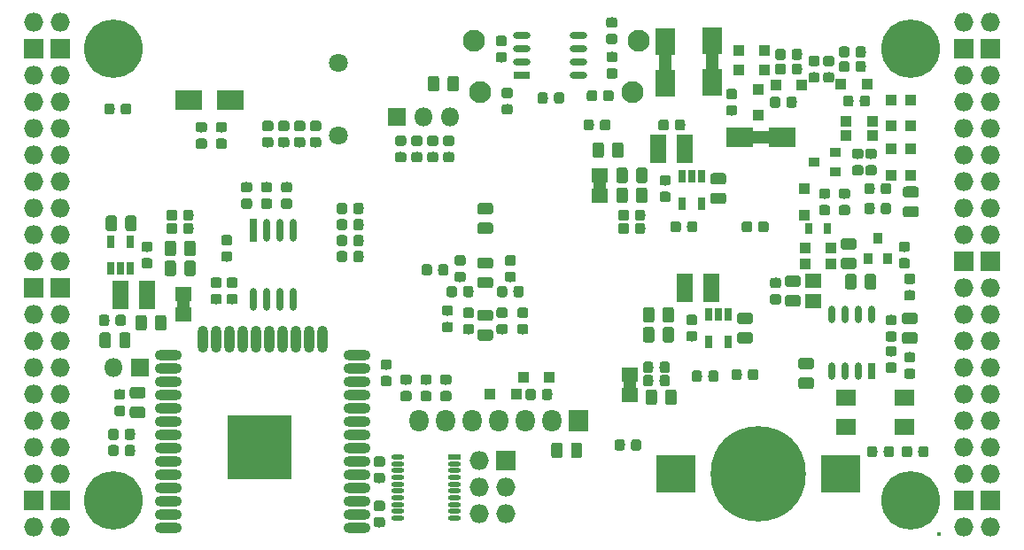
<source format=gbs>
G04 #@! TF.GenerationSoftware,KiCad,Pcbnew,5.0.0+dfsg1-2*
G04 #@! TF.CreationDate,2018-09-16T00:15:12+02:00*
G04 #@! TF.ProjectId,ulx3s,756C7833732E6B696361645F70636200,rev?*
G04 #@! TF.SameCoordinates,Original*
G04 #@! TF.FileFunction,Soldermask,Bot*
G04 #@! TF.FilePolarity,Negative*
%FSLAX46Y46*%
G04 Gerber Fmt 4.6, Leading zero omitted, Abs format (unit mm)*
G04 Created by KiCad (PCBNEW 5.0.0+dfsg1-2) date Sun Sep 16 00:15:12 2018*
%MOMM*%
%LPD*%
G01*
G04 APERTURE LIST*
%ADD10C,1.200000*%
%ADD11O,1.200000X0.500000*%
%ADD12R,1.200000X0.500000*%
%ADD13C,0.100000*%
%ADD14C,1.075000*%
%ADD15C,0.975000*%
%ADD16R,1.000000X0.900000*%
%ADD17R,1.100000X1.100000*%
%ADD18R,0.800000X1.300000*%
%ADD19C,1.800000*%
%ADD20C,2.100000*%
%ADD21R,3.800000X3.600000*%
%ADD22C,9.100000*%
%ADD23R,1.900000X1.500000*%
%ADD24R,1.827200X2.132000*%
%ADD25O,1.827200X2.132000*%
%ADD26R,0.700000X1.650000*%
%ADD27O,0.700000X1.650000*%
%ADD28R,1.650000X0.700000*%
%ADD29O,1.650000X0.700000*%
%ADD30R,0.700000X2.200000*%
%ADD31O,0.700000X2.200000*%
%ADD32O,2.600000X1.000000*%
%ADD33O,1.000000X2.600000*%
%ADD34R,6.100000X6.100000*%
%ADD35R,1.500000X1.395000*%
%ADD36R,2.600000X1.900000*%
%ADD37R,1.900000X2.600000*%
%ADD38O,1.827200X1.827200*%
%ADD39R,1.827200X1.827200*%
%ADD40C,5.600000*%
%ADD41C,0.400000*%
%ADD42R,1.800000X1.800000*%
%ADD43O,1.800000X1.800000*%
%ADD44R,1.600000X2.800000*%
%ADD45R,0.770000X1.100000*%
%ADD46R,0.900000X1.000000*%
G04 APERTURE END LIST*
D10*
G04 #@! TO.C,RP3*
X149472000Y-77311000D02*
X149472000Y-79311000D01*
G04 #@! TO.C,RP2*
X109609000Y-88632000D02*
X109609000Y-90632000D01*
G04 #@! TO.C,RP1*
X152281000Y-96361000D02*
X152281000Y-98361000D01*
G04 #@! TO.C,D9*
X166854000Y-73630000D02*
X162854000Y-73630000D01*
G04 #@! TO.C,D52*
X160155000Y-64391000D02*
X160155000Y-68391000D01*
G04 #@! TO.C,D51*
X155710000Y-68518000D02*
X155710000Y-64518000D01*
G04 #@! TD*
D11*
G04 #@! TO.C,U6*
X130135000Y-104215000D03*
X130135000Y-104865000D03*
X130135000Y-105515000D03*
X130135000Y-106165000D03*
X130135000Y-106815000D03*
X130135000Y-107465000D03*
X130135000Y-108115000D03*
X130135000Y-108765000D03*
X130135000Y-109415000D03*
X130135000Y-110065000D03*
X135535000Y-110065000D03*
X135535000Y-109415000D03*
X135535000Y-108765000D03*
X135535000Y-108115000D03*
X135535000Y-107465000D03*
X135535000Y-106815000D03*
X135535000Y-106165000D03*
X135535000Y-105515000D03*
X135535000Y-104865000D03*
D12*
X135535000Y-104215000D03*
G04 #@! TD*
D13*
G04 #@! TO.C,C1*
G36*
X104936092Y-81136294D02*
X104962181Y-81140164D01*
X104987764Y-81146572D01*
X105012596Y-81155457D01*
X105036438Y-81166734D01*
X105059060Y-81180293D01*
X105080243Y-81196003D01*
X105099785Y-81213715D01*
X105117497Y-81233257D01*
X105133207Y-81254440D01*
X105146766Y-81277062D01*
X105158043Y-81300904D01*
X105166928Y-81325736D01*
X105173336Y-81351319D01*
X105177206Y-81377408D01*
X105178500Y-81403750D01*
X105178500Y-82366250D01*
X105177206Y-82392592D01*
X105173336Y-82418681D01*
X105166928Y-82444264D01*
X105158043Y-82469096D01*
X105146766Y-82492938D01*
X105133207Y-82515560D01*
X105117497Y-82536743D01*
X105099785Y-82556285D01*
X105080243Y-82573997D01*
X105059060Y-82589707D01*
X105036438Y-82603266D01*
X105012596Y-82614543D01*
X104987764Y-82623428D01*
X104962181Y-82629836D01*
X104936092Y-82633706D01*
X104909750Y-82635000D01*
X104372250Y-82635000D01*
X104345908Y-82633706D01*
X104319819Y-82629836D01*
X104294236Y-82623428D01*
X104269404Y-82614543D01*
X104245562Y-82603266D01*
X104222940Y-82589707D01*
X104201757Y-82573997D01*
X104182215Y-82556285D01*
X104164503Y-82536743D01*
X104148793Y-82515560D01*
X104135234Y-82492938D01*
X104123957Y-82469096D01*
X104115072Y-82444264D01*
X104108664Y-82418681D01*
X104104794Y-82392592D01*
X104103500Y-82366250D01*
X104103500Y-81403750D01*
X104104794Y-81377408D01*
X104108664Y-81351319D01*
X104115072Y-81325736D01*
X104123957Y-81300904D01*
X104135234Y-81277062D01*
X104148793Y-81254440D01*
X104164503Y-81233257D01*
X104182215Y-81213715D01*
X104201757Y-81196003D01*
X104222940Y-81180293D01*
X104245562Y-81166734D01*
X104269404Y-81155457D01*
X104294236Y-81146572D01*
X104319819Y-81140164D01*
X104345908Y-81136294D01*
X104372250Y-81135000D01*
X104909750Y-81135000D01*
X104936092Y-81136294D01*
X104936092Y-81136294D01*
G37*
D14*
X104641000Y-81885000D03*
D13*
G36*
X103061092Y-81136294D02*
X103087181Y-81140164D01*
X103112764Y-81146572D01*
X103137596Y-81155457D01*
X103161438Y-81166734D01*
X103184060Y-81180293D01*
X103205243Y-81196003D01*
X103224785Y-81213715D01*
X103242497Y-81233257D01*
X103258207Y-81254440D01*
X103271766Y-81277062D01*
X103283043Y-81300904D01*
X103291928Y-81325736D01*
X103298336Y-81351319D01*
X103302206Y-81377408D01*
X103303500Y-81403750D01*
X103303500Y-82366250D01*
X103302206Y-82392592D01*
X103298336Y-82418681D01*
X103291928Y-82444264D01*
X103283043Y-82469096D01*
X103271766Y-82492938D01*
X103258207Y-82515560D01*
X103242497Y-82536743D01*
X103224785Y-82556285D01*
X103205243Y-82573997D01*
X103184060Y-82589707D01*
X103161438Y-82603266D01*
X103137596Y-82614543D01*
X103112764Y-82623428D01*
X103087181Y-82629836D01*
X103061092Y-82633706D01*
X103034750Y-82635000D01*
X102497250Y-82635000D01*
X102470908Y-82633706D01*
X102444819Y-82629836D01*
X102419236Y-82623428D01*
X102394404Y-82614543D01*
X102370562Y-82603266D01*
X102347940Y-82589707D01*
X102326757Y-82573997D01*
X102307215Y-82556285D01*
X102289503Y-82536743D01*
X102273793Y-82515560D01*
X102260234Y-82492938D01*
X102248957Y-82469096D01*
X102240072Y-82444264D01*
X102233664Y-82418681D01*
X102229794Y-82392592D01*
X102228500Y-82366250D01*
X102228500Y-81403750D01*
X102229794Y-81377408D01*
X102233664Y-81351319D01*
X102240072Y-81325736D01*
X102248957Y-81300904D01*
X102260234Y-81277062D01*
X102273793Y-81254440D01*
X102289503Y-81233257D01*
X102307215Y-81213715D01*
X102326757Y-81196003D01*
X102347940Y-81180293D01*
X102370562Y-81166734D01*
X102394404Y-81155457D01*
X102419236Y-81146572D01*
X102444819Y-81140164D01*
X102470908Y-81136294D01*
X102497250Y-81135000D01*
X103034750Y-81135000D01*
X103061092Y-81136294D01*
X103061092Y-81136294D01*
G37*
D14*
X102766000Y-81885000D03*
G04 #@! TD*
D13*
G04 #@! TO.C,R9*
G36*
X128695142Y-109981174D02*
X128718803Y-109984684D01*
X128742007Y-109990496D01*
X128764529Y-109998554D01*
X128786153Y-110008782D01*
X128806670Y-110021079D01*
X128825883Y-110035329D01*
X128843607Y-110051393D01*
X128859671Y-110069117D01*
X128873921Y-110088330D01*
X128886218Y-110108847D01*
X128896446Y-110130471D01*
X128904504Y-110152993D01*
X128910316Y-110176197D01*
X128913826Y-110199858D01*
X128915000Y-110223750D01*
X128915000Y-110711250D01*
X128913826Y-110735142D01*
X128910316Y-110758803D01*
X128904504Y-110782007D01*
X128896446Y-110804529D01*
X128886218Y-110826153D01*
X128873921Y-110846670D01*
X128859671Y-110865883D01*
X128843607Y-110883607D01*
X128825883Y-110899671D01*
X128806670Y-110913921D01*
X128786153Y-110926218D01*
X128764529Y-110936446D01*
X128742007Y-110944504D01*
X128718803Y-110950316D01*
X128695142Y-110953826D01*
X128671250Y-110955000D01*
X128108750Y-110955000D01*
X128084858Y-110953826D01*
X128061197Y-110950316D01*
X128037993Y-110944504D01*
X128015471Y-110936446D01*
X127993847Y-110926218D01*
X127973330Y-110913921D01*
X127954117Y-110899671D01*
X127936393Y-110883607D01*
X127920329Y-110865883D01*
X127906079Y-110846670D01*
X127893782Y-110826153D01*
X127883554Y-110804529D01*
X127875496Y-110782007D01*
X127869684Y-110758803D01*
X127866174Y-110735142D01*
X127865000Y-110711250D01*
X127865000Y-110223750D01*
X127866174Y-110199858D01*
X127869684Y-110176197D01*
X127875496Y-110152993D01*
X127883554Y-110130471D01*
X127893782Y-110108847D01*
X127906079Y-110088330D01*
X127920329Y-110069117D01*
X127936393Y-110051393D01*
X127954117Y-110035329D01*
X127973330Y-110021079D01*
X127993847Y-110008782D01*
X128015471Y-109998554D01*
X128037993Y-109990496D01*
X128061197Y-109984684D01*
X128084858Y-109981174D01*
X128108750Y-109980000D01*
X128671250Y-109980000D01*
X128695142Y-109981174D01*
X128695142Y-109981174D01*
G37*
D15*
X128390000Y-110467500D03*
D13*
G36*
X128695142Y-108406174D02*
X128718803Y-108409684D01*
X128742007Y-108415496D01*
X128764529Y-108423554D01*
X128786153Y-108433782D01*
X128806670Y-108446079D01*
X128825883Y-108460329D01*
X128843607Y-108476393D01*
X128859671Y-108494117D01*
X128873921Y-108513330D01*
X128886218Y-108533847D01*
X128896446Y-108555471D01*
X128904504Y-108577993D01*
X128910316Y-108601197D01*
X128913826Y-108624858D01*
X128915000Y-108648750D01*
X128915000Y-109136250D01*
X128913826Y-109160142D01*
X128910316Y-109183803D01*
X128904504Y-109207007D01*
X128896446Y-109229529D01*
X128886218Y-109251153D01*
X128873921Y-109271670D01*
X128859671Y-109290883D01*
X128843607Y-109308607D01*
X128825883Y-109324671D01*
X128806670Y-109338921D01*
X128786153Y-109351218D01*
X128764529Y-109361446D01*
X128742007Y-109369504D01*
X128718803Y-109375316D01*
X128695142Y-109378826D01*
X128671250Y-109380000D01*
X128108750Y-109380000D01*
X128084858Y-109378826D01*
X128061197Y-109375316D01*
X128037993Y-109369504D01*
X128015471Y-109361446D01*
X127993847Y-109351218D01*
X127973330Y-109338921D01*
X127954117Y-109324671D01*
X127936393Y-109308607D01*
X127920329Y-109290883D01*
X127906079Y-109271670D01*
X127893782Y-109251153D01*
X127883554Y-109229529D01*
X127875496Y-109207007D01*
X127869684Y-109183803D01*
X127866174Y-109160142D01*
X127865000Y-109136250D01*
X127865000Y-108648750D01*
X127866174Y-108624858D01*
X127869684Y-108601197D01*
X127875496Y-108577993D01*
X127883554Y-108555471D01*
X127893782Y-108533847D01*
X127906079Y-108513330D01*
X127920329Y-108494117D01*
X127936393Y-108476393D01*
X127954117Y-108460329D01*
X127973330Y-108446079D01*
X127993847Y-108433782D01*
X128015471Y-108423554D01*
X128037993Y-108415496D01*
X128061197Y-108409684D01*
X128084858Y-108406174D01*
X128108750Y-108405000D01*
X128671250Y-108405000D01*
X128695142Y-108406174D01*
X128695142Y-108406174D01*
G37*
D15*
X128390000Y-108892500D03*
G04 #@! TD*
D13*
G04 #@! TO.C,R56*
G36*
X128695142Y-104172174D02*
X128718803Y-104175684D01*
X128742007Y-104181496D01*
X128764529Y-104189554D01*
X128786153Y-104199782D01*
X128806670Y-104212079D01*
X128825883Y-104226329D01*
X128843607Y-104242393D01*
X128859671Y-104260117D01*
X128873921Y-104279330D01*
X128886218Y-104299847D01*
X128896446Y-104321471D01*
X128904504Y-104343993D01*
X128910316Y-104367197D01*
X128913826Y-104390858D01*
X128915000Y-104414750D01*
X128915000Y-104902250D01*
X128913826Y-104926142D01*
X128910316Y-104949803D01*
X128904504Y-104973007D01*
X128896446Y-104995529D01*
X128886218Y-105017153D01*
X128873921Y-105037670D01*
X128859671Y-105056883D01*
X128843607Y-105074607D01*
X128825883Y-105090671D01*
X128806670Y-105104921D01*
X128786153Y-105117218D01*
X128764529Y-105127446D01*
X128742007Y-105135504D01*
X128718803Y-105141316D01*
X128695142Y-105144826D01*
X128671250Y-105146000D01*
X128108750Y-105146000D01*
X128084858Y-105144826D01*
X128061197Y-105141316D01*
X128037993Y-105135504D01*
X128015471Y-105127446D01*
X127993847Y-105117218D01*
X127973330Y-105104921D01*
X127954117Y-105090671D01*
X127936393Y-105074607D01*
X127920329Y-105056883D01*
X127906079Y-105037670D01*
X127893782Y-105017153D01*
X127883554Y-104995529D01*
X127875496Y-104973007D01*
X127869684Y-104949803D01*
X127866174Y-104926142D01*
X127865000Y-104902250D01*
X127865000Y-104414750D01*
X127866174Y-104390858D01*
X127869684Y-104367197D01*
X127875496Y-104343993D01*
X127883554Y-104321471D01*
X127893782Y-104299847D01*
X127906079Y-104279330D01*
X127920329Y-104260117D01*
X127936393Y-104242393D01*
X127954117Y-104226329D01*
X127973330Y-104212079D01*
X127993847Y-104199782D01*
X128015471Y-104189554D01*
X128037993Y-104181496D01*
X128061197Y-104175684D01*
X128084858Y-104172174D01*
X128108750Y-104171000D01*
X128671250Y-104171000D01*
X128695142Y-104172174D01*
X128695142Y-104172174D01*
G37*
D15*
X128390000Y-104658500D03*
D13*
G36*
X128695142Y-105747174D02*
X128718803Y-105750684D01*
X128742007Y-105756496D01*
X128764529Y-105764554D01*
X128786153Y-105774782D01*
X128806670Y-105787079D01*
X128825883Y-105801329D01*
X128843607Y-105817393D01*
X128859671Y-105835117D01*
X128873921Y-105854330D01*
X128886218Y-105874847D01*
X128896446Y-105896471D01*
X128904504Y-105918993D01*
X128910316Y-105942197D01*
X128913826Y-105965858D01*
X128915000Y-105989750D01*
X128915000Y-106477250D01*
X128913826Y-106501142D01*
X128910316Y-106524803D01*
X128904504Y-106548007D01*
X128896446Y-106570529D01*
X128886218Y-106592153D01*
X128873921Y-106612670D01*
X128859671Y-106631883D01*
X128843607Y-106649607D01*
X128825883Y-106665671D01*
X128806670Y-106679921D01*
X128786153Y-106692218D01*
X128764529Y-106702446D01*
X128742007Y-106710504D01*
X128718803Y-106716316D01*
X128695142Y-106719826D01*
X128671250Y-106721000D01*
X128108750Y-106721000D01*
X128084858Y-106719826D01*
X128061197Y-106716316D01*
X128037993Y-106710504D01*
X128015471Y-106702446D01*
X127993847Y-106692218D01*
X127973330Y-106679921D01*
X127954117Y-106665671D01*
X127936393Y-106649607D01*
X127920329Y-106631883D01*
X127906079Y-106612670D01*
X127893782Y-106592153D01*
X127883554Y-106570529D01*
X127875496Y-106548007D01*
X127869684Y-106524803D01*
X127866174Y-106501142D01*
X127865000Y-106477250D01*
X127865000Y-105989750D01*
X127866174Y-105965858D01*
X127869684Y-105942197D01*
X127875496Y-105918993D01*
X127883554Y-105896471D01*
X127893782Y-105874847D01*
X127906079Y-105854330D01*
X127920329Y-105835117D01*
X127936393Y-105817393D01*
X127954117Y-105801329D01*
X127973330Y-105787079D01*
X127993847Y-105774782D01*
X128015471Y-105764554D01*
X128037993Y-105756496D01*
X128061197Y-105750684D01*
X128084858Y-105747174D01*
X128108750Y-105746000D01*
X128671250Y-105746000D01*
X128695142Y-105747174D01*
X128695142Y-105747174D01*
G37*
D15*
X128390000Y-106233500D03*
G04 #@! TD*
D13*
G04 #@! TO.C,R55*
G36*
X135045142Y-97916174D02*
X135068803Y-97919684D01*
X135092007Y-97925496D01*
X135114529Y-97933554D01*
X135136153Y-97943782D01*
X135156670Y-97956079D01*
X135175883Y-97970329D01*
X135193607Y-97986393D01*
X135209671Y-98004117D01*
X135223921Y-98023330D01*
X135236218Y-98043847D01*
X135246446Y-98065471D01*
X135254504Y-98087993D01*
X135260316Y-98111197D01*
X135263826Y-98134858D01*
X135265000Y-98158750D01*
X135265000Y-98646250D01*
X135263826Y-98670142D01*
X135260316Y-98693803D01*
X135254504Y-98717007D01*
X135246446Y-98739529D01*
X135236218Y-98761153D01*
X135223921Y-98781670D01*
X135209671Y-98800883D01*
X135193607Y-98818607D01*
X135175883Y-98834671D01*
X135156670Y-98848921D01*
X135136153Y-98861218D01*
X135114529Y-98871446D01*
X135092007Y-98879504D01*
X135068803Y-98885316D01*
X135045142Y-98888826D01*
X135021250Y-98890000D01*
X134458750Y-98890000D01*
X134434858Y-98888826D01*
X134411197Y-98885316D01*
X134387993Y-98879504D01*
X134365471Y-98871446D01*
X134343847Y-98861218D01*
X134323330Y-98848921D01*
X134304117Y-98834671D01*
X134286393Y-98818607D01*
X134270329Y-98800883D01*
X134256079Y-98781670D01*
X134243782Y-98761153D01*
X134233554Y-98739529D01*
X134225496Y-98717007D01*
X134219684Y-98693803D01*
X134216174Y-98670142D01*
X134215000Y-98646250D01*
X134215000Y-98158750D01*
X134216174Y-98134858D01*
X134219684Y-98111197D01*
X134225496Y-98087993D01*
X134233554Y-98065471D01*
X134243782Y-98043847D01*
X134256079Y-98023330D01*
X134270329Y-98004117D01*
X134286393Y-97986393D01*
X134304117Y-97970329D01*
X134323330Y-97956079D01*
X134343847Y-97943782D01*
X134365471Y-97933554D01*
X134387993Y-97925496D01*
X134411197Y-97919684D01*
X134434858Y-97916174D01*
X134458750Y-97915000D01*
X135021250Y-97915000D01*
X135045142Y-97916174D01*
X135045142Y-97916174D01*
G37*
D15*
X134740000Y-98402500D03*
D13*
G36*
X135045142Y-96341174D02*
X135068803Y-96344684D01*
X135092007Y-96350496D01*
X135114529Y-96358554D01*
X135136153Y-96368782D01*
X135156670Y-96381079D01*
X135175883Y-96395329D01*
X135193607Y-96411393D01*
X135209671Y-96429117D01*
X135223921Y-96448330D01*
X135236218Y-96468847D01*
X135246446Y-96490471D01*
X135254504Y-96512993D01*
X135260316Y-96536197D01*
X135263826Y-96559858D01*
X135265000Y-96583750D01*
X135265000Y-97071250D01*
X135263826Y-97095142D01*
X135260316Y-97118803D01*
X135254504Y-97142007D01*
X135246446Y-97164529D01*
X135236218Y-97186153D01*
X135223921Y-97206670D01*
X135209671Y-97225883D01*
X135193607Y-97243607D01*
X135175883Y-97259671D01*
X135156670Y-97273921D01*
X135136153Y-97286218D01*
X135114529Y-97296446D01*
X135092007Y-97304504D01*
X135068803Y-97310316D01*
X135045142Y-97313826D01*
X135021250Y-97315000D01*
X134458750Y-97315000D01*
X134434858Y-97313826D01*
X134411197Y-97310316D01*
X134387993Y-97304504D01*
X134365471Y-97296446D01*
X134343847Y-97286218D01*
X134323330Y-97273921D01*
X134304117Y-97259671D01*
X134286393Y-97243607D01*
X134270329Y-97225883D01*
X134256079Y-97206670D01*
X134243782Y-97186153D01*
X134233554Y-97164529D01*
X134225496Y-97142007D01*
X134219684Y-97118803D01*
X134216174Y-97095142D01*
X134215000Y-97071250D01*
X134215000Y-96583750D01*
X134216174Y-96559858D01*
X134219684Y-96536197D01*
X134225496Y-96512993D01*
X134233554Y-96490471D01*
X134243782Y-96468847D01*
X134256079Y-96448330D01*
X134270329Y-96429117D01*
X134286393Y-96411393D01*
X134304117Y-96395329D01*
X134323330Y-96381079D01*
X134343847Y-96368782D01*
X134365471Y-96358554D01*
X134387993Y-96350496D01*
X134411197Y-96344684D01*
X134434858Y-96341174D01*
X134458750Y-96340000D01*
X135021250Y-96340000D01*
X135045142Y-96341174D01*
X135045142Y-96341174D01*
G37*
D15*
X134740000Y-96827500D03*
G04 #@! TD*
D13*
G04 #@! TO.C,R32*
G36*
X133140142Y-96341174D02*
X133163803Y-96344684D01*
X133187007Y-96350496D01*
X133209529Y-96358554D01*
X133231153Y-96368782D01*
X133251670Y-96381079D01*
X133270883Y-96395329D01*
X133288607Y-96411393D01*
X133304671Y-96429117D01*
X133318921Y-96448330D01*
X133331218Y-96468847D01*
X133341446Y-96490471D01*
X133349504Y-96512993D01*
X133355316Y-96536197D01*
X133358826Y-96559858D01*
X133360000Y-96583750D01*
X133360000Y-97071250D01*
X133358826Y-97095142D01*
X133355316Y-97118803D01*
X133349504Y-97142007D01*
X133341446Y-97164529D01*
X133331218Y-97186153D01*
X133318921Y-97206670D01*
X133304671Y-97225883D01*
X133288607Y-97243607D01*
X133270883Y-97259671D01*
X133251670Y-97273921D01*
X133231153Y-97286218D01*
X133209529Y-97296446D01*
X133187007Y-97304504D01*
X133163803Y-97310316D01*
X133140142Y-97313826D01*
X133116250Y-97315000D01*
X132553750Y-97315000D01*
X132529858Y-97313826D01*
X132506197Y-97310316D01*
X132482993Y-97304504D01*
X132460471Y-97296446D01*
X132438847Y-97286218D01*
X132418330Y-97273921D01*
X132399117Y-97259671D01*
X132381393Y-97243607D01*
X132365329Y-97225883D01*
X132351079Y-97206670D01*
X132338782Y-97186153D01*
X132328554Y-97164529D01*
X132320496Y-97142007D01*
X132314684Y-97118803D01*
X132311174Y-97095142D01*
X132310000Y-97071250D01*
X132310000Y-96583750D01*
X132311174Y-96559858D01*
X132314684Y-96536197D01*
X132320496Y-96512993D01*
X132328554Y-96490471D01*
X132338782Y-96468847D01*
X132351079Y-96448330D01*
X132365329Y-96429117D01*
X132381393Y-96411393D01*
X132399117Y-96395329D01*
X132418330Y-96381079D01*
X132438847Y-96368782D01*
X132460471Y-96358554D01*
X132482993Y-96350496D01*
X132506197Y-96344684D01*
X132529858Y-96341174D01*
X132553750Y-96340000D01*
X133116250Y-96340000D01*
X133140142Y-96341174D01*
X133140142Y-96341174D01*
G37*
D15*
X132835000Y-96827500D03*
D13*
G36*
X133140142Y-97916174D02*
X133163803Y-97919684D01*
X133187007Y-97925496D01*
X133209529Y-97933554D01*
X133231153Y-97943782D01*
X133251670Y-97956079D01*
X133270883Y-97970329D01*
X133288607Y-97986393D01*
X133304671Y-98004117D01*
X133318921Y-98023330D01*
X133331218Y-98043847D01*
X133341446Y-98065471D01*
X133349504Y-98087993D01*
X133355316Y-98111197D01*
X133358826Y-98134858D01*
X133360000Y-98158750D01*
X133360000Y-98646250D01*
X133358826Y-98670142D01*
X133355316Y-98693803D01*
X133349504Y-98717007D01*
X133341446Y-98739529D01*
X133331218Y-98761153D01*
X133318921Y-98781670D01*
X133304671Y-98800883D01*
X133288607Y-98818607D01*
X133270883Y-98834671D01*
X133251670Y-98848921D01*
X133231153Y-98861218D01*
X133209529Y-98871446D01*
X133187007Y-98879504D01*
X133163803Y-98885316D01*
X133140142Y-98888826D01*
X133116250Y-98890000D01*
X132553750Y-98890000D01*
X132529858Y-98888826D01*
X132506197Y-98885316D01*
X132482993Y-98879504D01*
X132460471Y-98871446D01*
X132438847Y-98861218D01*
X132418330Y-98848921D01*
X132399117Y-98834671D01*
X132381393Y-98818607D01*
X132365329Y-98800883D01*
X132351079Y-98781670D01*
X132338782Y-98761153D01*
X132328554Y-98739529D01*
X132320496Y-98717007D01*
X132314684Y-98693803D01*
X132311174Y-98670142D01*
X132310000Y-98646250D01*
X132310000Y-98158750D01*
X132311174Y-98134858D01*
X132314684Y-98111197D01*
X132320496Y-98087993D01*
X132328554Y-98065471D01*
X132338782Y-98043847D01*
X132351079Y-98023330D01*
X132365329Y-98004117D01*
X132381393Y-97986393D01*
X132399117Y-97970329D01*
X132418330Y-97956079D01*
X132438847Y-97943782D01*
X132460471Y-97933554D01*
X132482993Y-97925496D01*
X132506197Y-97919684D01*
X132529858Y-97916174D01*
X132553750Y-97915000D01*
X133116250Y-97915000D01*
X133140142Y-97916174D01*
X133140142Y-97916174D01*
G37*
D15*
X132835000Y-98402500D03*
G04 #@! TD*
D13*
G04 #@! TO.C,R33*
G36*
X131235142Y-96341174D02*
X131258803Y-96344684D01*
X131282007Y-96350496D01*
X131304529Y-96358554D01*
X131326153Y-96368782D01*
X131346670Y-96381079D01*
X131365883Y-96395329D01*
X131383607Y-96411393D01*
X131399671Y-96429117D01*
X131413921Y-96448330D01*
X131426218Y-96468847D01*
X131436446Y-96490471D01*
X131444504Y-96512993D01*
X131450316Y-96536197D01*
X131453826Y-96559858D01*
X131455000Y-96583750D01*
X131455000Y-97071250D01*
X131453826Y-97095142D01*
X131450316Y-97118803D01*
X131444504Y-97142007D01*
X131436446Y-97164529D01*
X131426218Y-97186153D01*
X131413921Y-97206670D01*
X131399671Y-97225883D01*
X131383607Y-97243607D01*
X131365883Y-97259671D01*
X131346670Y-97273921D01*
X131326153Y-97286218D01*
X131304529Y-97296446D01*
X131282007Y-97304504D01*
X131258803Y-97310316D01*
X131235142Y-97313826D01*
X131211250Y-97315000D01*
X130648750Y-97315000D01*
X130624858Y-97313826D01*
X130601197Y-97310316D01*
X130577993Y-97304504D01*
X130555471Y-97296446D01*
X130533847Y-97286218D01*
X130513330Y-97273921D01*
X130494117Y-97259671D01*
X130476393Y-97243607D01*
X130460329Y-97225883D01*
X130446079Y-97206670D01*
X130433782Y-97186153D01*
X130423554Y-97164529D01*
X130415496Y-97142007D01*
X130409684Y-97118803D01*
X130406174Y-97095142D01*
X130405000Y-97071250D01*
X130405000Y-96583750D01*
X130406174Y-96559858D01*
X130409684Y-96536197D01*
X130415496Y-96512993D01*
X130423554Y-96490471D01*
X130433782Y-96468847D01*
X130446079Y-96448330D01*
X130460329Y-96429117D01*
X130476393Y-96411393D01*
X130494117Y-96395329D01*
X130513330Y-96381079D01*
X130533847Y-96368782D01*
X130555471Y-96358554D01*
X130577993Y-96350496D01*
X130601197Y-96344684D01*
X130624858Y-96341174D01*
X130648750Y-96340000D01*
X131211250Y-96340000D01*
X131235142Y-96341174D01*
X131235142Y-96341174D01*
G37*
D15*
X130930000Y-96827500D03*
D13*
G36*
X131235142Y-97916174D02*
X131258803Y-97919684D01*
X131282007Y-97925496D01*
X131304529Y-97933554D01*
X131326153Y-97943782D01*
X131346670Y-97956079D01*
X131365883Y-97970329D01*
X131383607Y-97986393D01*
X131399671Y-98004117D01*
X131413921Y-98023330D01*
X131426218Y-98043847D01*
X131436446Y-98065471D01*
X131444504Y-98087993D01*
X131450316Y-98111197D01*
X131453826Y-98134858D01*
X131455000Y-98158750D01*
X131455000Y-98646250D01*
X131453826Y-98670142D01*
X131450316Y-98693803D01*
X131444504Y-98717007D01*
X131436446Y-98739529D01*
X131426218Y-98761153D01*
X131413921Y-98781670D01*
X131399671Y-98800883D01*
X131383607Y-98818607D01*
X131365883Y-98834671D01*
X131346670Y-98848921D01*
X131326153Y-98861218D01*
X131304529Y-98871446D01*
X131282007Y-98879504D01*
X131258803Y-98885316D01*
X131235142Y-98888826D01*
X131211250Y-98890000D01*
X130648750Y-98890000D01*
X130624858Y-98888826D01*
X130601197Y-98885316D01*
X130577993Y-98879504D01*
X130555471Y-98871446D01*
X130533847Y-98861218D01*
X130513330Y-98848921D01*
X130494117Y-98834671D01*
X130476393Y-98818607D01*
X130460329Y-98800883D01*
X130446079Y-98781670D01*
X130433782Y-98761153D01*
X130423554Y-98739529D01*
X130415496Y-98717007D01*
X130409684Y-98693803D01*
X130406174Y-98670142D01*
X130405000Y-98646250D01*
X130405000Y-98158750D01*
X130406174Y-98134858D01*
X130409684Y-98111197D01*
X130415496Y-98087993D01*
X130423554Y-98065471D01*
X130433782Y-98043847D01*
X130446079Y-98023330D01*
X130460329Y-98004117D01*
X130476393Y-97986393D01*
X130494117Y-97970329D01*
X130513330Y-97956079D01*
X130533847Y-97943782D01*
X130555471Y-97933554D01*
X130577993Y-97925496D01*
X130601197Y-97919684D01*
X130624858Y-97916174D01*
X130648750Y-97915000D01*
X131211250Y-97915000D01*
X131235142Y-97916174D01*
X131235142Y-97916174D01*
G37*
D15*
X130930000Y-98402500D03*
G04 #@! TD*
D13*
G04 #@! TO.C,R27*
G36*
X129330142Y-94901174D02*
X129353803Y-94904684D01*
X129377007Y-94910496D01*
X129399529Y-94918554D01*
X129421153Y-94928782D01*
X129441670Y-94941079D01*
X129460883Y-94955329D01*
X129478607Y-94971393D01*
X129494671Y-94989117D01*
X129508921Y-95008330D01*
X129521218Y-95028847D01*
X129531446Y-95050471D01*
X129539504Y-95072993D01*
X129545316Y-95096197D01*
X129548826Y-95119858D01*
X129550000Y-95143750D01*
X129550000Y-95631250D01*
X129548826Y-95655142D01*
X129545316Y-95678803D01*
X129539504Y-95702007D01*
X129531446Y-95724529D01*
X129521218Y-95746153D01*
X129508921Y-95766670D01*
X129494671Y-95785883D01*
X129478607Y-95803607D01*
X129460883Y-95819671D01*
X129441670Y-95833921D01*
X129421153Y-95846218D01*
X129399529Y-95856446D01*
X129377007Y-95864504D01*
X129353803Y-95870316D01*
X129330142Y-95873826D01*
X129306250Y-95875000D01*
X128743750Y-95875000D01*
X128719858Y-95873826D01*
X128696197Y-95870316D01*
X128672993Y-95864504D01*
X128650471Y-95856446D01*
X128628847Y-95846218D01*
X128608330Y-95833921D01*
X128589117Y-95819671D01*
X128571393Y-95803607D01*
X128555329Y-95785883D01*
X128541079Y-95766670D01*
X128528782Y-95746153D01*
X128518554Y-95724529D01*
X128510496Y-95702007D01*
X128504684Y-95678803D01*
X128501174Y-95655142D01*
X128500000Y-95631250D01*
X128500000Y-95143750D01*
X128501174Y-95119858D01*
X128504684Y-95096197D01*
X128510496Y-95072993D01*
X128518554Y-95050471D01*
X128528782Y-95028847D01*
X128541079Y-95008330D01*
X128555329Y-94989117D01*
X128571393Y-94971393D01*
X128589117Y-94955329D01*
X128608330Y-94941079D01*
X128628847Y-94928782D01*
X128650471Y-94918554D01*
X128672993Y-94910496D01*
X128696197Y-94904684D01*
X128719858Y-94901174D01*
X128743750Y-94900000D01*
X129306250Y-94900000D01*
X129330142Y-94901174D01*
X129330142Y-94901174D01*
G37*
D15*
X129025000Y-95387500D03*
D13*
G36*
X129330142Y-96476174D02*
X129353803Y-96479684D01*
X129377007Y-96485496D01*
X129399529Y-96493554D01*
X129421153Y-96503782D01*
X129441670Y-96516079D01*
X129460883Y-96530329D01*
X129478607Y-96546393D01*
X129494671Y-96564117D01*
X129508921Y-96583330D01*
X129521218Y-96603847D01*
X129531446Y-96625471D01*
X129539504Y-96647993D01*
X129545316Y-96671197D01*
X129548826Y-96694858D01*
X129550000Y-96718750D01*
X129550000Y-97206250D01*
X129548826Y-97230142D01*
X129545316Y-97253803D01*
X129539504Y-97277007D01*
X129531446Y-97299529D01*
X129521218Y-97321153D01*
X129508921Y-97341670D01*
X129494671Y-97360883D01*
X129478607Y-97378607D01*
X129460883Y-97394671D01*
X129441670Y-97408921D01*
X129421153Y-97421218D01*
X129399529Y-97431446D01*
X129377007Y-97439504D01*
X129353803Y-97445316D01*
X129330142Y-97448826D01*
X129306250Y-97450000D01*
X128743750Y-97450000D01*
X128719858Y-97448826D01*
X128696197Y-97445316D01*
X128672993Y-97439504D01*
X128650471Y-97431446D01*
X128628847Y-97421218D01*
X128608330Y-97408921D01*
X128589117Y-97394671D01*
X128571393Y-97378607D01*
X128555329Y-97360883D01*
X128541079Y-97341670D01*
X128528782Y-97321153D01*
X128518554Y-97299529D01*
X128510496Y-97277007D01*
X128504684Y-97253803D01*
X128501174Y-97230142D01*
X128500000Y-97206250D01*
X128500000Y-96718750D01*
X128501174Y-96694858D01*
X128504684Y-96671197D01*
X128510496Y-96647993D01*
X128518554Y-96625471D01*
X128528782Y-96603847D01*
X128541079Y-96583330D01*
X128555329Y-96564117D01*
X128571393Y-96546393D01*
X128589117Y-96530329D01*
X128608330Y-96516079D01*
X128628847Y-96503782D01*
X128650471Y-96493554D01*
X128672993Y-96485496D01*
X128696197Y-96479684D01*
X128719858Y-96476174D01*
X128743750Y-96475000D01*
X129306250Y-96475000D01*
X129330142Y-96476174D01*
X129330142Y-96476174D01*
G37*
D15*
X129025000Y-96962500D03*
G04 #@! TD*
D13*
G04 #@! TO.C,R40*
G36*
X168561142Y-65214174D02*
X168584803Y-65217684D01*
X168608007Y-65223496D01*
X168630529Y-65231554D01*
X168652153Y-65241782D01*
X168672670Y-65254079D01*
X168691883Y-65268329D01*
X168709607Y-65284393D01*
X168725671Y-65302117D01*
X168739921Y-65321330D01*
X168752218Y-65341847D01*
X168762446Y-65363471D01*
X168770504Y-65385993D01*
X168776316Y-65409197D01*
X168779826Y-65432858D01*
X168781000Y-65456750D01*
X168781000Y-66019250D01*
X168779826Y-66043142D01*
X168776316Y-66066803D01*
X168770504Y-66090007D01*
X168762446Y-66112529D01*
X168752218Y-66134153D01*
X168739921Y-66154670D01*
X168725671Y-66173883D01*
X168709607Y-66191607D01*
X168691883Y-66207671D01*
X168672670Y-66221921D01*
X168652153Y-66234218D01*
X168630529Y-66244446D01*
X168608007Y-66252504D01*
X168584803Y-66258316D01*
X168561142Y-66261826D01*
X168537250Y-66263000D01*
X168049750Y-66263000D01*
X168025858Y-66261826D01*
X168002197Y-66258316D01*
X167978993Y-66252504D01*
X167956471Y-66244446D01*
X167934847Y-66234218D01*
X167914330Y-66221921D01*
X167895117Y-66207671D01*
X167877393Y-66191607D01*
X167861329Y-66173883D01*
X167847079Y-66154670D01*
X167834782Y-66134153D01*
X167824554Y-66112529D01*
X167816496Y-66090007D01*
X167810684Y-66066803D01*
X167807174Y-66043142D01*
X167806000Y-66019250D01*
X167806000Y-65456750D01*
X167807174Y-65432858D01*
X167810684Y-65409197D01*
X167816496Y-65385993D01*
X167824554Y-65363471D01*
X167834782Y-65341847D01*
X167847079Y-65321330D01*
X167861329Y-65302117D01*
X167877393Y-65284393D01*
X167895117Y-65268329D01*
X167914330Y-65254079D01*
X167934847Y-65241782D01*
X167956471Y-65231554D01*
X167978993Y-65223496D01*
X168002197Y-65217684D01*
X168025858Y-65214174D01*
X168049750Y-65213000D01*
X168537250Y-65213000D01*
X168561142Y-65214174D01*
X168561142Y-65214174D01*
G37*
D15*
X168293500Y-65738000D03*
D13*
G36*
X166986142Y-65214174D02*
X167009803Y-65217684D01*
X167033007Y-65223496D01*
X167055529Y-65231554D01*
X167077153Y-65241782D01*
X167097670Y-65254079D01*
X167116883Y-65268329D01*
X167134607Y-65284393D01*
X167150671Y-65302117D01*
X167164921Y-65321330D01*
X167177218Y-65341847D01*
X167187446Y-65363471D01*
X167195504Y-65385993D01*
X167201316Y-65409197D01*
X167204826Y-65432858D01*
X167206000Y-65456750D01*
X167206000Y-66019250D01*
X167204826Y-66043142D01*
X167201316Y-66066803D01*
X167195504Y-66090007D01*
X167187446Y-66112529D01*
X167177218Y-66134153D01*
X167164921Y-66154670D01*
X167150671Y-66173883D01*
X167134607Y-66191607D01*
X167116883Y-66207671D01*
X167097670Y-66221921D01*
X167077153Y-66234218D01*
X167055529Y-66244446D01*
X167033007Y-66252504D01*
X167009803Y-66258316D01*
X166986142Y-66261826D01*
X166962250Y-66263000D01*
X166474750Y-66263000D01*
X166450858Y-66261826D01*
X166427197Y-66258316D01*
X166403993Y-66252504D01*
X166381471Y-66244446D01*
X166359847Y-66234218D01*
X166339330Y-66221921D01*
X166320117Y-66207671D01*
X166302393Y-66191607D01*
X166286329Y-66173883D01*
X166272079Y-66154670D01*
X166259782Y-66134153D01*
X166249554Y-66112529D01*
X166241496Y-66090007D01*
X166235684Y-66066803D01*
X166232174Y-66043142D01*
X166231000Y-66019250D01*
X166231000Y-65456750D01*
X166232174Y-65432858D01*
X166235684Y-65409197D01*
X166241496Y-65385993D01*
X166249554Y-65363471D01*
X166259782Y-65341847D01*
X166272079Y-65321330D01*
X166286329Y-65302117D01*
X166302393Y-65284393D01*
X166320117Y-65268329D01*
X166339330Y-65254079D01*
X166359847Y-65241782D01*
X166381471Y-65231554D01*
X166403993Y-65223496D01*
X166427197Y-65217684D01*
X166450858Y-65214174D01*
X166474750Y-65213000D01*
X166962250Y-65213000D01*
X166986142Y-65214174D01*
X166986142Y-65214174D01*
G37*
D15*
X166718500Y-65738000D03*
G04 #@! TD*
D13*
G04 #@! TO.C,R34*
G36*
X104807142Y-103076174D02*
X104830803Y-103079684D01*
X104854007Y-103085496D01*
X104876529Y-103093554D01*
X104898153Y-103103782D01*
X104918670Y-103116079D01*
X104937883Y-103130329D01*
X104955607Y-103146393D01*
X104971671Y-103164117D01*
X104985921Y-103183330D01*
X104998218Y-103203847D01*
X105008446Y-103225471D01*
X105016504Y-103247993D01*
X105022316Y-103271197D01*
X105025826Y-103294858D01*
X105027000Y-103318750D01*
X105027000Y-103881250D01*
X105025826Y-103905142D01*
X105022316Y-103928803D01*
X105016504Y-103952007D01*
X105008446Y-103974529D01*
X104998218Y-103996153D01*
X104985921Y-104016670D01*
X104971671Y-104035883D01*
X104955607Y-104053607D01*
X104937883Y-104069671D01*
X104918670Y-104083921D01*
X104898153Y-104096218D01*
X104876529Y-104106446D01*
X104854007Y-104114504D01*
X104830803Y-104120316D01*
X104807142Y-104123826D01*
X104783250Y-104125000D01*
X104295750Y-104125000D01*
X104271858Y-104123826D01*
X104248197Y-104120316D01*
X104224993Y-104114504D01*
X104202471Y-104106446D01*
X104180847Y-104096218D01*
X104160330Y-104083921D01*
X104141117Y-104069671D01*
X104123393Y-104053607D01*
X104107329Y-104035883D01*
X104093079Y-104016670D01*
X104080782Y-103996153D01*
X104070554Y-103974529D01*
X104062496Y-103952007D01*
X104056684Y-103928803D01*
X104053174Y-103905142D01*
X104052000Y-103881250D01*
X104052000Y-103318750D01*
X104053174Y-103294858D01*
X104056684Y-103271197D01*
X104062496Y-103247993D01*
X104070554Y-103225471D01*
X104080782Y-103203847D01*
X104093079Y-103183330D01*
X104107329Y-103164117D01*
X104123393Y-103146393D01*
X104141117Y-103130329D01*
X104160330Y-103116079D01*
X104180847Y-103103782D01*
X104202471Y-103093554D01*
X104224993Y-103085496D01*
X104248197Y-103079684D01*
X104271858Y-103076174D01*
X104295750Y-103075000D01*
X104783250Y-103075000D01*
X104807142Y-103076174D01*
X104807142Y-103076174D01*
G37*
D15*
X104539500Y-103600000D03*
D13*
G36*
X103232142Y-103076174D02*
X103255803Y-103079684D01*
X103279007Y-103085496D01*
X103301529Y-103093554D01*
X103323153Y-103103782D01*
X103343670Y-103116079D01*
X103362883Y-103130329D01*
X103380607Y-103146393D01*
X103396671Y-103164117D01*
X103410921Y-103183330D01*
X103423218Y-103203847D01*
X103433446Y-103225471D01*
X103441504Y-103247993D01*
X103447316Y-103271197D01*
X103450826Y-103294858D01*
X103452000Y-103318750D01*
X103452000Y-103881250D01*
X103450826Y-103905142D01*
X103447316Y-103928803D01*
X103441504Y-103952007D01*
X103433446Y-103974529D01*
X103423218Y-103996153D01*
X103410921Y-104016670D01*
X103396671Y-104035883D01*
X103380607Y-104053607D01*
X103362883Y-104069671D01*
X103343670Y-104083921D01*
X103323153Y-104096218D01*
X103301529Y-104106446D01*
X103279007Y-104114504D01*
X103255803Y-104120316D01*
X103232142Y-104123826D01*
X103208250Y-104125000D01*
X102720750Y-104125000D01*
X102696858Y-104123826D01*
X102673197Y-104120316D01*
X102649993Y-104114504D01*
X102627471Y-104106446D01*
X102605847Y-104096218D01*
X102585330Y-104083921D01*
X102566117Y-104069671D01*
X102548393Y-104053607D01*
X102532329Y-104035883D01*
X102518079Y-104016670D01*
X102505782Y-103996153D01*
X102495554Y-103974529D01*
X102487496Y-103952007D01*
X102481684Y-103928803D01*
X102478174Y-103905142D01*
X102477000Y-103881250D01*
X102477000Y-103318750D01*
X102478174Y-103294858D01*
X102481684Y-103271197D01*
X102487496Y-103247993D01*
X102495554Y-103225471D01*
X102505782Y-103203847D01*
X102518079Y-103183330D01*
X102532329Y-103164117D01*
X102548393Y-103146393D01*
X102566117Y-103130329D01*
X102585330Y-103116079D01*
X102605847Y-103103782D01*
X102627471Y-103093554D01*
X102649993Y-103085496D01*
X102673197Y-103079684D01*
X102696858Y-103076174D01*
X102720750Y-103075000D01*
X103208250Y-103075000D01*
X103232142Y-103076174D01*
X103232142Y-103076174D01*
G37*
D15*
X102964500Y-103600000D03*
G04 #@! TD*
D13*
G04 #@! TO.C,R35*
G36*
X103232142Y-101536174D02*
X103255803Y-101539684D01*
X103279007Y-101545496D01*
X103301529Y-101553554D01*
X103323153Y-101563782D01*
X103343670Y-101576079D01*
X103362883Y-101590329D01*
X103380607Y-101606393D01*
X103396671Y-101624117D01*
X103410921Y-101643330D01*
X103423218Y-101663847D01*
X103433446Y-101685471D01*
X103441504Y-101707993D01*
X103447316Y-101731197D01*
X103450826Y-101754858D01*
X103452000Y-101778750D01*
X103452000Y-102341250D01*
X103450826Y-102365142D01*
X103447316Y-102388803D01*
X103441504Y-102412007D01*
X103433446Y-102434529D01*
X103423218Y-102456153D01*
X103410921Y-102476670D01*
X103396671Y-102495883D01*
X103380607Y-102513607D01*
X103362883Y-102529671D01*
X103343670Y-102543921D01*
X103323153Y-102556218D01*
X103301529Y-102566446D01*
X103279007Y-102574504D01*
X103255803Y-102580316D01*
X103232142Y-102583826D01*
X103208250Y-102585000D01*
X102720750Y-102585000D01*
X102696858Y-102583826D01*
X102673197Y-102580316D01*
X102649993Y-102574504D01*
X102627471Y-102566446D01*
X102605847Y-102556218D01*
X102585330Y-102543921D01*
X102566117Y-102529671D01*
X102548393Y-102513607D01*
X102532329Y-102495883D01*
X102518079Y-102476670D01*
X102505782Y-102456153D01*
X102495554Y-102434529D01*
X102487496Y-102412007D01*
X102481684Y-102388803D01*
X102478174Y-102365142D01*
X102477000Y-102341250D01*
X102477000Y-101778750D01*
X102478174Y-101754858D01*
X102481684Y-101731197D01*
X102487496Y-101707993D01*
X102495554Y-101685471D01*
X102505782Y-101663847D01*
X102518079Y-101643330D01*
X102532329Y-101624117D01*
X102548393Y-101606393D01*
X102566117Y-101590329D01*
X102585330Y-101576079D01*
X102605847Y-101563782D01*
X102627471Y-101553554D01*
X102649993Y-101545496D01*
X102673197Y-101539684D01*
X102696858Y-101536174D01*
X102720750Y-101535000D01*
X103208250Y-101535000D01*
X103232142Y-101536174D01*
X103232142Y-101536174D01*
G37*
D15*
X102964500Y-102060000D03*
D13*
G36*
X104807142Y-101536174D02*
X104830803Y-101539684D01*
X104854007Y-101545496D01*
X104876529Y-101553554D01*
X104898153Y-101563782D01*
X104918670Y-101576079D01*
X104937883Y-101590329D01*
X104955607Y-101606393D01*
X104971671Y-101624117D01*
X104985921Y-101643330D01*
X104998218Y-101663847D01*
X105008446Y-101685471D01*
X105016504Y-101707993D01*
X105022316Y-101731197D01*
X105025826Y-101754858D01*
X105027000Y-101778750D01*
X105027000Y-102341250D01*
X105025826Y-102365142D01*
X105022316Y-102388803D01*
X105016504Y-102412007D01*
X105008446Y-102434529D01*
X104998218Y-102456153D01*
X104985921Y-102476670D01*
X104971671Y-102495883D01*
X104955607Y-102513607D01*
X104937883Y-102529671D01*
X104918670Y-102543921D01*
X104898153Y-102556218D01*
X104876529Y-102566446D01*
X104854007Y-102574504D01*
X104830803Y-102580316D01*
X104807142Y-102583826D01*
X104783250Y-102585000D01*
X104295750Y-102585000D01*
X104271858Y-102583826D01*
X104248197Y-102580316D01*
X104224993Y-102574504D01*
X104202471Y-102566446D01*
X104180847Y-102556218D01*
X104160330Y-102543921D01*
X104141117Y-102529671D01*
X104123393Y-102513607D01*
X104107329Y-102495883D01*
X104093079Y-102476670D01*
X104080782Y-102456153D01*
X104070554Y-102434529D01*
X104062496Y-102412007D01*
X104056684Y-102388803D01*
X104053174Y-102365142D01*
X104052000Y-102341250D01*
X104052000Y-101778750D01*
X104053174Y-101754858D01*
X104056684Y-101731197D01*
X104062496Y-101707993D01*
X104070554Y-101685471D01*
X104080782Y-101663847D01*
X104093079Y-101643330D01*
X104107329Y-101624117D01*
X104123393Y-101606393D01*
X104141117Y-101590329D01*
X104160330Y-101576079D01*
X104180847Y-101563782D01*
X104202471Y-101553554D01*
X104224993Y-101545496D01*
X104248197Y-101539684D01*
X104271858Y-101536174D01*
X104295750Y-101535000D01*
X104783250Y-101535000D01*
X104807142Y-101536174D01*
X104807142Y-101536174D01*
G37*
D15*
X104539500Y-102060000D03*
G04 #@! TD*
D13*
G04 #@! TO.C,C15*
G36*
X105783592Y-97538294D02*
X105809681Y-97542164D01*
X105835264Y-97548572D01*
X105860096Y-97557457D01*
X105883938Y-97568734D01*
X105906560Y-97582293D01*
X105927743Y-97598003D01*
X105947285Y-97615715D01*
X105964997Y-97635257D01*
X105980707Y-97656440D01*
X105994266Y-97679062D01*
X106005543Y-97702904D01*
X106014428Y-97727736D01*
X106020836Y-97753319D01*
X106024706Y-97779408D01*
X106026000Y-97805750D01*
X106026000Y-98343250D01*
X106024706Y-98369592D01*
X106020836Y-98395681D01*
X106014428Y-98421264D01*
X106005543Y-98446096D01*
X105994266Y-98469938D01*
X105980707Y-98492560D01*
X105964997Y-98513743D01*
X105947285Y-98533285D01*
X105927743Y-98550997D01*
X105906560Y-98566707D01*
X105883938Y-98580266D01*
X105860096Y-98591543D01*
X105835264Y-98600428D01*
X105809681Y-98606836D01*
X105783592Y-98610706D01*
X105757250Y-98612000D01*
X104794750Y-98612000D01*
X104768408Y-98610706D01*
X104742319Y-98606836D01*
X104716736Y-98600428D01*
X104691904Y-98591543D01*
X104668062Y-98580266D01*
X104645440Y-98566707D01*
X104624257Y-98550997D01*
X104604715Y-98533285D01*
X104587003Y-98513743D01*
X104571293Y-98492560D01*
X104557734Y-98469938D01*
X104546457Y-98446096D01*
X104537572Y-98421264D01*
X104531164Y-98395681D01*
X104527294Y-98369592D01*
X104526000Y-98343250D01*
X104526000Y-97805750D01*
X104527294Y-97779408D01*
X104531164Y-97753319D01*
X104537572Y-97727736D01*
X104546457Y-97702904D01*
X104557734Y-97679062D01*
X104571293Y-97656440D01*
X104587003Y-97635257D01*
X104604715Y-97615715D01*
X104624257Y-97598003D01*
X104645440Y-97582293D01*
X104668062Y-97568734D01*
X104691904Y-97557457D01*
X104716736Y-97548572D01*
X104742319Y-97542164D01*
X104768408Y-97538294D01*
X104794750Y-97537000D01*
X105757250Y-97537000D01*
X105783592Y-97538294D01*
X105783592Y-97538294D01*
G37*
D14*
X105276000Y-98074500D03*
D13*
G36*
X105783592Y-99413294D02*
X105809681Y-99417164D01*
X105835264Y-99423572D01*
X105860096Y-99432457D01*
X105883938Y-99443734D01*
X105906560Y-99457293D01*
X105927743Y-99473003D01*
X105947285Y-99490715D01*
X105964997Y-99510257D01*
X105980707Y-99531440D01*
X105994266Y-99554062D01*
X106005543Y-99577904D01*
X106014428Y-99602736D01*
X106020836Y-99628319D01*
X106024706Y-99654408D01*
X106026000Y-99680750D01*
X106026000Y-100218250D01*
X106024706Y-100244592D01*
X106020836Y-100270681D01*
X106014428Y-100296264D01*
X106005543Y-100321096D01*
X105994266Y-100344938D01*
X105980707Y-100367560D01*
X105964997Y-100388743D01*
X105947285Y-100408285D01*
X105927743Y-100425997D01*
X105906560Y-100441707D01*
X105883938Y-100455266D01*
X105860096Y-100466543D01*
X105835264Y-100475428D01*
X105809681Y-100481836D01*
X105783592Y-100485706D01*
X105757250Y-100487000D01*
X104794750Y-100487000D01*
X104768408Y-100485706D01*
X104742319Y-100481836D01*
X104716736Y-100475428D01*
X104691904Y-100466543D01*
X104668062Y-100455266D01*
X104645440Y-100441707D01*
X104624257Y-100425997D01*
X104604715Y-100408285D01*
X104587003Y-100388743D01*
X104571293Y-100367560D01*
X104557734Y-100344938D01*
X104546457Y-100321096D01*
X104537572Y-100296264D01*
X104531164Y-100270681D01*
X104527294Y-100244592D01*
X104526000Y-100218250D01*
X104526000Y-99680750D01*
X104527294Y-99654408D01*
X104531164Y-99628319D01*
X104537572Y-99602736D01*
X104546457Y-99577904D01*
X104557734Y-99554062D01*
X104571293Y-99531440D01*
X104587003Y-99510257D01*
X104604715Y-99490715D01*
X104624257Y-99473003D01*
X104645440Y-99457293D01*
X104668062Y-99443734D01*
X104691904Y-99432457D01*
X104716736Y-99423572D01*
X104742319Y-99417164D01*
X104768408Y-99413294D01*
X104794750Y-99412000D01*
X105757250Y-99412000D01*
X105783592Y-99413294D01*
X105783592Y-99413294D01*
G37*
D14*
X105276000Y-99949500D03*
G04 #@! TD*
D13*
G04 #@! TO.C,R38*
G36*
X103881642Y-97756174D02*
X103905303Y-97759684D01*
X103928507Y-97765496D01*
X103951029Y-97773554D01*
X103972653Y-97783782D01*
X103993170Y-97796079D01*
X104012383Y-97810329D01*
X104030107Y-97826393D01*
X104046171Y-97844117D01*
X104060421Y-97863330D01*
X104072718Y-97883847D01*
X104082946Y-97905471D01*
X104091004Y-97927993D01*
X104096816Y-97951197D01*
X104100326Y-97974858D01*
X104101500Y-97998750D01*
X104101500Y-98486250D01*
X104100326Y-98510142D01*
X104096816Y-98533803D01*
X104091004Y-98557007D01*
X104082946Y-98579529D01*
X104072718Y-98601153D01*
X104060421Y-98621670D01*
X104046171Y-98640883D01*
X104030107Y-98658607D01*
X104012383Y-98674671D01*
X103993170Y-98688921D01*
X103972653Y-98701218D01*
X103951029Y-98711446D01*
X103928507Y-98719504D01*
X103905303Y-98725316D01*
X103881642Y-98728826D01*
X103857750Y-98730000D01*
X103295250Y-98730000D01*
X103271358Y-98728826D01*
X103247697Y-98725316D01*
X103224493Y-98719504D01*
X103201971Y-98711446D01*
X103180347Y-98701218D01*
X103159830Y-98688921D01*
X103140617Y-98674671D01*
X103122893Y-98658607D01*
X103106829Y-98640883D01*
X103092579Y-98621670D01*
X103080282Y-98601153D01*
X103070054Y-98579529D01*
X103061996Y-98557007D01*
X103056184Y-98533803D01*
X103052674Y-98510142D01*
X103051500Y-98486250D01*
X103051500Y-97998750D01*
X103052674Y-97974858D01*
X103056184Y-97951197D01*
X103061996Y-97927993D01*
X103070054Y-97905471D01*
X103080282Y-97883847D01*
X103092579Y-97863330D01*
X103106829Y-97844117D01*
X103122893Y-97826393D01*
X103140617Y-97810329D01*
X103159830Y-97796079D01*
X103180347Y-97783782D01*
X103201971Y-97773554D01*
X103224493Y-97765496D01*
X103247697Y-97759684D01*
X103271358Y-97756174D01*
X103295250Y-97755000D01*
X103857750Y-97755000D01*
X103881642Y-97756174D01*
X103881642Y-97756174D01*
G37*
D15*
X103576500Y-98242500D03*
D13*
G36*
X103881642Y-99331174D02*
X103905303Y-99334684D01*
X103928507Y-99340496D01*
X103951029Y-99348554D01*
X103972653Y-99358782D01*
X103993170Y-99371079D01*
X104012383Y-99385329D01*
X104030107Y-99401393D01*
X104046171Y-99419117D01*
X104060421Y-99438330D01*
X104072718Y-99458847D01*
X104082946Y-99480471D01*
X104091004Y-99502993D01*
X104096816Y-99526197D01*
X104100326Y-99549858D01*
X104101500Y-99573750D01*
X104101500Y-100061250D01*
X104100326Y-100085142D01*
X104096816Y-100108803D01*
X104091004Y-100132007D01*
X104082946Y-100154529D01*
X104072718Y-100176153D01*
X104060421Y-100196670D01*
X104046171Y-100215883D01*
X104030107Y-100233607D01*
X104012383Y-100249671D01*
X103993170Y-100263921D01*
X103972653Y-100276218D01*
X103951029Y-100286446D01*
X103928507Y-100294504D01*
X103905303Y-100300316D01*
X103881642Y-100303826D01*
X103857750Y-100305000D01*
X103295250Y-100305000D01*
X103271358Y-100303826D01*
X103247697Y-100300316D01*
X103224493Y-100294504D01*
X103201971Y-100286446D01*
X103180347Y-100276218D01*
X103159830Y-100263921D01*
X103140617Y-100249671D01*
X103122893Y-100233607D01*
X103106829Y-100215883D01*
X103092579Y-100196670D01*
X103080282Y-100176153D01*
X103070054Y-100154529D01*
X103061996Y-100132007D01*
X103056184Y-100108803D01*
X103052674Y-100085142D01*
X103051500Y-100061250D01*
X103051500Y-99573750D01*
X103052674Y-99549858D01*
X103056184Y-99526197D01*
X103061996Y-99502993D01*
X103070054Y-99480471D01*
X103080282Y-99458847D01*
X103092579Y-99438330D01*
X103106829Y-99419117D01*
X103122893Y-99401393D01*
X103140617Y-99385329D01*
X103159830Y-99371079D01*
X103180347Y-99358782D01*
X103201971Y-99348554D01*
X103224493Y-99340496D01*
X103247697Y-99334684D01*
X103271358Y-99331174D01*
X103295250Y-99330000D01*
X103857750Y-99330000D01*
X103881642Y-99331174D01*
X103881642Y-99331174D01*
G37*
D15*
X103576500Y-99817500D03*
G04 #@! TD*
D13*
G04 #@! TO.C,C21*
G36*
X104349592Y-92312294D02*
X104375681Y-92316164D01*
X104401264Y-92322572D01*
X104426096Y-92331457D01*
X104449938Y-92342734D01*
X104472560Y-92356293D01*
X104493743Y-92372003D01*
X104513285Y-92389715D01*
X104530997Y-92409257D01*
X104546707Y-92430440D01*
X104560266Y-92453062D01*
X104571543Y-92476904D01*
X104580428Y-92501736D01*
X104586836Y-92527319D01*
X104590706Y-92553408D01*
X104592000Y-92579750D01*
X104592000Y-93542250D01*
X104590706Y-93568592D01*
X104586836Y-93594681D01*
X104580428Y-93620264D01*
X104571543Y-93645096D01*
X104560266Y-93668938D01*
X104546707Y-93691560D01*
X104530997Y-93712743D01*
X104513285Y-93732285D01*
X104493743Y-93749997D01*
X104472560Y-93765707D01*
X104449938Y-93779266D01*
X104426096Y-93790543D01*
X104401264Y-93799428D01*
X104375681Y-93805836D01*
X104349592Y-93809706D01*
X104323250Y-93811000D01*
X103785750Y-93811000D01*
X103759408Y-93809706D01*
X103733319Y-93805836D01*
X103707736Y-93799428D01*
X103682904Y-93790543D01*
X103659062Y-93779266D01*
X103636440Y-93765707D01*
X103615257Y-93749997D01*
X103595715Y-93732285D01*
X103578003Y-93712743D01*
X103562293Y-93691560D01*
X103548734Y-93668938D01*
X103537457Y-93645096D01*
X103528572Y-93620264D01*
X103522164Y-93594681D01*
X103518294Y-93568592D01*
X103517000Y-93542250D01*
X103517000Y-92579750D01*
X103518294Y-92553408D01*
X103522164Y-92527319D01*
X103528572Y-92501736D01*
X103537457Y-92476904D01*
X103548734Y-92453062D01*
X103562293Y-92430440D01*
X103578003Y-92409257D01*
X103595715Y-92389715D01*
X103615257Y-92372003D01*
X103636440Y-92356293D01*
X103659062Y-92342734D01*
X103682904Y-92331457D01*
X103707736Y-92322572D01*
X103733319Y-92316164D01*
X103759408Y-92312294D01*
X103785750Y-92311000D01*
X104323250Y-92311000D01*
X104349592Y-92312294D01*
X104349592Y-92312294D01*
G37*
D14*
X104054500Y-93061000D03*
D13*
G36*
X102474592Y-92312294D02*
X102500681Y-92316164D01*
X102526264Y-92322572D01*
X102551096Y-92331457D01*
X102574938Y-92342734D01*
X102597560Y-92356293D01*
X102618743Y-92372003D01*
X102638285Y-92389715D01*
X102655997Y-92409257D01*
X102671707Y-92430440D01*
X102685266Y-92453062D01*
X102696543Y-92476904D01*
X102705428Y-92501736D01*
X102711836Y-92527319D01*
X102715706Y-92553408D01*
X102717000Y-92579750D01*
X102717000Y-93542250D01*
X102715706Y-93568592D01*
X102711836Y-93594681D01*
X102705428Y-93620264D01*
X102696543Y-93645096D01*
X102685266Y-93668938D01*
X102671707Y-93691560D01*
X102655997Y-93712743D01*
X102638285Y-93732285D01*
X102618743Y-93749997D01*
X102597560Y-93765707D01*
X102574938Y-93779266D01*
X102551096Y-93790543D01*
X102526264Y-93799428D01*
X102500681Y-93805836D01*
X102474592Y-93809706D01*
X102448250Y-93811000D01*
X101910750Y-93811000D01*
X101884408Y-93809706D01*
X101858319Y-93805836D01*
X101832736Y-93799428D01*
X101807904Y-93790543D01*
X101784062Y-93779266D01*
X101761440Y-93765707D01*
X101740257Y-93749997D01*
X101720715Y-93732285D01*
X101703003Y-93712743D01*
X101687293Y-93691560D01*
X101673734Y-93668938D01*
X101662457Y-93645096D01*
X101653572Y-93620264D01*
X101647164Y-93594681D01*
X101643294Y-93568592D01*
X101642000Y-93542250D01*
X101642000Y-92579750D01*
X101643294Y-92553408D01*
X101647164Y-92527319D01*
X101653572Y-92501736D01*
X101662457Y-92476904D01*
X101673734Y-92453062D01*
X101687293Y-92430440D01*
X101703003Y-92409257D01*
X101720715Y-92389715D01*
X101740257Y-92372003D01*
X101761440Y-92356293D01*
X101784062Y-92342734D01*
X101807904Y-92331457D01*
X101832736Y-92322572D01*
X101858319Y-92316164D01*
X101884408Y-92312294D01*
X101910750Y-92311000D01*
X102448250Y-92311000D01*
X102474592Y-92312294D01*
X102474592Y-92312294D01*
G37*
D14*
X102179500Y-93061000D03*
G04 #@! TD*
D13*
G04 #@! TO.C,C49*
G36*
X103918142Y-90632174D02*
X103941803Y-90635684D01*
X103965007Y-90641496D01*
X103987529Y-90649554D01*
X104009153Y-90659782D01*
X104029670Y-90672079D01*
X104048883Y-90686329D01*
X104066607Y-90702393D01*
X104082671Y-90720117D01*
X104096921Y-90739330D01*
X104109218Y-90759847D01*
X104119446Y-90781471D01*
X104127504Y-90803993D01*
X104133316Y-90827197D01*
X104136826Y-90850858D01*
X104138000Y-90874750D01*
X104138000Y-91437250D01*
X104136826Y-91461142D01*
X104133316Y-91484803D01*
X104127504Y-91508007D01*
X104119446Y-91530529D01*
X104109218Y-91552153D01*
X104096921Y-91572670D01*
X104082671Y-91591883D01*
X104066607Y-91609607D01*
X104048883Y-91625671D01*
X104029670Y-91639921D01*
X104009153Y-91652218D01*
X103987529Y-91662446D01*
X103965007Y-91670504D01*
X103941803Y-91676316D01*
X103918142Y-91679826D01*
X103894250Y-91681000D01*
X103406750Y-91681000D01*
X103382858Y-91679826D01*
X103359197Y-91676316D01*
X103335993Y-91670504D01*
X103313471Y-91662446D01*
X103291847Y-91652218D01*
X103271330Y-91639921D01*
X103252117Y-91625671D01*
X103234393Y-91609607D01*
X103218329Y-91591883D01*
X103204079Y-91572670D01*
X103191782Y-91552153D01*
X103181554Y-91530529D01*
X103173496Y-91508007D01*
X103167684Y-91484803D01*
X103164174Y-91461142D01*
X103163000Y-91437250D01*
X103163000Y-90874750D01*
X103164174Y-90850858D01*
X103167684Y-90827197D01*
X103173496Y-90803993D01*
X103181554Y-90781471D01*
X103191782Y-90759847D01*
X103204079Y-90739330D01*
X103218329Y-90720117D01*
X103234393Y-90702393D01*
X103252117Y-90686329D01*
X103271330Y-90672079D01*
X103291847Y-90659782D01*
X103313471Y-90649554D01*
X103335993Y-90641496D01*
X103359197Y-90635684D01*
X103382858Y-90632174D01*
X103406750Y-90631000D01*
X103894250Y-90631000D01*
X103918142Y-90632174D01*
X103918142Y-90632174D01*
G37*
D15*
X103650500Y-91156000D03*
D13*
G36*
X102343142Y-90632174D02*
X102366803Y-90635684D01*
X102390007Y-90641496D01*
X102412529Y-90649554D01*
X102434153Y-90659782D01*
X102454670Y-90672079D01*
X102473883Y-90686329D01*
X102491607Y-90702393D01*
X102507671Y-90720117D01*
X102521921Y-90739330D01*
X102534218Y-90759847D01*
X102544446Y-90781471D01*
X102552504Y-90803993D01*
X102558316Y-90827197D01*
X102561826Y-90850858D01*
X102563000Y-90874750D01*
X102563000Y-91437250D01*
X102561826Y-91461142D01*
X102558316Y-91484803D01*
X102552504Y-91508007D01*
X102544446Y-91530529D01*
X102534218Y-91552153D01*
X102521921Y-91572670D01*
X102507671Y-91591883D01*
X102491607Y-91609607D01*
X102473883Y-91625671D01*
X102454670Y-91639921D01*
X102434153Y-91652218D01*
X102412529Y-91662446D01*
X102390007Y-91670504D01*
X102366803Y-91676316D01*
X102343142Y-91679826D01*
X102319250Y-91681000D01*
X101831750Y-91681000D01*
X101807858Y-91679826D01*
X101784197Y-91676316D01*
X101760993Y-91670504D01*
X101738471Y-91662446D01*
X101716847Y-91652218D01*
X101696330Y-91639921D01*
X101677117Y-91625671D01*
X101659393Y-91609607D01*
X101643329Y-91591883D01*
X101629079Y-91572670D01*
X101616782Y-91552153D01*
X101606554Y-91530529D01*
X101598496Y-91508007D01*
X101592684Y-91484803D01*
X101589174Y-91461142D01*
X101588000Y-91437250D01*
X101588000Y-90874750D01*
X101589174Y-90850858D01*
X101592684Y-90827197D01*
X101598496Y-90803993D01*
X101606554Y-90781471D01*
X101616782Y-90759847D01*
X101629079Y-90739330D01*
X101643329Y-90720117D01*
X101659393Y-90702393D01*
X101677117Y-90686329D01*
X101696330Y-90672079D01*
X101716847Y-90659782D01*
X101738471Y-90649554D01*
X101760993Y-90641496D01*
X101784197Y-90635684D01*
X101807858Y-90632174D01*
X101831750Y-90631000D01*
X102319250Y-90631000D01*
X102343142Y-90632174D01*
X102343142Y-90632174D01*
G37*
D15*
X102075500Y-91156000D03*
G04 #@! TD*
D13*
G04 #@! TO.C,C23*
G36*
X105903592Y-90643294D02*
X105929681Y-90647164D01*
X105955264Y-90653572D01*
X105980096Y-90662457D01*
X106003938Y-90673734D01*
X106026560Y-90687293D01*
X106047743Y-90703003D01*
X106067285Y-90720715D01*
X106084997Y-90740257D01*
X106100707Y-90761440D01*
X106114266Y-90784062D01*
X106125543Y-90807904D01*
X106134428Y-90832736D01*
X106140836Y-90858319D01*
X106144706Y-90884408D01*
X106146000Y-90910750D01*
X106146000Y-91873250D01*
X106144706Y-91899592D01*
X106140836Y-91925681D01*
X106134428Y-91951264D01*
X106125543Y-91976096D01*
X106114266Y-91999938D01*
X106100707Y-92022560D01*
X106084997Y-92043743D01*
X106067285Y-92063285D01*
X106047743Y-92080997D01*
X106026560Y-92096707D01*
X106003938Y-92110266D01*
X105980096Y-92121543D01*
X105955264Y-92130428D01*
X105929681Y-92136836D01*
X105903592Y-92140706D01*
X105877250Y-92142000D01*
X105339750Y-92142000D01*
X105313408Y-92140706D01*
X105287319Y-92136836D01*
X105261736Y-92130428D01*
X105236904Y-92121543D01*
X105213062Y-92110266D01*
X105190440Y-92096707D01*
X105169257Y-92080997D01*
X105149715Y-92063285D01*
X105132003Y-92043743D01*
X105116293Y-92022560D01*
X105102734Y-91999938D01*
X105091457Y-91976096D01*
X105082572Y-91951264D01*
X105076164Y-91925681D01*
X105072294Y-91899592D01*
X105071000Y-91873250D01*
X105071000Y-90910750D01*
X105072294Y-90884408D01*
X105076164Y-90858319D01*
X105082572Y-90832736D01*
X105091457Y-90807904D01*
X105102734Y-90784062D01*
X105116293Y-90761440D01*
X105132003Y-90740257D01*
X105149715Y-90720715D01*
X105169257Y-90703003D01*
X105190440Y-90687293D01*
X105213062Y-90673734D01*
X105236904Y-90662457D01*
X105261736Y-90653572D01*
X105287319Y-90647164D01*
X105313408Y-90643294D01*
X105339750Y-90642000D01*
X105877250Y-90642000D01*
X105903592Y-90643294D01*
X105903592Y-90643294D01*
G37*
D14*
X105608500Y-91392000D03*
D13*
G36*
X107778592Y-90643294D02*
X107804681Y-90647164D01*
X107830264Y-90653572D01*
X107855096Y-90662457D01*
X107878938Y-90673734D01*
X107901560Y-90687293D01*
X107922743Y-90703003D01*
X107942285Y-90720715D01*
X107959997Y-90740257D01*
X107975707Y-90761440D01*
X107989266Y-90784062D01*
X108000543Y-90807904D01*
X108009428Y-90832736D01*
X108015836Y-90858319D01*
X108019706Y-90884408D01*
X108021000Y-90910750D01*
X108021000Y-91873250D01*
X108019706Y-91899592D01*
X108015836Y-91925681D01*
X108009428Y-91951264D01*
X108000543Y-91976096D01*
X107989266Y-91999938D01*
X107975707Y-92022560D01*
X107959997Y-92043743D01*
X107942285Y-92063285D01*
X107922743Y-92080997D01*
X107901560Y-92096707D01*
X107878938Y-92110266D01*
X107855096Y-92121543D01*
X107830264Y-92130428D01*
X107804681Y-92136836D01*
X107778592Y-92140706D01*
X107752250Y-92142000D01*
X107214750Y-92142000D01*
X107188408Y-92140706D01*
X107162319Y-92136836D01*
X107136736Y-92130428D01*
X107111904Y-92121543D01*
X107088062Y-92110266D01*
X107065440Y-92096707D01*
X107044257Y-92080997D01*
X107024715Y-92063285D01*
X107007003Y-92043743D01*
X106991293Y-92022560D01*
X106977734Y-91999938D01*
X106966457Y-91976096D01*
X106957572Y-91951264D01*
X106951164Y-91925681D01*
X106947294Y-91899592D01*
X106946000Y-91873250D01*
X106946000Y-90910750D01*
X106947294Y-90884408D01*
X106951164Y-90858319D01*
X106957572Y-90832736D01*
X106966457Y-90807904D01*
X106977734Y-90784062D01*
X106991293Y-90761440D01*
X107007003Y-90740257D01*
X107024715Y-90720715D01*
X107044257Y-90703003D01*
X107065440Y-90687293D01*
X107088062Y-90673734D01*
X107111904Y-90662457D01*
X107136736Y-90653572D01*
X107162319Y-90647164D01*
X107188408Y-90643294D01*
X107214750Y-90642000D01*
X107752250Y-90642000D01*
X107778592Y-90643294D01*
X107778592Y-90643294D01*
G37*
D14*
X107483500Y-91392000D03*
G04 #@! TD*
D13*
G04 #@! TO.C,RB2*
G36*
X106470142Y-83641174D02*
X106493803Y-83644684D01*
X106517007Y-83650496D01*
X106539529Y-83658554D01*
X106561153Y-83668782D01*
X106581670Y-83681079D01*
X106600883Y-83695329D01*
X106618607Y-83711393D01*
X106634671Y-83729117D01*
X106648921Y-83748330D01*
X106661218Y-83768847D01*
X106671446Y-83790471D01*
X106679504Y-83812993D01*
X106685316Y-83836197D01*
X106688826Y-83859858D01*
X106690000Y-83883750D01*
X106690000Y-84371250D01*
X106688826Y-84395142D01*
X106685316Y-84418803D01*
X106679504Y-84442007D01*
X106671446Y-84464529D01*
X106661218Y-84486153D01*
X106648921Y-84506670D01*
X106634671Y-84525883D01*
X106618607Y-84543607D01*
X106600883Y-84559671D01*
X106581670Y-84573921D01*
X106561153Y-84586218D01*
X106539529Y-84596446D01*
X106517007Y-84604504D01*
X106493803Y-84610316D01*
X106470142Y-84613826D01*
X106446250Y-84615000D01*
X105883750Y-84615000D01*
X105859858Y-84613826D01*
X105836197Y-84610316D01*
X105812993Y-84604504D01*
X105790471Y-84596446D01*
X105768847Y-84586218D01*
X105748330Y-84573921D01*
X105729117Y-84559671D01*
X105711393Y-84543607D01*
X105695329Y-84525883D01*
X105681079Y-84506670D01*
X105668782Y-84486153D01*
X105658554Y-84464529D01*
X105650496Y-84442007D01*
X105644684Y-84418803D01*
X105641174Y-84395142D01*
X105640000Y-84371250D01*
X105640000Y-83883750D01*
X105641174Y-83859858D01*
X105644684Y-83836197D01*
X105650496Y-83812993D01*
X105658554Y-83790471D01*
X105668782Y-83768847D01*
X105681079Y-83748330D01*
X105695329Y-83729117D01*
X105711393Y-83711393D01*
X105729117Y-83695329D01*
X105748330Y-83681079D01*
X105768847Y-83668782D01*
X105790471Y-83658554D01*
X105812993Y-83650496D01*
X105836197Y-83644684D01*
X105859858Y-83641174D01*
X105883750Y-83640000D01*
X106446250Y-83640000D01*
X106470142Y-83641174D01*
X106470142Y-83641174D01*
G37*
D15*
X106165000Y-84127500D03*
D13*
G36*
X106470142Y-85216174D02*
X106493803Y-85219684D01*
X106517007Y-85225496D01*
X106539529Y-85233554D01*
X106561153Y-85243782D01*
X106581670Y-85256079D01*
X106600883Y-85270329D01*
X106618607Y-85286393D01*
X106634671Y-85304117D01*
X106648921Y-85323330D01*
X106661218Y-85343847D01*
X106671446Y-85365471D01*
X106679504Y-85387993D01*
X106685316Y-85411197D01*
X106688826Y-85434858D01*
X106690000Y-85458750D01*
X106690000Y-85946250D01*
X106688826Y-85970142D01*
X106685316Y-85993803D01*
X106679504Y-86017007D01*
X106671446Y-86039529D01*
X106661218Y-86061153D01*
X106648921Y-86081670D01*
X106634671Y-86100883D01*
X106618607Y-86118607D01*
X106600883Y-86134671D01*
X106581670Y-86148921D01*
X106561153Y-86161218D01*
X106539529Y-86171446D01*
X106517007Y-86179504D01*
X106493803Y-86185316D01*
X106470142Y-86188826D01*
X106446250Y-86190000D01*
X105883750Y-86190000D01*
X105859858Y-86188826D01*
X105836197Y-86185316D01*
X105812993Y-86179504D01*
X105790471Y-86171446D01*
X105768847Y-86161218D01*
X105748330Y-86148921D01*
X105729117Y-86134671D01*
X105711393Y-86118607D01*
X105695329Y-86100883D01*
X105681079Y-86081670D01*
X105668782Y-86061153D01*
X105658554Y-86039529D01*
X105650496Y-86017007D01*
X105644684Y-85993803D01*
X105641174Y-85970142D01*
X105640000Y-85946250D01*
X105640000Y-85458750D01*
X105641174Y-85434858D01*
X105644684Y-85411197D01*
X105650496Y-85387993D01*
X105658554Y-85365471D01*
X105668782Y-85343847D01*
X105681079Y-85323330D01*
X105695329Y-85304117D01*
X105711393Y-85286393D01*
X105729117Y-85270329D01*
X105748330Y-85256079D01*
X105768847Y-85243782D01*
X105790471Y-85233554D01*
X105812993Y-85225496D01*
X105836197Y-85219684D01*
X105859858Y-85216174D01*
X105883750Y-85215000D01*
X106446250Y-85215000D01*
X106470142Y-85216174D01*
X106470142Y-85216174D01*
G37*
D15*
X106165000Y-85702500D03*
G04 #@! TD*
D13*
G04 #@! TO.C,C12*
G36*
X108697592Y-85436294D02*
X108723681Y-85440164D01*
X108749264Y-85446572D01*
X108774096Y-85455457D01*
X108797938Y-85466734D01*
X108820560Y-85480293D01*
X108841743Y-85496003D01*
X108861285Y-85513715D01*
X108878997Y-85533257D01*
X108894707Y-85554440D01*
X108908266Y-85577062D01*
X108919543Y-85600904D01*
X108928428Y-85625736D01*
X108934836Y-85651319D01*
X108938706Y-85677408D01*
X108940000Y-85703750D01*
X108940000Y-86666250D01*
X108938706Y-86692592D01*
X108934836Y-86718681D01*
X108928428Y-86744264D01*
X108919543Y-86769096D01*
X108908266Y-86792938D01*
X108894707Y-86815560D01*
X108878997Y-86836743D01*
X108861285Y-86856285D01*
X108841743Y-86873997D01*
X108820560Y-86889707D01*
X108797938Y-86903266D01*
X108774096Y-86914543D01*
X108749264Y-86923428D01*
X108723681Y-86929836D01*
X108697592Y-86933706D01*
X108671250Y-86935000D01*
X108133750Y-86935000D01*
X108107408Y-86933706D01*
X108081319Y-86929836D01*
X108055736Y-86923428D01*
X108030904Y-86914543D01*
X108007062Y-86903266D01*
X107984440Y-86889707D01*
X107963257Y-86873997D01*
X107943715Y-86856285D01*
X107926003Y-86836743D01*
X107910293Y-86815560D01*
X107896734Y-86792938D01*
X107885457Y-86769096D01*
X107876572Y-86744264D01*
X107870164Y-86718681D01*
X107866294Y-86692592D01*
X107865000Y-86666250D01*
X107865000Y-85703750D01*
X107866294Y-85677408D01*
X107870164Y-85651319D01*
X107876572Y-85625736D01*
X107885457Y-85600904D01*
X107896734Y-85577062D01*
X107910293Y-85554440D01*
X107926003Y-85533257D01*
X107943715Y-85513715D01*
X107963257Y-85496003D01*
X107984440Y-85480293D01*
X108007062Y-85466734D01*
X108030904Y-85455457D01*
X108055736Y-85446572D01*
X108081319Y-85440164D01*
X108107408Y-85436294D01*
X108133750Y-85435000D01*
X108671250Y-85435000D01*
X108697592Y-85436294D01*
X108697592Y-85436294D01*
G37*
D14*
X108402500Y-86185000D03*
D13*
G36*
X110572592Y-85436294D02*
X110598681Y-85440164D01*
X110624264Y-85446572D01*
X110649096Y-85455457D01*
X110672938Y-85466734D01*
X110695560Y-85480293D01*
X110716743Y-85496003D01*
X110736285Y-85513715D01*
X110753997Y-85533257D01*
X110769707Y-85554440D01*
X110783266Y-85577062D01*
X110794543Y-85600904D01*
X110803428Y-85625736D01*
X110809836Y-85651319D01*
X110813706Y-85677408D01*
X110815000Y-85703750D01*
X110815000Y-86666250D01*
X110813706Y-86692592D01*
X110809836Y-86718681D01*
X110803428Y-86744264D01*
X110794543Y-86769096D01*
X110783266Y-86792938D01*
X110769707Y-86815560D01*
X110753997Y-86836743D01*
X110736285Y-86856285D01*
X110716743Y-86873997D01*
X110695560Y-86889707D01*
X110672938Y-86903266D01*
X110649096Y-86914543D01*
X110624264Y-86923428D01*
X110598681Y-86929836D01*
X110572592Y-86933706D01*
X110546250Y-86935000D01*
X110008750Y-86935000D01*
X109982408Y-86933706D01*
X109956319Y-86929836D01*
X109930736Y-86923428D01*
X109905904Y-86914543D01*
X109882062Y-86903266D01*
X109859440Y-86889707D01*
X109838257Y-86873997D01*
X109818715Y-86856285D01*
X109801003Y-86836743D01*
X109785293Y-86815560D01*
X109771734Y-86792938D01*
X109760457Y-86769096D01*
X109751572Y-86744264D01*
X109745164Y-86718681D01*
X109741294Y-86692592D01*
X109740000Y-86666250D01*
X109740000Y-85703750D01*
X109741294Y-85677408D01*
X109745164Y-85651319D01*
X109751572Y-85625736D01*
X109760457Y-85600904D01*
X109771734Y-85577062D01*
X109785293Y-85554440D01*
X109801003Y-85533257D01*
X109818715Y-85513715D01*
X109838257Y-85496003D01*
X109859440Y-85480293D01*
X109882062Y-85466734D01*
X109905904Y-85455457D01*
X109930736Y-85446572D01*
X109956319Y-85440164D01*
X109982408Y-85436294D01*
X110008750Y-85435000D01*
X110546250Y-85435000D01*
X110572592Y-85436294D01*
X110572592Y-85436294D01*
G37*
D14*
X110277500Y-86185000D03*
G04 #@! TD*
D13*
G04 #@! TO.C,C11*
G36*
X108697592Y-83531294D02*
X108723681Y-83535164D01*
X108749264Y-83541572D01*
X108774096Y-83550457D01*
X108797938Y-83561734D01*
X108820560Y-83575293D01*
X108841743Y-83591003D01*
X108861285Y-83608715D01*
X108878997Y-83628257D01*
X108894707Y-83649440D01*
X108908266Y-83672062D01*
X108919543Y-83695904D01*
X108928428Y-83720736D01*
X108934836Y-83746319D01*
X108938706Y-83772408D01*
X108940000Y-83798750D01*
X108940000Y-84761250D01*
X108938706Y-84787592D01*
X108934836Y-84813681D01*
X108928428Y-84839264D01*
X108919543Y-84864096D01*
X108908266Y-84887938D01*
X108894707Y-84910560D01*
X108878997Y-84931743D01*
X108861285Y-84951285D01*
X108841743Y-84968997D01*
X108820560Y-84984707D01*
X108797938Y-84998266D01*
X108774096Y-85009543D01*
X108749264Y-85018428D01*
X108723681Y-85024836D01*
X108697592Y-85028706D01*
X108671250Y-85030000D01*
X108133750Y-85030000D01*
X108107408Y-85028706D01*
X108081319Y-85024836D01*
X108055736Y-85018428D01*
X108030904Y-85009543D01*
X108007062Y-84998266D01*
X107984440Y-84984707D01*
X107963257Y-84968997D01*
X107943715Y-84951285D01*
X107926003Y-84931743D01*
X107910293Y-84910560D01*
X107896734Y-84887938D01*
X107885457Y-84864096D01*
X107876572Y-84839264D01*
X107870164Y-84813681D01*
X107866294Y-84787592D01*
X107865000Y-84761250D01*
X107865000Y-83798750D01*
X107866294Y-83772408D01*
X107870164Y-83746319D01*
X107876572Y-83720736D01*
X107885457Y-83695904D01*
X107896734Y-83672062D01*
X107910293Y-83649440D01*
X107926003Y-83628257D01*
X107943715Y-83608715D01*
X107963257Y-83591003D01*
X107984440Y-83575293D01*
X108007062Y-83561734D01*
X108030904Y-83550457D01*
X108055736Y-83541572D01*
X108081319Y-83535164D01*
X108107408Y-83531294D01*
X108133750Y-83530000D01*
X108671250Y-83530000D01*
X108697592Y-83531294D01*
X108697592Y-83531294D01*
G37*
D14*
X108402500Y-84280000D03*
D13*
G36*
X110572592Y-83531294D02*
X110598681Y-83535164D01*
X110624264Y-83541572D01*
X110649096Y-83550457D01*
X110672938Y-83561734D01*
X110695560Y-83575293D01*
X110716743Y-83591003D01*
X110736285Y-83608715D01*
X110753997Y-83628257D01*
X110769707Y-83649440D01*
X110783266Y-83672062D01*
X110794543Y-83695904D01*
X110803428Y-83720736D01*
X110809836Y-83746319D01*
X110813706Y-83772408D01*
X110815000Y-83798750D01*
X110815000Y-84761250D01*
X110813706Y-84787592D01*
X110809836Y-84813681D01*
X110803428Y-84839264D01*
X110794543Y-84864096D01*
X110783266Y-84887938D01*
X110769707Y-84910560D01*
X110753997Y-84931743D01*
X110736285Y-84951285D01*
X110716743Y-84968997D01*
X110695560Y-84984707D01*
X110672938Y-84998266D01*
X110649096Y-85009543D01*
X110624264Y-85018428D01*
X110598681Y-85024836D01*
X110572592Y-85028706D01*
X110546250Y-85030000D01*
X110008750Y-85030000D01*
X109982408Y-85028706D01*
X109956319Y-85024836D01*
X109930736Y-85018428D01*
X109905904Y-85009543D01*
X109882062Y-84998266D01*
X109859440Y-84984707D01*
X109838257Y-84968997D01*
X109818715Y-84951285D01*
X109801003Y-84931743D01*
X109785293Y-84910560D01*
X109771734Y-84887938D01*
X109760457Y-84864096D01*
X109751572Y-84839264D01*
X109745164Y-84813681D01*
X109741294Y-84787592D01*
X109740000Y-84761250D01*
X109740000Y-83798750D01*
X109741294Y-83772408D01*
X109745164Y-83746319D01*
X109751572Y-83720736D01*
X109760457Y-83695904D01*
X109771734Y-83672062D01*
X109785293Y-83649440D01*
X109801003Y-83628257D01*
X109818715Y-83608715D01*
X109838257Y-83591003D01*
X109859440Y-83575293D01*
X109882062Y-83561734D01*
X109905904Y-83550457D01*
X109930736Y-83541572D01*
X109956319Y-83535164D01*
X109982408Y-83531294D01*
X110008750Y-83530000D01*
X110546250Y-83530000D01*
X110572592Y-83531294D01*
X110572592Y-83531294D01*
G37*
D14*
X110277500Y-84280000D03*
G04 #@! TD*
D13*
G04 #@! TO.C,RA2*
G36*
X108820142Y-81851174D02*
X108843803Y-81854684D01*
X108867007Y-81860496D01*
X108889529Y-81868554D01*
X108911153Y-81878782D01*
X108931670Y-81891079D01*
X108950883Y-81905329D01*
X108968607Y-81921393D01*
X108984671Y-81939117D01*
X108998921Y-81958330D01*
X109011218Y-81978847D01*
X109021446Y-82000471D01*
X109029504Y-82022993D01*
X109035316Y-82046197D01*
X109038826Y-82069858D01*
X109040000Y-82093750D01*
X109040000Y-82656250D01*
X109038826Y-82680142D01*
X109035316Y-82703803D01*
X109029504Y-82727007D01*
X109021446Y-82749529D01*
X109011218Y-82771153D01*
X108998921Y-82791670D01*
X108984671Y-82810883D01*
X108968607Y-82828607D01*
X108950883Y-82844671D01*
X108931670Y-82858921D01*
X108911153Y-82871218D01*
X108889529Y-82881446D01*
X108867007Y-82889504D01*
X108843803Y-82895316D01*
X108820142Y-82898826D01*
X108796250Y-82900000D01*
X108308750Y-82900000D01*
X108284858Y-82898826D01*
X108261197Y-82895316D01*
X108237993Y-82889504D01*
X108215471Y-82881446D01*
X108193847Y-82871218D01*
X108173330Y-82858921D01*
X108154117Y-82844671D01*
X108136393Y-82828607D01*
X108120329Y-82810883D01*
X108106079Y-82791670D01*
X108093782Y-82771153D01*
X108083554Y-82749529D01*
X108075496Y-82727007D01*
X108069684Y-82703803D01*
X108066174Y-82680142D01*
X108065000Y-82656250D01*
X108065000Y-82093750D01*
X108066174Y-82069858D01*
X108069684Y-82046197D01*
X108075496Y-82022993D01*
X108083554Y-82000471D01*
X108093782Y-81978847D01*
X108106079Y-81958330D01*
X108120329Y-81939117D01*
X108136393Y-81921393D01*
X108154117Y-81905329D01*
X108173330Y-81891079D01*
X108193847Y-81878782D01*
X108215471Y-81868554D01*
X108237993Y-81860496D01*
X108261197Y-81854684D01*
X108284858Y-81851174D01*
X108308750Y-81850000D01*
X108796250Y-81850000D01*
X108820142Y-81851174D01*
X108820142Y-81851174D01*
G37*
D15*
X108552500Y-82375000D03*
D13*
G36*
X110395142Y-81851174D02*
X110418803Y-81854684D01*
X110442007Y-81860496D01*
X110464529Y-81868554D01*
X110486153Y-81878782D01*
X110506670Y-81891079D01*
X110525883Y-81905329D01*
X110543607Y-81921393D01*
X110559671Y-81939117D01*
X110573921Y-81958330D01*
X110586218Y-81978847D01*
X110596446Y-82000471D01*
X110604504Y-82022993D01*
X110610316Y-82046197D01*
X110613826Y-82069858D01*
X110615000Y-82093750D01*
X110615000Y-82656250D01*
X110613826Y-82680142D01*
X110610316Y-82703803D01*
X110604504Y-82727007D01*
X110596446Y-82749529D01*
X110586218Y-82771153D01*
X110573921Y-82791670D01*
X110559671Y-82810883D01*
X110543607Y-82828607D01*
X110525883Y-82844671D01*
X110506670Y-82858921D01*
X110486153Y-82871218D01*
X110464529Y-82881446D01*
X110442007Y-82889504D01*
X110418803Y-82895316D01*
X110395142Y-82898826D01*
X110371250Y-82900000D01*
X109883750Y-82900000D01*
X109859858Y-82898826D01*
X109836197Y-82895316D01*
X109812993Y-82889504D01*
X109790471Y-82881446D01*
X109768847Y-82871218D01*
X109748330Y-82858921D01*
X109729117Y-82844671D01*
X109711393Y-82828607D01*
X109695329Y-82810883D01*
X109681079Y-82791670D01*
X109668782Y-82771153D01*
X109658554Y-82749529D01*
X109650496Y-82727007D01*
X109644684Y-82703803D01*
X109641174Y-82680142D01*
X109640000Y-82656250D01*
X109640000Y-82093750D01*
X109641174Y-82069858D01*
X109644684Y-82046197D01*
X109650496Y-82022993D01*
X109658554Y-82000471D01*
X109668782Y-81978847D01*
X109681079Y-81958330D01*
X109695329Y-81939117D01*
X109711393Y-81921393D01*
X109729117Y-81905329D01*
X109748330Y-81891079D01*
X109768847Y-81878782D01*
X109790471Y-81868554D01*
X109812993Y-81860496D01*
X109836197Y-81854684D01*
X109859858Y-81851174D01*
X109883750Y-81850000D01*
X110371250Y-81850000D01*
X110395142Y-81851174D01*
X110395142Y-81851174D01*
G37*
D15*
X110127500Y-82375000D03*
G04 #@! TD*
D13*
G04 #@! TO.C,C10*
G36*
X108820142Y-80581174D02*
X108843803Y-80584684D01*
X108867007Y-80590496D01*
X108889529Y-80598554D01*
X108911153Y-80608782D01*
X108931670Y-80621079D01*
X108950883Y-80635329D01*
X108968607Y-80651393D01*
X108984671Y-80669117D01*
X108998921Y-80688330D01*
X109011218Y-80708847D01*
X109021446Y-80730471D01*
X109029504Y-80752993D01*
X109035316Y-80776197D01*
X109038826Y-80799858D01*
X109040000Y-80823750D01*
X109040000Y-81386250D01*
X109038826Y-81410142D01*
X109035316Y-81433803D01*
X109029504Y-81457007D01*
X109021446Y-81479529D01*
X109011218Y-81501153D01*
X108998921Y-81521670D01*
X108984671Y-81540883D01*
X108968607Y-81558607D01*
X108950883Y-81574671D01*
X108931670Y-81588921D01*
X108911153Y-81601218D01*
X108889529Y-81611446D01*
X108867007Y-81619504D01*
X108843803Y-81625316D01*
X108820142Y-81628826D01*
X108796250Y-81630000D01*
X108308750Y-81630000D01*
X108284858Y-81628826D01*
X108261197Y-81625316D01*
X108237993Y-81619504D01*
X108215471Y-81611446D01*
X108193847Y-81601218D01*
X108173330Y-81588921D01*
X108154117Y-81574671D01*
X108136393Y-81558607D01*
X108120329Y-81540883D01*
X108106079Y-81521670D01*
X108093782Y-81501153D01*
X108083554Y-81479529D01*
X108075496Y-81457007D01*
X108069684Y-81433803D01*
X108066174Y-81410142D01*
X108065000Y-81386250D01*
X108065000Y-80823750D01*
X108066174Y-80799858D01*
X108069684Y-80776197D01*
X108075496Y-80752993D01*
X108083554Y-80730471D01*
X108093782Y-80708847D01*
X108106079Y-80688330D01*
X108120329Y-80669117D01*
X108136393Y-80651393D01*
X108154117Y-80635329D01*
X108173330Y-80621079D01*
X108193847Y-80608782D01*
X108215471Y-80598554D01*
X108237993Y-80590496D01*
X108261197Y-80584684D01*
X108284858Y-80581174D01*
X108308750Y-80580000D01*
X108796250Y-80580000D01*
X108820142Y-80581174D01*
X108820142Y-80581174D01*
G37*
D15*
X108552500Y-81105000D03*
D13*
G36*
X110395142Y-80581174D02*
X110418803Y-80584684D01*
X110442007Y-80590496D01*
X110464529Y-80598554D01*
X110486153Y-80608782D01*
X110506670Y-80621079D01*
X110525883Y-80635329D01*
X110543607Y-80651393D01*
X110559671Y-80669117D01*
X110573921Y-80688330D01*
X110586218Y-80708847D01*
X110596446Y-80730471D01*
X110604504Y-80752993D01*
X110610316Y-80776197D01*
X110613826Y-80799858D01*
X110615000Y-80823750D01*
X110615000Y-81386250D01*
X110613826Y-81410142D01*
X110610316Y-81433803D01*
X110604504Y-81457007D01*
X110596446Y-81479529D01*
X110586218Y-81501153D01*
X110573921Y-81521670D01*
X110559671Y-81540883D01*
X110543607Y-81558607D01*
X110525883Y-81574671D01*
X110506670Y-81588921D01*
X110486153Y-81601218D01*
X110464529Y-81611446D01*
X110442007Y-81619504D01*
X110418803Y-81625316D01*
X110395142Y-81628826D01*
X110371250Y-81630000D01*
X109883750Y-81630000D01*
X109859858Y-81628826D01*
X109836197Y-81625316D01*
X109812993Y-81619504D01*
X109790471Y-81611446D01*
X109768847Y-81601218D01*
X109748330Y-81588921D01*
X109729117Y-81574671D01*
X109711393Y-81558607D01*
X109695329Y-81540883D01*
X109681079Y-81521670D01*
X109668782Y-81501153D01*
X109658554Y-81479529D01*
X109650496Y-81457007D01*
X109644684Y-81433803D01*
X109641174Y-81410142D01*
X109640000Y-81386250D01*
X109640000Y-80823750D01*
X109641174Y-80799858D01*
X109644684Y-80776197D01*
X109650496Y-80752993D01*
X109658554Y-80730471D01*
X109668782Y-80708847D01*
X109681079Y-80688330D01*
X109695329Y-80669117D01*
X109711393Y-80651393D01*
X109729117Y-80635329D01*
X109748330Y-80621079D01*
X109768847Y-80608782D01*
X109790471Y-80598554D01*
X109812993Y-80590496D01*
X109836197Y-80584684D01*
X109859858Y-80581174D01*
X109883750Y-80580000D01*
X110371250Y-80580000D01*
X110395142Y-80581174D01*
X110395142Y-80581174D01*
G37*
D15*
X110127500Y-81105000D03*
G04 #@! TD*
D13*
G04 #@! TO.C,R29*
G36*
X113089142Y-87070174D02*
X113112803Y-87073684D01*
X113136007Y-87079496D01*
X113158529Y-87087554D01*
X113180153Y-87097782D01*
X113200670Y-87110079D01*
X113219883Y-87124329D01*
X113237607Y-87140393D01*
X113253671Y-87158117D01*
X113267921Y-87177330D01*
X113280218Y-87197847D01*
X113290446Y-87219471D01*
X113298504Y-87241993D01*
X113304316Y-87265197D01*
X113307826Y-87288858D01*
X113309000Y-87312750D01*
X113309000Y-87800250D01*
X113307826Y-87824142D01*
X113304316Y-87847803D01*
X113298504Y-87871007D01*
X113290446Y-87893529D01*
X113280218Y-87915153D01*
X113267921Y-87935670D01*
X113253671Y-87954883D01*
X113237607Y-87972607D01*
X113219883Y-87988671D01*
X113200670Y-88002921D01*
X113180153Y-88015218D01*
X113158529Y-88025446D01*
X113136007Y-88033504D01*
X113112803Y-88039316D01*
X113089142Y-88042826D01*
X113065250Y-88044000D01*
X112502750Y-88044000D01*
X112478858Y-88042826D01*
X112455197Y-88039316D01*
X112431993Y-88033504D01*
X112409471Y-88025446D01*
X112387847Y-88015218D01*
X112367330Y-88002921D01*
X112348117Y-87988671D01*
X112330393Y-87972607D01*
X112314329Y-87954883D01*
X112300079Y-87935670D01*
X112287782Y-87915153D01*
X112277554Y-87893529D01*
X112269496Y-87871007D01*
X112263684Y-87847803D01*
X112260174Y-87824142D01*
X112259000Y-87800250D01*
X112259000Y-87312750D01*
X112260174Y-87288858D01*
X112263684Y-87265197D01*
X112269496Y-87241993D01*
X112277554Y-87219471D01*
X112287782Y-87197847D01*
X112300079Y-87177330D01*
X112314329Y-87158117D01*
X112330393Y-87140393D01*
X112348117Y-87124329D01*
X112367330Y-87110079D01*
X112387847Y-87097782D01*
X112409471Y-87087554D01*
X112431993Y-87079496D01*
X112455197Y-87073684D01*
X112478858Y-87070174D01*
X112502750Y-87069000D01*
X113065250Y-87069000D01*
X113089142Y-87070174D01*
X113089142Y-87070174D01*
G37*
D15*
X112784000Y-87556500D03*
D13*
G36*
X113089142Y-88645174D02*
X113112803Y-88648684D01*
X113136007Y-88654496D01*
X113158529Y-88662554D01*
X113180153Y-88672782D01*
X113200670Y-88685079D01*
X113219883Y-88699329D01*
X113237607Y-88715393D01*
X113253671Y-88733117D01*
X113267921Y-88752330D01*
X113280218Y-88772847D01*
X113290446Y-88794471D01*
X113298504Y-88816993D01*
X113304316Y-88840197D01*
X113307826Y-88863858D01*
X113309000Y-88887750D01*
X113309000Y-89375250D01*
X113307826Y-89399142D01*
X113304316Y-89422803D01*
X113298504Y-89446007D01*
X113290446Y-89468529D01*
X113280218Y-89490153D01*
X113267921Y-89510670D01*
X113253671Y-89529883D01*
X113237607Y-89547607D01*
X113219883Y-89563671D01*
X113200670Y-89577921D01*
X113180153Y-89590218D01*
X113158529Y-89600446D01*
X113136007Y-89608504D01*
X113112803Y-89614316D01*
X113089142Y-89617826D01*
X113065250Y-89619000D01*
X112502750Y-89619000D01*
X112478858Y-89617826D01*
X112455197Y-89614316D01*
X112431993Y-89608504D01*
X112409471Y-89600446D01*
X112387847Y-89590218D01*
X112367330Y-89577921D01*
X112348117Y-89563671D01*
X112330393Y-89547607D01*
X112314329Y-89529883D01*
X112300079Y-89510670D01*
X112287782Y-89490153D01*
X112277554Y-89468529D01*
X112269496Y-89446007D01*
X112263684Y-89422803D01*
X112260174Y-89399142D01*
X112259000Y-89375250D01*
X112259000Y-88887750D01*
X112260174Y-88863858D01*
X112263684Y-88840197D01*
X112269496Y-88816993D01*
X112277554Y-88794471D01*
X112287782Y-88772847D01*
X112300079Y-88752330D01*
X112314329Y-88733117D01*
X112330393Y-88715393D01*
X112348117Y-88699329D01*
X112367330Y-88685079D01*
X112387847Y-88672782D01*
X112409471Y-88662554D01*
X112431993Y-88654496D01*
X112455197Y-88648684D01*
X112478858Y-88645174D01*
X112502750Y-88644000D01*
X113065250Y-88644000D01*
X113089142Y-88645174D01*
X113089142Y-88645174D01*
G37*
D15*
X112784000Y-89131500D03*
G04 #@! TD*
D13*
G04 #@! TO.C,R12*
G36*
X114613142Y-87070174D02*
X114636803Y-87073684D01*
X114660007Y-87079496D01*
X114682529Y-87087554D01*
X114704153Y-87097782D01*
X114724670Y-87110079D01*
X114743883Y-87124329D01*
X114761607Y-87140393D01*
X114777671Y-87158117D01*
X114791921Y-87177330D01*
X114804218Y-87197847D01*
X114814446Y-87219471D01*
X114822504Y-87241993D01*
X114828316Y-87265197D01*
X114831826Y-87288858D01*
X114833000Y-87312750D01*
X114833000Y-87800250D01*
X114831826Y-87824142D01*
X114828316Y-87847803D01*
X114822504Y-87871007D01*
X114814446Y-87893529D01*
X114804218Y-87915153D01*
X114791921Y-87935670D01*
X114777671Y-87954883D01*
X114761607Y-87972607D01*
X114743883Y-87988671D01*
X114724670Y-88002921D01*
X114704153Y-88015218D01*
X114682529Y-88025446D01*
X114660007Y-88033504D01*
X114636803Y-88039316D01*
X114613142Y-88042826D01*
X114589250Y-88044000D01*
X114026750Y-88044000D01*
X114002858Y-88042826D01*
X113979197Y-88039316D01*
X113955993Y-88033504D01*
X113933471Y-88025446D01*
X113911847Y-88015218D01*
X113891330Y-88002921D01*
X113872117Y-87988671D01*
X113854393Y-87972607D01*
X113838329Y-87954883D01*
X113824079Y-87935670D01*
X113811782Y-87915153D01*
X113801554Y-87893529D01*
X113793496Y-87871007D01*
X113787684Y-87847803D01*
X113784174Y-87824142D01*
X113783000Y-87800250D01*
X113783000Y-87312750D01*
X113784174Y-87288858D01*
X113787684Y-87265197D01*
X113793496Y-87241993D01*
X113801554Y-87219471D01*
X113811782Y-87197847D01*
X113824079Y-87177330D01*
X113838329Y-87158117D01*
X113854393Y-87140393D01*
X113872117Y-87124329D01*
X113891330Y-87110079D01*
X113911847Y-87097782D01*
X113933471Y-87087554D01*
X113955993Y-87079496D01*
X113979197Y-87073684D01*
X114002858Y-87070174D01*
X114026750Y-87069000D01*
X114589250Y-87069000D01*
X114613142Y-87070174D01*
X114613142Y-87070174D01*
G37*
D15*
X114308000Y-87556500D03*
D13*
G36*
X114613142Y-88645174D02*
X114636803Y-88648684D01*
X114660007Y-88654496D01*
X114682529Y-88662554D01*
X114704153Y-88672782D01*
X114724670Y-88685079D01*
X114743883Y-88699329D01*
X114761607Y-88715393D01*
X114777671Y-88733117D01*
X114791921Y-88752330D01*
X114804218Y-88772847D01*
X114814446Y-88794471D01*
X114822504Y-88816993D01*
X114828316Y-88840197D01*
X114831826Y-88863858D01*
X114833000Y-88887750D01*
X114833000Y-89375250D01*
X114831826Y-89399142D01*
X114828316Y-89422803D01*
X114822504Y-89446007D01*
X114814446Y-89468529D01*
X114804218Y-89490153D01*
X114791921Y-89510670D01*
X114777671Y-89529883D01*
X114761607Y-89547607D01*
X114743883Y-89563671D01*
X114724670Y-89577921D01*
X114704153Y-89590218D01*
X114682529Y-89600446D01*
X114660007Y-89608504D01*
X114636803Y-89614316D01*
X114613142Y-89617826D01*
X114589250Y-89619000D01*
X114026750Y-89619000D01*
X114002858Y-89617826D01*
X113979197Y-89614316D01*
X113955993Y-89608504D01*
X113933471Y-89600446D01*
X113911847Y-89590218D01*
X113891330Y-89577921D01*
X113872117Y-89563671D01*
X113854393Y-89547607D01*
X113838329Y-89529883D01*
X113824079Y-89510670D01*
X113811782Y-89490153D01*
X113801554Y-89468529D01*
X113793496Y-89446007D01*
X113787684Y-89422803D01*
X113784174Y-89399142D01*
X113783000Y-89375250D01*
X113783000Y-88887750D01*
X113784174Y-88863858D01*
X113787684Y-88840197D01*
X113793496Y-88816993D01*
X113801554Y-88794471D01*
X113811782Y-88772847D01*
X113824079Y-88752330D01*
X113838329Y-88733117D01*
X113854393Y-88715393D01*
X113872117Y-88699329D01*
X113891330Y-88685079D01*
X113911847Y-88672782D01*
X113933471Y-88662554D01*
X113955993Y-88654496D01*
X113979197Y-88648684D01*
X114002858Y-88645174D01*
X114026750Y-88644000D01*
X114589250Y-88644000D01*
X114613142Y-88645174D01*
X114613142Y-88645174D01*
G37*
D15*
X114308000Y-89131500D03*
G04 #@! TD*
D13*
G04 #@! TO.C,R7*
G36*
X114090142Y-84581174D02*
X114113803Y-84584684D01*
X114137007Y-84590496D01*
X114159529Y-84598554D01*
X114181153Y-84608782D01*
X114201670Y-84621079D01*
X114220883Y-84635329D01*
X114238607Y-84651393D01*
X114254671Y-84669117D01*
X114268921Y-84688330D01*
X114281218Y-84708847D01*
X114291446Y-84730471D01*
X114299504Y-84752993D01*
X114305316Y-84776197D01*
X114308826Y-84799858D01*
X114310000Y-84823750D01*
X114310000Y-85311250D01*
X114308826Y-85335142D01*
X114305316Y-85358803D01*
X114299504Y-85382007D01*
X114291446Y-85404529D01*
X114281218Y-85426153D01*
X114268921Y-85446670D01*
X114254671Y-85465883D01*
X114238607Y-85483607D01*
X114220883Y-85499671D01*
X114201670Y-85513921D01*
X114181153Y-85526218D01*
X114159529Y-85536446D01*
X114137007Y-85544504D01*
X114113803Y-85550316D01*
X114090142Y-85553826D01*
X114066250Y-85555000D01*
X113503750Y-85555000D01*
X113479858Y-85553826D01*
X113456197Y-85550316D01*
X113432993Y-85544504D01*
X113410471Y-85536446D01*
X113388847Y-85526218D01*
X113368330Y-85513921D01*
X113349117Y-85499671D01*
X113331393Y-85483607D01*
X113315329Y-85465883D01*
X113301079Y-85446670D01*
X113288782Y-85426153D01*
X113278554Y-85404529D01*
X113270496Y-85382007D01*
X113264684Y-85358803D01*
X113261174Y-85335142D01*
X113260000Y-85311250D01*
X113260000Y-84823750D01*
X113261174Y-84799858D01*
X113264684Y-84776197D01*
X113270496Y-84752993D01*
X113278554Y-84730471D01*
X113288782Y-84708847D01*
X113301079Y-84688330D01*
X113315329Y-84669117D01*
X113331393Y-84651393D01*
X113349117Y-84635329D01*
X113368330Y-84621079D01*
X113388847Y-84608782D01*
X113410471Y-84598554D01*
X113432993Y-84590496D01*
X113456197Y-84584684D01*
X113479858Y-84581174D01*
X113503750Y-84580000D01*
X114066250Y-84580000D01*
X114090142Y-84581174D01*
X114090142Y-84581174D01*
G37*
D15*
X113785000Y-85067500D03*
D13*
G36*
X114090142Y-83006174D02*
X114113803Y-83009684D01*
X114137007Y-83015496D01*
X114159529Y-83023554D01*
X114181153Y-83033782D01*
X114201670Y-83046079D01*
X114220883Y-83060329D01*
X114238607Y-83076393D01*
X114254671Y-83094117D01*
X114268921Y-83113330D01*
X114281218Y-83133847D01*
X114291446Y-83155471D01*
X114299504Y-83177993D01*
X114305316Y-83201197D01*
X114308826Y-83224858D01*
X114310000Y-83248750D01*
X114310000Y-83736250D01*
X114308826Y-83760142D01*
X114305316Y-83783803D01*
X114299504Y-83807007D01*
X114291446Y-83829529D01*
X114281218Y-83851153D01*
X114268921Y-83871670D01*
X114254671Y-83890883D01*
X114238607Y-83908607D01*
X114220883Y-83924671D01*
X114201670Y-83938921D01*
X114181153Y-83951218D01*
X114159529Y-83961446D01*
X114137007Y-83969504D01*
X114113803Y-83975316D01*
X114090142Y-83978826D01*
X114066250Y-83980000D01*
X113503750Y-83980000D01*
X113479858Y-83978826D01*
X113456197Y-83975316D01*
X113432993Y-83969504D01*
X113410471Y-83961446D01*
X113388847Y-83951218D01*
X113368330Y-83938921D01*
X113349117Y-83924671D01*
X113331393Y-83908607D01*
X113315329Y-83890883D01*
X113301079Y-83871670D01*
X113288782Y-83851153D01*
X113278554Y-83829529D01*
X113270496Y-83807007D01*
X113264684Y-83783803D01*
X113261174Y-83760142D01*
X113260000Y-83736250D01*
X113260000Y-83248750D01*
X113261174Y-83224858D01*
X113264684Y-83201197D01*
X113270496Y-83177993D01*
X113278554Y-83155471D01*
X113288782Y-83133847D01*
X113301079Y-83113330D01*
X113315329Y-83094117D01*
X113331393Y-83076393D01*
X113349117Y-83060329D01*
X113368330Y-83046079D01*
X113388847Y-83033782D01*
X113410471Y-83023554D01*
X113432993Y-83015496D01*
X113456197Y-83009684D01*
X113479858Y-83006174D01*
X113503750Y-83005000D01*
X114066250Y-83005000D01*
X114090142Y-83006174D01*
X114090142Y-83006174D01*
G37*
D15*
X113785000Y-83492500D03*
G04 #@! TD*
D13*
G04 #@! TO.C,R30*
G36*
X115995142Y-79519174D02*
X116018803Y-79522684D01*
X116042007Y-79528496D01*
X116064529Y-79536554D01*
X116086153Y-79546782D01*
X116106670Y-79559079D01*
X116125883Y-79573329D01*
X116143607Y-79589393D01*
X116159671Y-79607117D01*
X116173921Y-79626330D01*
X116186218Y-79646847D01*
X116196446Y-79668471D01*
X116204504Y-79690993D01*
X116210316Y-79714197D01*
X116213826Y-79737858D01*
X116215000Y-79761750D01*
X116215000Y-80249250D01*
X116213826Y-80273142D01*
X116210316Y-80296803D01*
X116204504Y-80320007D01*
X116196446Y-80342529D01*
X116186218Y-80364153D01*
X116173921Y-80384670D01*
X116159671Y-80403883D01*
X116143607Y-80421607D01*
X116125883Y-80437671D01*
X116106670Y-80451921D01*
X116086153Y-80464218D01*
X116064529Y-80474446D01*
X116042007Y-80482504D01*
X116018803Y-80488316D01*
X115995142Y-80491826D01*
X115971250Y-80493000D01*
X115408750Y-80493000D01*
X115384858Y-80491826D01*
X115361197Y-80488316D01*
X115337993Y-80482504D01*
X115315471Y-80474446D01*
X115293847Y-80464218D01*
X115273330Y-80451921D01*
X115254117Y-80437671D01*
X115236393Y-80421607D01*
X115220329Y-80403883D01*
X115206079Y-80384670D01*
X115193782Y-80364153D01*
X115183554Y-80342529D01*
X115175496Y-80320007D01*
X115169684Y-80296803D01*
X115166174Y-80273142D01*
X115165000Y-80249250D01*
X115165000Y-79761750D01*
X115166174Y-79737858D01*
X115169684Y-79714197D01*
X115175496Y-79690993D01*
X115183554Y-79668471D01*
X115193782Y-79646847D01*
X115206079Y-79626330D01*
X115220329Y-79607117D01*
X115236393Y-79589393D01*
X115254117Y-79573329D01*
X115273330Y-79559079D01*
X115293847Y-79546782D01*
X115315471Y-79536554D01*
X115337993Y-79528496D01*
X115361197Y-79522684D01*
X115384858Y-79519174D01*
X115408750Y-79518000D01*
X115971250Y-79518000D01*
X115995142Y-79519174D01*
X115995142Y-79519174D01*
G37*
D15*
X115690000Y-80005500D03*
D13*
G36*
X115995142Y-77944174D02*
X116018803Y-77947684D01*
X116042007Y-77953496D01*
X116064529Y-77961554D01*
X116086153Y-77971782D01*
X116106670Y-77984079D01*
X116125883Y-77998329D01*
X116143607Y-78014393D01*
X116159671Y-78032117D01*
X116173921Y-78051330D01*
X116186218Y-78071847D01*
X116196446Y-78093471D01*
X116204504Y-78115993D01*
X116210316Y-78139197D01*
X116213826Y-78162858D01*
X116215000Y-78186750D01*
X116215000Y-78674250D01*
X116213826Y-78698142D01*
X116210316Y-78721803D01*
X116204504Y-78745007D01*
X116196446Y-78767529D01*
X116186218Y-78789153D01*
X116173921Y-78809670D01*
X116159671Y-78828883D01*
X116143607Y-78846607D01*
X116125883Y-78862671D01*
X116106670Y-78876921D01*
X116086153Y-78889218D01*
X116064529Y-78899446D01*
X116042007Y-78907504D01*
X116018803Y-78913316D01*
X115995142Y-78916826D01*
X115971250Y-78918000D01*
X115408750Y-78918000D01*
X115384858Y-78916826D01*
X115361197Y-78913316D01*
X115337993Y-78907504D01*
X115315471Y-78899446D01*
X115293847Y-78889218D01*
X115273330Y-78876921D01*
X115254117Y-78862671D01*
X115236393Y-78846607D01*
X115220329Y-78828883D01*
X115206079Y-78809670D01*
X115193782Y-78789153D01*
X115183554Y-78767529D01*
X115175496Y-78745007D01*
X115169684Y-78721803D01*
X115166174Y-78698142D01*
X115165000Y-78674250D01*
X115165000Y-78186750D01*
X115166174Y-78162858D01*
X115169684Y-78139197D01*
X115175496Y-78115993D01*
X115183554Y-78093471D01*
X115193782Y-78071847D01*
X115206079Y-78051330D01*
X115220329Y-78032117D01*
X115236393Y-78014393D01*
X115254117Y-77998329D01*
X115273330Y-77984079D01*
X115293847Y-77971782D01*
X115315471Y-77961554D01*
X115337993Y-77953496D01*
X115361197Y-77947684D01*
X115384858Y-77944174D01*
X115408750Y-77943000D01*
X115971250Y-77943000D01*
X115995142Y-77944174D01*
X115995142Y-77944174D01*
G37*
D15*
X115690000Y-78430500D03*
G04 #@! TD*
D13*
G04 #@! TO.C,R28*
G36*
X117900142Y-79519174D02*
X117923803Y-79522684D01*
X117947007Y-79528496D01*
X117969529Y-79536554D01*
X117991153Y-79546782D01*
X118011670Y-79559079D01*
X118030883Y-79573329D01*
X118048607Y-79589393D01*
X118064671Y-79607117D01*
X118078921Y-79626330D01*
X118091218Y-79646847D01*
X118101446Y-79668471D01*
X118109504Y-79690993D01*
X118115316Y-79714197D01*
X118118826Y-79737858D01*
X118120000Y-79761750D01*
X118120000Y-80249250D01*
X118118826Y-80273142D01*
X118115316Y-80296803D01*
X118109504Y-80320007D01*
X118101446Y-80342529D01*
X118091218Y-80364153D01*
X118078921Y-80384670D01*
X118064671Y-80403883D01*
X118048607Y-80421607D01*
X118030883Y-80437671D01*
X118011670Y-80451921D01*
X117991153Y-80464218D01*
X117969529Y-80474446D01*
X117947007Y-80482504D01*
X117923803Y-80488316D01*
X117900142Y-80491826D01*
X117876250Y-80493000D01*
X117313750Y-80493000D01*
X117289858Y-80491826D01*
X117266197Y-80488316D01*
X117242993Y-80482504D01*
X117220471Y-80474446D01*
X117198847Y-80464218D01*
X117178330Y-80451921D01*
X117159117Y-80437671D01*
X117141393Y-80421607D01*
X117125329Y-80403883D01*
X117111079Y-80384670D01*
X117098782Y-80364153D01*
X117088554Y-80342529D01*
X117080496Y-80320007D01*
X117074684Y-80296803D01*
X117071174Y-80273142D01*
X117070000Y-80249250D01*
X117070000Y-79761750D01*
X117071174Y-79737858D01*
X117074684Y-79714197D01*
X117080496Y-79690993D01*
X117088554Y-79668471D01*
X117098782Y-79646847D01*
X117111079Y-79626330D01*
X117125329Y-79607117D01*
X117141393Y-79589393D01*
X117159117Y-79573329D01*
X117178330Y-79559079D01*
X117198847Y-79546782D01*
X117220471Y-79536554D01*
X117242993Y-79528496D01*
X117266197Y-79522684D01*
X117289858Y-79519174D01*
X117313750Y-79518000D01*
X117876250Y-79518000D01*
X117900142Y-79519174D01*
X117900142Y-79519174D01*
G37*
D15*
X117595000Y-80005500D03*
D13*
G36*
X117900142Y-77944174D02*
X117923803Y-77947684D01*
X117947007Y-77953496D01*
X117969529Y-77961554D01*
X117991153Y-77971782D01*
X118011670Y-77984079D01*
X118030883Y-77998329D01*
X118048607Y-78014393D01*
X118064671Y-78032117D01*
X118078921Y-78051330D01*
X118091218Y-78071847D01*
X118101446Y-78093471D01*
X118109504Y-78115993D01*
X118115316Y-78139197D01*
X118118826Y-78162858D01*
X118120000Y-78186750D01*
X118120000Y-78674250D01*
X118118826Y-78698142D01*
X118115316Y-78721803D01*
X118109504Y-78745007D01*
X118101446Y-78767529D01*
X118091218Y-78789153D01*
X118078921Y-78809670D01*
X118064671Y-78828883D01*
X118048607Y-78846607D01*
X118030883Y-78862671D01*
X118011670Y-78876921D01*
X117991153Y-78889218D01*
X117969529Y-78899446D01*
X117947007Y-78907504D01*
X117923803Y-78913316D01*
X117900142Y-78916826D01*
X117876250Y-78918000D01*
X117313750Y-78918000D01*
X117289858Y-78916826D01*
X117266197Y-78913316D01*
X117242993Y-78907504D01*
X117220471Y-78899446D01*
X117198847Y-78889218D01*
X117178330Y-78876921D01*
X117159117Y-78862671D01*
X117141393Y-78846607D01*
X117125329Y-78828883D01*
X117111079Y-78809670D01*
X117098782Y-78789153D01*
X117088554Y-78767529D01*
X117080496Y-78745007D01*
X117074684Y-78721803D01*
X117071174Y-78698142D01*
X117070000Y-78674250D01*
X117070000Y-78186750D01*
X117071174Y-78162858D01*
X117074684Y-78139197D01*
X117080496Y-78115993D01*
X117088554Y-78093471D01*
X117098782Y-78071847D01*
X117111079Y-78051330D01*
X117125329Y-78032117D01*
X117141393Y-78014393D01*
X117159117Y-77998329D01*
X117178330Y-77984079D01*
X117198847Y-77971782D01*
X117220471Y-77961554D01*
X117242993Y-77953496D01*
X117266197Y-77947684D01*
X117289858Y-77944174D01*
X117313750Y-77943000D01*
X117876250Y-77943000D01*
X117900142Y-77944174D01*
X117900142Y-77944174D01*
G37*
D15*
X117595000Y-78430500D03*
G04 #@! TD*
D13*
G04 #@! TO.C,R11*
G36*
X119820142Y-79519174D02*
X119843803Y-79522684D01*
X119867007Y-79528496D01*
X119889529Y-79536554D01*
X119911153Y-79546782D01*
X119931670Y-79559079D01*
X119950883Y-79573329D01*
X119968607Y-79589393D01*
X119984671Y-79607117D01*
X119998921Y-79626330D01*
X120011218Y-79646847D01*
X120021446Y-79668471D01*
X120029504Y-79690993D01*
X120035316Y-79714197D01*
X120038826Y-79737858D01*
X120040000Y-79761750D01*
X120040000Y-80249250D01*
X120038826Y-80273142D01*
X120035316Y-80296803D01*
X120029504Y-80320007D01*
X120021446Y-80342529D01*
X120011218Y-80364153D01*
X119998921Y-80384670D01*
X119984671Y-80403883D01*
X119968607Y-80421607D01*
X119950883Y-80437671D01*
X119931670Y-80451921D01*
X119911153Y-80464218D01*
X119889529Y-80474446D01*
X119867007Y-80482504D01*
X119843803Y-80488316D01*
X119820142Y-80491826D01*
X119796250Y-80493000D01*
X119233750Y-80493000D01*
X119209858Y-80491826D01*
X119186197Y-80488316D01*
X119162993Y-80482504D01*
X119140471Y-80474446D01*
X119118847Y-80464218D01*
X119098330Y-80451921D01*
X119079117Y-80437671D01*
X119061393Y-80421607D01*
X119045329Y-80403883D01*
X119031079Y-80384670D01*
X119018782Y-80364153D01*
X119008554Y-80342529D01*
X119000496Y-80320007D01*
X118994684Y-80296803D01*
X118991174Y-80273142D01*
X118990000Y-80249250D01*
X118990000Y-79761750D01*
X118991174Y-79737858D01*
X118994684Y-79714197D01*
X119000496Y-79690993D01*
X119008554Y-79668471D01*
X119018782Y-79646847D01*
X119031079Y-79626330D01*
X119045329Y-79607117D01*
X119061393Y-79589393D01*
X119079117Y-79573329D01*
X119098330Y-79559079D01*
X119118847Y-79546782D01*
X119140471Y-79536554D01*
X119162993Y-79528496D01*
X119186197Y-79522684D01*
X119209858Y-79519174D01*
X119233750Y-79518000D01*
X119796250Y-79518000D01*
X119820142Y-79519174D01*
X119820142Y-79519174D01*
G37*
D15*
X119515000Y-80005500D03*
D13*
G36*
X119820142Y-77944174D02*
X119843803Y-77947684D01*
X119867007Y-77953496D01*
X119889529Y-77961554D01*
X119911153Y-77971782D01*
X119931670Y-77984079D01*
X119950883Y-77998329D01*
X119968607Y-78014393D01*
X119984671Y-78032117D01*
X119998921Y-78051330D01*
X120011218Y-78071847D01*
X120021446Y-78093471D01*
X120029504Y-78115993D01*
X120035316Y-78139197D01*
X120038826Y-78162858D01*
X120040000Y-78186750D01*
X120040000Y-78674250D01*
X120038826Y-78698142D01*
X120035316Y-78721803D01*
X120029504Y-78745007D01*
X120021446Y-78767529D01*
X120011218Y-78789153D01*
X119998921Y-78809670D01*
X119984671Y-78828883D01*
X119968607Y-78846607D01*
X119950883Y-78862671D01*
X119931670Y-78876921D01*
X119911153Y-78889218D01*
X119889529Y-78899446D01*
X119867007Y-78907504D01*
X119843803Y-78913316D01*
X119820142Y-78916826D01*
X119796250Y-78918000D01*
X119233750Y-78918000D01*
X119209858Y-78916826D01*
X119186197Y-78913316D01*
X119162993Y-78907504D01*
X119140471Y-78899446D01*
X119118847Y-78889218D01*
X119098330Y-78876921D01*
X119079117Y-78862671D01*
X119061393Y-78846607D01*
X119045329Y-78828883D01*
X119031079Y-78809670D01*
X119018782Y-78789153D01*
X119008554Y-78767529D01*
X119000496Y-78745007D01*
X118994684Y-78721803D01*
X118991174Y-78698142D01*
X118990000Y-78674250D01*
X118990000Y-78186750D01*
X118991174Y-78162858D01*
X118994684Y-78139197D01*
X119000496Y-78115993D01*
X119008554Y-78093471D01*
X119018782Y-78071847D01*
X119031079Y-78051330D01*
X119045329Y-78032117D01*
X119061393Y-78014393D01*
X119079117Y-77998329D01*
X119098330Y-77984079D01*
X119118847Y-77971782D01*
X119140471Y-77961554D01*
X119162993Y-77953496D01*
X119186197Y-77947684D01*
X119209858Y-77944174D01*
X119233750Y-77943000D01*
X119796250Y-77943000D01*
X119820142Y-77944174D01*
X119820142Y-77944174D01*
G37*
D15*
X119515000Y-78430500D03*
G04 #@! TD*
D13*
G04 #@! TO.C,R17*
G36*
X125076142Y-79946174D02*
X125099803Y-79949684D01*
X125123007Y-79955496D01*
X125145529Y-79963554D01*
X125167153Y-79973782D01*
X125187670Y-79986079D01*
X125206883Y-80000329D01*
X125224607Y-80016393D01*
X125240671Y-80034117D01*
X125254921Y-80053330D01*
X125267218Y-80073847D01*
X125277446Y-80095471D01*
X125285504Y-80117993D01*
X125291316Y-80141197D01*
X125294826Y-80164858D01*
X125296000Y-80188750D01*
X125296000Y-80751250D01*
X125294826Y-80775142D01*
X125291316Y-80798803D01*
X125285504Y-80822007D01*
X125277446Y-80844529D01*
X125267218Y-80866153D01*
X125254921Y-80886670D01*
X125240671Y-80905883D01*
X125224607Y-80923607D01*
X125206883Y-80939671D01*
X125187670Y-80953921D01*
X125167153Y-80966218D01*
X125145529Y-80976446D01*
X125123007Y-80984504D01*
X125099803Y-80990316D01*
X125076142Y-80993826D01*
X125052250Y-80995000D01*
X124564750Y-80995000D01*
X124540858Y-80993826D01*
X124517197Y-80990316D01*
X124493993Y-80984504D01*
X124471471Y-80976446D01*
X124449847Y-80966218D01*
X124429330Y-80953921D01*
X124410117Y-80939671D01*
X124392393Y-80923607D01*
X124376329Y-80905883D01*
X124362079Y-80886670D01*
X124349782Y-80866153D01*
X124339554Y-80844529D01*
X124331496Y-80822007D01*
X124325684Y-80798803D01*
X124322174Y-80775142D01*
X124321000Y-80751250D01*
X124321000Y-80188750D01*
X124322174Y-80164858D01*
X124325684Y-80141197D01*
X124331496Y-80117993D01*
X124339554Y-80095471D01*
X124349782Y-80073847D01*
X124362079Y-80053330D01*
X124376329Y-80034117D01*
X124392393Y-80016393D01*
X124410117Y-80000329D01*
X124429330Y-79986079D01*
X124449847Y-79973782D01*
X124471471Y-79963554D01*
X124493993Y-79955496D01*
X124517197Y-79949684D01*
X124540858Y-79946174D01*
X124564750Y-79945000D01*
X125052250Y-79945000D01*
X125076142Y-79946174D01*
X125076142Y-79946174D01*
G37*
D15*
X124808500Y-80470000D03*
D13*
G36*
X126651142Y-79946174D02*
X126674803Y-79949684D01*
X126698007Y-79955496D01*
X126720529Y-79963554D01*
X126742153Y-79973782D01*
X126762670Y-79986079D01*
X126781883Y-80000329D01*
X126799607Y-80016393D01*
X126815671Y-80034117D01*
X126829921Y-80053330D01*
X126842218Y-80073847D01*
X126852446Y-80095471D01*
X126860504Y-80117993D01*
X126866316Y-80141197D01*
X126869826Y-80164858D01*
X126871000Y-80188750D01*
X126871000Y-80751250D01*
X126869826Y-80775142D01*
X126866316Y-80798803D01*
X126860504Y-80822007D01*
X126852446Y-80844529D01*
X126842218Y-80866153D01*
X126829921Y-80886670D01*
X126815671Y-80905883D01*
X126799607Y-80923607D01*
X126781883Y-80939671D01*
X126762670Y-80953921D01*
X126742153Y-80966218D01*
X126720529Y-80976446D01*
X126698007Y-80984504D01*
X126674803Y-80990316D01*
X126651142Y-80993826D01*
X126627250Y-80995000D01*
X126139750Y-80995000D01*
X126115858Y-80993826D01*
X126092197Y-80990316D01*
X126068993Y-80984504D01*
X126046471Y-80976446D01*
X126024847Y-80966218D01*
X126004330Y-80953921D01*
X125985117Y-80939671D01*
X125967393Y-80923607D01*
X125951329Y-80905883D01*
X125937079Y-80886670D01*
X125924782Y-80866153D01*
X125914554Y-80844529D01*
X125906496Y-80822007D01*
X125900684Y-80798803D01*
X125897174Y-80775142D01*
X125896000Y-80751250D01*
X125896000Y-80188750D01*
X125897174Y-80164858D01*
X125900684Y-80141197D01*
X125906496Y-80117993D01*
X125914554Y-80095471D01*
X125924782Y-80073847D01*
X125937079Y-80053330D01*
X125951329Y-80034117D01*
X125967393Y-80016393D01*
X125985117Y-80000329D01*
X126004330Y-79986079D01*
X126024847Y-79973782D01*
X126046471Y-79963554D01*
X126068993Y-79955496D01*
X126092197Y-79949684D01*
X126115858Y-79946174D01*
X126139750Y-79945000D01*
X126627250Y-79945000D01*
X126651142Y-79946174D01*
X126651142Y-79946174D01*
G37*
D15*
X126383500Y-80470000D03*
G04 #@! TD*
D13*
G04 #@! TO.C,R16*
G36*
X125076142Y-81488174D02*
X125099803Y-81491684D01*
X125123007Y-81497496D01*
X125145529Y-81505554D01*
X125167153Y-81515782D01*
X125187670Y-81528079D01*
X125206883Y-81542329D01*
X125224607Y-81558393D01*
X125240671Y-81576117D01*
X125254921Y-81595330D01*
X125267218Y-81615847D01*
X125277446Y-81637471D01*
X125285504Y-81659993D01*
X125291316Y-81683197D01*
X125294826Y-81706858D01*
X125296000Y-81730750D01*
X125296000Y-82293250D01*
X125294826Y-82317142D01*
X125291316Y-82340803D01*
X125285504Y-82364007D01*
X125277446Y-82386529D01*
X125267218Y-82408153D01*
X125254921Y-82428670D01*
X125240671Y-82447883D01*
X125224607Y-82465607D01*
X125206883Y-82481671D01*
X125187670Y-82495921D01*
X125167153Y-82508218D01*
X125145529Y-82518446D01*
X125123007Y-82526504D01*
X125099803Y-82532316D01*
X125076142Y-82535826D01*
X125052250Y-82537000D01*
X124564750Y-82537000D01*
X124540858Y-82535826D01*
X124517197Y-82532316D01*
X124493993Y-82526504D01*
X124471471Y-82518446D01*
X124449847Y-82508218D01*
X124429330Y-82495921D01*
X124410117Y-82481671D01*
X124392393Y-82465607D01*
X124376329Y-82447883D01*
X124362079Y-82428670D01*
X124349782Y-82408153D01*
X124339554Y-82386529D01*
X124331496Y-82364007D01*
X124325684Y-82340803D01*
X124322174Y-82317142D01*
X124321000Y-82293250D01*
X124321000Y-81730750D01*
X124322174Y-81706858D01*
X124325684Y-81683197D01*
X124331496Y-81659993D01*
X124339554Y-81637471D01*
X124349782Y-81615847D01*
X124362079Y-81595330D01*
X124376329Y-81576117D01*
X124392393Y-81558393D01*
X124410117Y-81542329D01*
X124429330Y-81528079D01*
X124449847Y-81515782D01*
X124471471Y-81505554D01*
X124493993Y-81497496D01*
X124517197Y-81491684D01*
X124540858Y-81488174D01*
X124564750Y-81487000D01*
X125052250Y-81487000D01*
X125076142Y-81488174D01*
X125076142Y-81488174D01*
G37*
D15*
X124808500Y-82012000D03*
D13*
G36*
X126651142Y-81488174D02*
X126674803Y-81491684D01*
X126698007Y-81497496D01*
X126720529Y-81505554D01*
X126742153Y-81515782D01*
X126762670Y-81528079D01*
X126781883Y-81542329D01*
X126799607Y-81558393D01*
X126815671Y-81576117D01*
X126829921Y-81595330D01*
X126842218Y-81615847D01*
X126852446Y-81637471D01*
X126860504Y-81659993D01*
X126866316Y-81683197D01*
X126869826Y-81706858D01*
X126871000Y-81730750D01*
X126871000Y-82293250D01*
X126869826Y-82317142D01*
X126866316Y-82340803D01*
X126860504Y-82364007D01*
X126852446Y-82386529D01*
X126842218Y-82408153D01*
X126829921Y-82428670D01*
X126815671Y-82447883D01*
X126799607Y-82465607D01*
X126781883Y-82481671D01*
X126762670Y-82495921D01*
X126742153Y-82508218D01*
X126720529Y-82518446D01*
X126698007Y-82526504D01*
X126674803Y-82532316D01*
X126651142Y-82535826D01*
X126627250Y-82537000D01*
X126139750Y-82537000D01*
X126115858Y-82535826D01*
X126092197Y-82532316D01*
X126068993Y-82526504D01*
X126046471Y-82518446D01*
X126024847Y-82508218D01*
X126004330Y-82495921D01*
X125985117Y-82481671D01*
X125967393Y-82465607D01*
X125951329Y-82447883D01*
X125937079Y-82428670D01*
X125924782Y-82408153D01*
X125914554Y-82386529D01*
X125906496Y-82364007D01*
X125900684Y-82340803D01*
X125897174Y-82317142D01*
X125896000Y-82293250D01*
X125896000Y-81730750D01*
X125897174Y-81706858D01*
X125900684Y-81683197D01*
X125906496Y-81659993D01*
X125914554Y-81637471D01*
X125924782Y-81615847D01*
X125937079Y-81595330D01*
X125951329Y-81576117D01*
X125967393Y-81558393D01*
X125985117Y-81542329D01*
X126004330Y-81528079D01*
X126024847Y-81515782D01*
X126046471Y-81505554D01*
X126068993Y-81497496D01*
X126092197Y-81491684D01*
X126115858Y-81488174D01*
X126139750Y-81487000D01*
X126627250Y-81487000D01*
X126651142Y-81488174D01*
X126651142Y-81488174D01*
G37*
D15*
X126383500Y-82012000D03*
G04 #@! TD*
D13*
G04 #@! TO.C,R15*
G36*
X125076142Y-83012174D02*
X125099803Y-83015684D01*
X125123007Y-83021496D01*
X125145529Y-83029554D01*
X125167153Y-83039782D01*
X125187670Y-83052079D01*
X125206883Y-83066329D01*
X125224607Y-83082393D01*
X125240671Y-83100117D01*
X125254921Y-83119330D01*
X125267218Y-83139847D01*
X125277446Y-83161471D01*
X125285504Y-83183993D01*
X125291316Y-83207197D01*
X125294826Y-83230858D01*
X125296000Y-83254750D01*
X125296000Y-83817250D01*
X125294826Y-83841142D01*
X125291316Y-83864803D01*
X125285504Y-83888007D01*
X125277446Y-83910529D01*
X125267218Y-83932153D01*
X125254921Y-83952670D01*
X125240671Y-83971883D01*
X125224607Y-83989607D01*
X125206883Y-84005671D01*
X125187670Y-84019921D01*
X125167153Y-84032218D01*
X125145529Y-84042446D01*
X125123007Y-84050504D01*
X125099803Y-84056316D01*
X125076142Y-84059826D01*
X125052250Y-84061000D01*
X124564750Y-84061000D01*
X124540858Y-84059826D01*
X124517197Y-84056316D01*
X124493993Y-84050504D01*
X124471471Y-84042446D01*
X124449847Y-84032218D01*
X124429330Y-84019921D01*
X124410117Y-84005671D01*
X124392393Y-83989607D01*
X124376329Y-83971883D01*
X124362079Y-83952670D01*
X124349782Y-83932153D01*
X124339554Y-83910529D01*
X124331496Y-83888007D01*
X124325684Y-83864803D01*
X124322174Y-83841142D01*
X124321000Y-83817250D01*
X124321000Y-83254750D01*
X124322174Y-83230858D01*
X124325684Y-83207197D01*
X124331496Y-83183993D01*
X124339554Y-83161471D01*
X124349782Y-83139847D01*
X124362079Y-83119330D01*
X124376329Y-83100117D01*
X124392393Y-83082393D01*
X124410117Y-83066329D01*
X124429330Y-83052079D01*
X124449847Y-83039782D01*
X124471471Y-83029554D01*
X124493993Y-83021496D01*
X124517197Y-83015684D01*
X124540858Y-83012174D01*
X124564750Y-83011000D01*
X125052250Y-83011000D01*
X125076142Y-83012174D01*
X125076142Y-83012174D01*
G37*
D15*
X124808500Y-83536000D03*
D13*
G36*
X126651142Y-83012174D02*
X126674803Y-83015684D01*
X126698007Y-83021496D01*
X126720529Y-83029554D01*
X126742153Y-83039782D01*
X126762670Y-83052079D01*
X126781883Y-83066329D01*
X126799607Y-83082393D01*
X126815671Y-83100117D01*
X126829921Y-83119330D01*
X126842218Y-83139847D01*
X126852446Y-83161471D01*
X126860504Y-83183993D01*
X126866316Y-83207197D01*
X126869826Y-83230858D01*
X126871000Y-83254750D01*
X126871000Y-83817250D01*
X126869826Y-83841142D01*
X126866316Y-83864803D01*
X126860504Y-83888007D01*
X126852446Y-83910529D01*
X126842218Y-83932153D01*
X126829921Y-83952670D01*
X126815671Y-83971883D01*
X126799607Y-83989607D01*
X126781883Y-84005671D01*
X126762670Y-84019921D01*
X126742153Y-84032218D01*
X126720529Y-84042446D01*
X126698007Y-84050504D01*
X126674803Y-84056316D01*
X126651142Y-84059826D01*
X126627250Y-84061000D01*
X126139750Y-84061000D01*
X126115858Y-84059826D01*
X126092197Y-84056316D01*
X126068993Y-84050504D01*
X126046471Y-84042446D01*
X126024847Y-84032218D01*
X126004330Y-84019921D01*
X125985117Y-84005671D01*
X125967393Y-83989607D01*
X125951329Y-83971883D01*
X125937079Y-83952670D01*
X125924782Y-83932153D01*
X125914554Y-83910529D01*
X125906496Y-83888007D01*
X125900684Y-83864803D01*
X125897174Y-83841142D01*
X125896000Y-83817250D01*
X125896000Y-83254750D01*
X125897174Y-83230858D01*
X125900684Y-83207197D01*
X125906496Y-83183993D01*
X125914554Y-83161471D01*
X125924782Y-83139847D01*
X125937079Y-83119330D01*
X125951329Y-83100117D01*
X125967393Y-83082393D01*
X125985117Y-83066329D01*
X126004330Y-83052079D01*
X126024847Y-83039782D01*
X126046471Y-83029554D01*
X126068993Y-83021496D01*
X126092197Y-83015684D01*
X126115858Y-83012174D01*
X126139750Y-83011000D01*
X126627250Y-83011000D01*
X126651142Y-83012174D01*
X126651142Y-83012174D01*
G37*
D15*
X126383500Y-83536000D03*
G04 #@! TD*
D13*
G04 #@! TO.C,R14*
G36*
X125076142Y-84536174D02*
X125099803Y-84539684D01*
X125123007Y-84545496D01*
X125145529Y-84553554D01*
X125167153Y-84563782D01*
X125187670Y-84576079D01*
X125206883Y-84590329D01*
X125224607Y-84606393D01*
X125240671Y-84624117D01*
X125254921Y-84643330D01*
X125267218Y-84663847D01*
X125277446Y-84685471D01*
X125285504Y-84707993D01*
X125291316Y-84731197D01*
X125294826Y-84754858D01*
X125296000Y-84778750D01*
X125296000Y-85341250D01*
X125294826Y-85365142D01*
X125291316Y-85388803D01*
X125285504Y-85412007D01*
X125277446Y-85434529D01*
X125267218Y-85456153D01*
X125254921Y-85476670D01*
X125240671Y-85495883D01*
X125224607Y-85513607D01*
X125206883Y-85529671D01*
X125187670Y-85543921D01*
X125167153Y-85556218D01*
X125145529Y-85566446D01*
X125123007Y-85574504D01*
X125099803Y-85580316D01*
X125076142Y-85583826D01*
X125052250Y-85585000D01*
X124564750Y-85585000D01*
X124540858Y-85583826D01*
X124517197Y-85580316D01*
X124493993Y-85574504D01*
X124471471Y-85566446D01*
X124449847Y-85556218D01*
X124429330Y-85543921D01*
X124410117Y-85529671D01*
X124392393Y-85513607D01*
X124376329Y-85495883D01*
X124362079Y-85476670D01*
X124349782Y-85456153D01*
X124339554Y-85434529D01*
X124331496Y-85412007D01*
X124325684Y-85388803D01*
X124322174Y-85365142D01*
X124321000Y-85341250D01*
X124321000Y-84778750D01*
X124322174Y-84754858D01*
X124325684Y-84731197D01*
X124331496Y-84707993D01*
X124339554Y-84685471D01*
X124349782Y-84663847D01*
X124362079Y-84643330D01*
X124376329Y-84624117D01*
X124392393Y-84606393D01*
X124410117Y-84590329D01*
X124429330Y-84576079D01*
X124449847Y-84563782D01*
X124471471Y-84553554D01*
X124493993Y-84545496D01*
X124517197Y-84539684D01*
X124540858Y-84536174D01*
X124564750Y-84535000D01*
X125052250Y-84535000D01*
X125076142Y-84536174D01*
X125076142Y-84536174D01*
G37*
D15*
X124808500Y-85060000D03*
D13*
G36*
X126651142Y-84536174D02*
X126674803Y-84539684D01*
X126698007Y-84545496D01*
X126720529Y-84553554D01*
X126742153Y-84563782D01*
X126762670Y-84576079D01*
X126781883Y-84590329D01*
X126799607Y-84606393D01*
X126815671Y-84624117D01*
X126829921Y-84643330D01*
X126842218Y-84663847D01*
X126852446Y-84685471D01*
X126860504Y-84707993D01*
X126866316Y-84731197D01*
X126869826Y-84754858D01*
X126871000Y-84778750D01*
X126871000Y-85341250D01*
X126869826Y-85365142D01*
X126866316Y-85388803D01*
X126860504Y-85412007D01*
X126852446Y-85434529D01*
X126842218Y-85456153D01*
X126829921Y-85476670D01*
X126815671Y-85495883D01*
X126799607Y-85513607D01*
X126781883Y-85529671D01*
X126762670Y-85543921D01*
X126742153Y-85556218D01*
X126720529Y-85566446D01*
X126698007Y-85574504D01*
X126674803Y-85580316D01*
X126651142Y-85583826D01*
X126627250Y-85585000D01*
X126139750Y-85585000D01*
X126115858Y-85583826D01*
X126092197Y-85580316D01*
X126068993Y-85574504D01*
X126046471Y-85566446D01*
X126024847Y-85556218D01*
X126004330Y-85543921D01*
X125985117Y-85529671D01*
X125967393Y-85513607D01*
X125951329Y-85495883D01*
X125937079Y-85476670D01*
X125924782Y-85456153D01*
X125914554Y-85434529D01*
X125906496Y-85412007D01*
X125900684Y-85388803D01*
X125897174Y-85365142D01*
X125896000Y-85341250D01*
X125896000Y-84778750D01*
X125897174Y-84754858D01*
X125900684Y-84731197D01*
X125906496Y-84707993D01*
X125914554Y-84685471D01*
X125924782Y-84663847D01*
X125937079Y-84643330D01*
X125951329Y-84624117D01*
X125967393Y-84606393D01*
X125985117Y-84590329D01*
X126004330Y-84576079D01*
X126024847Y-84563782D01*
X126046471Y-84553554D01*
X126068993Y-84545496D01*
X126092197Y-84539684D01*
X126115858Y-84536174D01*
X126139750Y-84535000D01*
X126627250Y-84535000D01*
X126651142Y-84536174D01*
X126651142Y-84536174D01*
G37*
D15*
X126383500Y-85060000D03*
G04 #@! TD*
D13*
G04 #@! TO.C,C48*
G36*
X104426142Y-70439174D02*
X104449803Y-70442684D01*
X104473007Y-70448496D01*
X104495529Y-70456554D01*
X104517153Y-70466782D01*
X104537670Y-70479079D01*
X104556883Y-70493329D01*
X104574607Y-70509393D01*
X104590671Y-70527117D01*
X104604921Y-70546330D01*
X104617218Y-70566847D01*
X104627446Y-70588471D01*
X104635504Y-70610993D01*
X104641316Y-70634197D01*
X104644826Y-70657858D01*
X104646000Y-70681750D01*
X104646000Y-71244250D01*
X104644826Y-71268142D01*
X104641316Y-71291803D01*
X104635504Y-71315007D01*
X104627446Y-71337529D01*
X104617218Y-71359153D01*
X104604921Y-71379670D01*
X104590671Y-71398883D01*
X104574607Y-71416607D01*
X104556883Y-71432671D01*
X104537670Y-71446921D01*
X104517153Y-71459218D01*
X104495529Y-71469446D01*
X104473007Y-71477504D01*
X104449803Y-71483316D01*
X104426142Y-71486826D01*
X104402250Y-71488000D01*
X103914750Y-71488000D01*
X103890858Y-71486826D01*
X103867197Y-71483316D01*
X103843993Y-71477504D01*
X103821471Y-71469446D01*
X103799847Y-71459218D01*
X103779330Y-71446921D01*
X103760117Y-71432671D01*
X103742393Y-71416607D01*
X103726329Y-71398883D01*
X103712079Y-71379670D01*
X103699782Y-71359153D01*
X103689554Y-71337529D01*
X103681496Y-71315007D01*
X103675684Y-71291803D01*
X103672174Y-71268142D01*
X103671000Y-71244250D01*
X103671000Y-70681750D01*
X103672174Y-70657858D01*
X103675684Y-70634197D01*
X103681496Y-70610993D01*
X103689554Y-70588471D01*
X103699782Y-70566847D01*
X103712079Y-70546330D01*
X103726329Y-70527117D01*
X103742393Y-70509393D01*
X103760117Y-70493329D01*
X103779330Y-70479079D01*
X103799847Y-70466782D01*
X103821471Y-70456554D01*
X103843993Y-70448496D01*
X103867197Y-70442684D01*
X103890858Y-70439174D01*
X103914750Y-70438000D01*
X104402250Y-70438000D01*
X104426142Y-70439174D01*
X104426142Y-70439174D01*
G37*
D15*
X104158500Y-70963000D03*
D13*
G36*
X102851142Y-70439174D02*
X102874803Y-70442684D01*
X102898007Y-70448496D01*
X102920529Y-70456554D01*
X102942153Y-70466782D01*
X102962670Y-70479079D01*
X102981883Y-70493329D01*
X102999607Y-70509393D01*
X103015671Y-70527117D01*
X103029921Y-70546330D01*
X103042218Y-70566847D01*
X103052446Y-70588471D01*
X103060504Y-70610993D01*
X103066316Y-70634197D01*
X103069826Y-70657858D01*
X103071000Y-70681750D01*
X103071000Y-71244250D01*
X103069826Y-71268142D01*
X103066316Y-71291803D01*
X103060504Y-71315007D01*
X103052446Y-71337529D01*
X103042218Y-71359153D01*
X103029921Y-71379670D01*
X103015671Y-71398883D01*
X102999607Y-71416607D01*
X102981883Y-71432671D01*
X102962670Y-71446921D01*
X102942153Y-71459218D01*
X102920529Y-71469446D01*
X102898007Y-71477504D01*
X102874803Y-71483316D01*
X102851142Y-71486826D01*
X102827250Y-71488000D01*
X102339750Y-71488000D01*
X102315858Y-71486826D01*
X102292197Y-71483316D01*
X102268993Y-71477504D01*
X102246471Y-71469446D01*
X102224847Y-71459218D01*
X102204330Y-71446921D01*
X102185117Y-71432671D01*
X102167393Y-71416607D01*
X102151329Y-71398883D01*
X102137079Y-71379670D01*
X102124782Y-71359153D01*
X102114554Y-71337529D01*
X102106496Y-71315007D01*
X102100684Y-71291803D01*
X102097174Y-71268142D01*
X102096000Y-71244250D01*
X102096000Y-70681750D01*
X102097174Y-70657858D01*
X102100684Y-70634197D01*
X102106496Y-70610993D01*
X102114554Y-70588471D01*
X102124782Y-70566847D01*
X102137079Y-70546330D01*
X102151329Y-70527117D01*
X102167393Y-70509393D01*
X102185117Y-70493329D01*
X102204330Y-70479079D01*
X102224847Y-70466782D01*
X102246471Y-70456554D01*
X102268993Y-70448496D01*
X102292197Y-70442684D01*
X102315858Y-70439174D01*
X102339750Y-70438000D01*
X102827250Y-70438000D01*
X102851142Y-70439174D01*
X102851142Y-70439174D01*
G37*
D15*
X102583500Y-70963000D03*
G04 #@! TD*
D13*
G04 #@! TO.C,R50*
G36*
X111677142Y-72211174D02*
X111700803Y-72214684D01*
X111724007Y-72220496D01*
X111746529Y-72228554D01*
X111768153Y-72238782D01*
X111788670Y-72251079D01*
X111807883Y-72265329D01*
X111825607Y-72281393D01*
X111841671Y-72299117D01*
X111855921Y-72318330D01*
X111868218Y-72338847D01*
X111878446Y-72360471D01*
X111886504Y-72382993D01*
X111892316Y-72406197D01*
X111895826Y-72429858D01*
X111897000Y-72453750D01*
X111897000Y-72941250D01*
X111895826Y-72965142D01*
X111892316Y-72988803D01*
X111886504Y-73012007D01*
X111878446Y-73034529D01*
X111868218Y-73056153D01*
X111855921Y-73076670D01*
X111841671Y-73095883D01*
X111825607Y-73113607D01*
X111807883Y-73129671D01*
X111788670Y-73143921D01*
X111768153Y-73156218D01*
X111746529Y-73166446D01*
X111724007Y-73174504D01*
X111700803Y-73180316D01*
X111677142Y-73183826D01*
X111653250Y-73185000D01*
X111090750Y-73185000D01*
X111066858Y-73183826D01*
X111043197Y-73180316D01*
X111019993Y-73174504D01*
X110997471Y-73166446D01*
X110975847Y-73156218D01*
X110955330Y-73143921D01*
X110936117Y-73129671D01*
X110918393Y-73113607D01*
X110902329Y-73095883D01*
X110888079Y-73076670D01*
X110875782Y-73056153D01*
X110865554Y-73034529D01*
X110857496Y-73012007D01*
X110851684Y-72988803D01*
X110848174Y-72965142D01*
X110847000Y-72941250D01*
X110847000Y-72453750D01*
X110848174Y-72429858D01*
X110851684Y-72406197D01*
X110857496Y-72382993D01*
X110865554Y-72360471D01*
X110875782Y-72338847D01*
X110888079Y-72318330D01*
X110902329Y-72299117D01*
X110918393Y-72281393D01*
X110936117Y-72265329D01*
X110955330Y-72251079D01*
X110975847Y-72238782D01*
X110997471Y-72228554D01*
X111019993Y-72220496D01*
X111043197Y-72214684D01*
X111066858Y-72211174D01*
X111090750Y-72210000D01*
X111653250Y-72210000D01*
X111677142Y-72211174D01*
X111677142Y-72211174D01*
G37*
D15*
X111372000Y-72697500D03*
D13*
G36*
X111677142Y-73786174D02*
X111700803Y-73789684D01*
X111724007Y-73795496D01*
X111746529Y-73803554D01*
X111768153Y-73813782D01*
X111788670Y-73826079D01*
X111807883Y-73840329D01*
X111825607Y-73856393D01*
X111841671Y-73874117D01*
X111855921Y-73893330D01*
X111868218Y-73913847D01*
X111878446Y-73935471D01*
X111886504Y-73957993D01*
X111892316Y-73981197D01*
X111895826Y-74004858D01*
X111897000Y-74028750D01*
X111897000Y-74516250D01*
X111895826Y-74540142D01*
X111892316Y-74563803D01*
X111886504Y-74587007D01*
X111878446Y-74609529D01*
X111868218Y-74631153D01*
X111855921Y-74651670D01*
X111841671Y-74670883D01*
X111825607Y-74688607D01*
X111807883Y-74704671D01*
X111788670Y-74718921D01*
X111768153Y-74731218D01*
X111746529Y-74741446D01*
X111724007Y-74749504D01*
X111700803Y-74755316D01*
X111677142Y-74758826D01*
X111653250Y-74760000D01*
X111090750Y-74760000D01*
X111066858Y-74758826D01*
X111043197Y-74755316D01*
X111019993Y-74749504D01*
X110997471Y-74741446D01*
X110975847Y-74731218D01*
X110955330Y-74718921D01*
X110936117Y-74704671D01*
X110918393Y-74688607D01*
X110902329Y-74670883D01*
X110888079Y-74651670D01*
X110875782Y-74631153D01*
X110865554Y-74609529D01*
X110857496Y-74587007D01*
X110851684Y-74563803D01*
X110848174Y-74540142D01*
X110847000Y-74516250D01*
X110847000Y-74028750D01*
X110848174Y-74004858D01*
X110851684Y-73981197D01*
X110857496Y-73957993D01*
X110865554Y-73935471D01*
X110875782Y-73913847D01*
X110888079Y-73893330D01*
X110902329Y-73874117D01*
X110918393Y-73856393D01*
X110936117Y-73840329D01*
X110955330Y-73826079D01*
X110975847Y-73813782D01*
X110997471Y-73803554D01*
X111019993Y-73795496D01*
X111043197Y-73789684D01*
X111066858Y-73786174D01*
X111090750Y-73785000D01*
X111653250Y-73785000D01*
X111677142Y-73786174D01*
X111677142Y-73786174D01*
G37*
D15*
X111372000Y-74272500D03*
G04 #@! TD*
D13*
G04 #@! TO.C,R49*
G36*
X113582142Y-72211174D02*
X113605803Y-72214684D01*
X113629007Y-72220496D01*
X113651529Y-72228554D01*
X113673153Y-72238782D01*
X113693670Y-72251079D01*
X113712883Y-72265329D01*
X113730607Y-72281393D01*
X113746671Y-72299117D01*
X113760921Y-72318330D01*
X113773218Y-72338847D01*
X113783446Y-72360471D01*
X113791504Y-72382993D01*
X113797316Y-72406197D01*
X113800826Y-72429858D01*
X113802000Y-72453750D01*
X113802000Y-72941250D01*
X113800826Y-72965142D01*
X113797316Y-72988803D01*
X113791504Y-73012007D01*
X113783446Y-73034529D01*
X113773218Y-73056153D01*
X113760921Y-73076670D01*
X113746671Y-73095883D01*
X113730607Y-73113607D01*
X113712883Y-73129671D01*
X113693670Y-73143921D01*
X113673153Y-73156218D01*
X113651529Y-73166446D01*
X113629007Y-73174504D01*
X113605803Y-73180316D01*
X113582142Y-73183826D01*
X113558250Y-73185000D01*
X112995750Y-73185000D01*
X112971858Y-73183826D01*
X112948197Y-73180316D01*
X112924993Y-73174504D01*
X112902471Y-73166446D01*
X112880847Y-73156218D01*
X112860330Y-73143921D01*
X112841117Y-73129671D01*
X112823393Y-73113607D01*
X112807329Y-73095883D01*
X112793079Y-73076670D01*
X112780782Y-73056153D01*
X112770554Y-73034529D01*
X112762496Y-73012007D01*
X112756684Y-72988803D01*
X112753174Y-72965142D01*
X112752000Y-72941250D01*
X112752000Y-72453750D01*
X112753174Y-72429858D01*
X112756684Y-72406197D01*
X112762496Y-72382993D01*
X112770554Y-72360471D01*
X112780782Y-72338847D01*
X112793079Y-72318330D01*
X112807329Y-72299117D01*
X112823393Y-72281393D01*
X112841117Y-72265329D01*
X112860330Y-72251079D01*
X112880847Y-72238782D01*
X112902471Y-72228554D01*
X112924993Y-72220496D01*
X112948197Y-72214684D01*
X112971858Y-72211174D01*
X112995750Y-72210000D01*
X113558250Y-72210000D01*
X113582142Y-72211174D01*
X113582142Y-72211174D01*
G37*
D15*
X113277000Y-72697500D03*
D13*
G36*
X113582142Y-73786174D02*
X113605803Y-73789684D01*
X113629007Y-73795496D01*
X113651529Y-73803554D01*
X113673153Y-73813782D01*
X113693670Y-73826079D01*
X113712883Y-73840329D01*
X113730607Y-73856393D01*
X113746671Y-73874117D01*
X113760921Y-73893330D01*
X113773218Y-73913847D01*
X113783446Y-73935471D01*
X113791504Y-73957993D01*
X113797316Y-73981197D01*
X113800826Y-74004858D01*
X113802000Y-74028750D01*
X113802000Y-74516250D01*
X113800826Y-74540142D01*
X113797316Y-74563803D01*
X113791504Y-74587007D01*
X113783446Y-74609529D01*
X113773218Y-74631153D01*
X113760921Y-74651670D01*
X113746671Y-74670883D01*
X113730607Y-74688607D01*
X113712883Y-74704671D01*
X113693670Y-74718921D01*
X113673153Y-74731218D01*
X113651529Y-74741446D01*
X113629007Y-74749504D01*
X113605803Y-74755316D01*
X113582142Y-74758826D01*
X113558250Y-74760000D01*
X112995750Y-74760000D01*
X112971858Y-74758826D01*
X112948197Y-74755316D01*
X112924993Y-74749504D01*
X112902471Y-74741446D01*
X112880847Y-74731218D01*
X112860330Y-74718921D01*
X112841117Y-74704671D01*
X112823393Y-74688607D01*
X112807329Y-74670883D01*
X112793079Y-74651670D01*
X112780782Y-74631153D01*
X112770554Y-74609529D01*
X112762496Y-74587007D01*
X112756684Y-74563803D01*
X112753174Y-74540142D01*
X112752000Y-74516250D01*
X112752000Y-74028750D01*
X112753174Y-74004858D01*
X112756684Y-73981197D01*
X112762496Y-73957993D01*
X112770554Y-73935471D01*
X112780782Y-73913847D01*
X112793079Y-73893330D01*
X112807329Y-73874117D01*
X112823393Y-73856393D01*
X112841117Y-73840329D01*
X112860330Y-73826079D01*
X112880847Y-73813782D01*
X112902471Y-73803554D01*
X112924993Y-73795496D01*
X112948197Y-73789684D01*
X112971858Y-73786174D01*
X112995750Y-73785000D01*
X113558250Y-73785000D01*
X113582142Y-73786174D01*
X113582142Y-73786174D01*
G37*
D15*
X113277000Y-74272500D03*
G04 #@! TD*
D13*
G04 #@! TO.C,R57*
G36*
X118027142Y-72084174D02*
X118050803Y-72087684D01*
X118074007Y-72093496D01*
X118096529Y-72101554D01*
X118118153Y-72111782D01*
X118138670Y-72124079D01*
X118157883Y-72138329D01*
X118175607Y-72154393D01*
X118191671Y-72172117D01*
X118205921Y-72191330D01*
X118218218Y-72211847D01*
X118228446Y-72233471D01*
X118236504Y-72255993D01*
X118242316Y-72279197D01*
X118245826Y-72302858D01*
X118247000Y-72326750D01*
X118247000Y-72814250D01*
X118245826Y-72838142D01*
X118242316Y-72861803D01*
X118236504Y-72885007D01*
X118228446Y-72907529D01*
X118218218Y-72929153D01*
X118205921Y-72949670D01*
X118191671Y-72968883D01*
X118175607Y-72986607D01*
X118157883Y-73002671D01*
X118138670Y-73016921D01*
X118118153Y-73029218D01*
X118096529Y-73039446D01*
X118074007Y-73047504D01*
X118050803Y-73053316D01*
X118027142Y-73056826D01*
X118003250Y-73058000D01*
X117440750Y-73058000D01*
X117416858Y-73056826D01*
X117393197Y-73053316D01*
X117369993Y-73047504D01*
X117347471Y-73039446D01*
X117325847Y-73029218D01*
X117305330Y-73016921D01*
X117286117Y-73002671D01*
X117268393Y-72986607D01*
X117252329Y-72968883D01*
X117238079Y-72949670D01*
X117225782Y-72929153D01*
X117215554Y-72907529D01*
X117207496Y-72885007D01*
X117201684Y-72861803D01*
X117198174Y-72838142D01*
X117197000Y-72814250D01*
X117197000Y-72326750D01*
X117198174Y-72302858D01*
X117201684Y-72279197D01*
X117207496Y-72255993D01*
X117215554Y-72233471D01*
X117225782Y-72211847D01*
X117238079Y-72191330D01*
X117252329Y-72172117D01*
X117268393Y-72154393D01*
X117286117Y-72138329D01*
X117305330Y-72124079D01*
X117325847Y-72111782D01*
X117347471Y-72101554D01*
X117369993Y-72093496D01*
X117393197Y-72087684D01*
X117416858Y-72084174D01*
X117440750Y-72083000D01*
X118003250Y-72083000D01*
X118027142Y-72084174D01*
X118027142Y-72084174D01*
G37*
D15*
X117722000Y-72570500D03*
D13*
G36*
X118027142Y-73659174D02*
X118050803Y-73662684D01*
X118074007Y-73668496D01*
X118096529Y-73676554D01*
X118118153Y-73686782D01*
X118138670Y-73699079D01*
X118157883Y-73713329D01*
X118175607Y-73729393D01*
X118191671Y-73747117D01*
X118205921Y-73766330D01*
X118218218Y-73786847D01*
X118228446Y-73808471D01*
X118236504Y-73830993D01*
X118242316Y-73854197D01*
X118245826Y-73877858D01*
X118247000Y-73901750D01*
X118247000Y-74389250D01*
X118245826Y-74413142D01*
X118242316Y-74436803D01*
X118236504Y-74460007D01*
X118228446Y-74482529D01*
X118218218Y-74504153D01*
X118205921Y-74524670D01*
X118191671Y-74543883D01*
X118175607Y-74561607D01*
X118157883Y-74577671D01*
X118138670Y-74591921D01*
X118118153Y-74604218D01*
X118096529Y-74614446D01*
X118074007Y-74622504D01*
X118050803Y-74628316D01*
X118027142Y-74631826D01*
X118003250Y-74633000D01*
X117440750Y-74633000D01*
X117416858Y-74631826D01*
X117393197Y-74628316D01*
X117369993Y-74622504D01*
X117347471Y-74614446D01*
X117325847Y-74604218D01*
X117305330Y-74591921D01*
X117286117Y-74577671D01*
X117268393Y-74561607D01*
X117252329Y-74543883D01*
X117238079Y-74524670D01*
X117225782Y-74504153D01*
X117215554Y-74482529D01*
X117207496Y-74460007D01*
X117201684Y-74436803D01*
X117198174Y-74413142D01*
X117197000Y-74389250D01*
X117197000Y-73901750D01*
X117198174Y-73877858D01*
X117201684Y-73854197D01*
X117207496Y-73830993D01*
X117215554Y-73808471D01*
X117225782Y-73786847D01*
X117238079Y-73766330D01*
X117252329Y-73747117D01*
X117268393Y-73729393D01*
X117286117Y-73713329D01*
X117305330Y-73699079D01*
X117325847Y-73686782D01*
X117347471Y-73676554D01*
X117369993Y-73668496D01*
X117393197Y-73662684D01*
X117416858Y-73659174D01*
X117440750Y-73658000D01*
X118003250Y-73658000D01*
X118027142Y-73659174D01*
X118027142Y-73659174D01*
G37*
D15*
X117722000Y-74145500D03*
G04 #@! TD*
D13*
G04 #@! TO.C,R58*
G36*
X119551142Y-72084174D02*
X119574803Y-72087684D01*
X119598007Y-72093496D01*
X119620529Y-72101554D01*
X119642153Y-72111782D01*
X119662670Y-72124079D01*
X119681883Y-72138329D01*
X119699607Y-72154393D01*
X119715671Y-72172117D01*
X119729921Y-72191330D01*
X119742218Y-72211847D01*
X119752446Y-72233471D01*
X119760504Y-72255993D01*
X119766316Y-72279197D01*
X119769826Y-72302858D01*
X119771000Y-72326750D01*
X119771000Y-72814250D01*
X119769826Y-72838142D01*
X119766316Y-72861803D01*
X119760504Y-72885007D01*
X119752446Y-72907529D01*
X119742218Y-72929153D01*
X119729921Y-72949670D01*
X119715671Y-72968883D01*
X119699607Y-72986607D01*
X119681883Y-73002671D01*
X119662670Y-73016921D01*
X119642153Y-73029218D01*
X119620529Y-73039446D01*
X119598007Y-73047504D01*
X119574803Y-73053316D01*
X119551142Y-73056826D01*
X119527250Y-73058000D01*
X118964750Y-73058000D01*
X118940858Y-73056826D01*
X118917197Y-73053316D01*
X118893993Y-73047504D01*
X118871471Y-73039446D01*
X118849847Y-73029218D01*
X118829330Y-73016921D01*
X118810117Y-73002671D01*
X118792393Y-72986607D01*
X118776329Y-72968883D01*
X118762079Y-72949670D01*
X118749782Y-72929153D01*
X118739554Y-72907529D01*
X118731496Y-72885007D01*
X118725684Y-72861803D01*
X118722174Y-72838142D01*
X118721000Y-72814250D01*
X118721000Y-72326750D01*
X118722174Y-72302858D01*
X118725684Y-72279197D01*
X118731496Y-72255993D01*
X118739554Y-72233471D01*
X118749782Y-72211847D01*
X118762079Y-72191330D01*
X118776329Y-72172117D01*
X118792393Y-72154393D01*
X118810117Y-72138329D01*
X118829330Y-72124079D01*
X118849847Y-72111782D01*
X118871471Y-72101554D01*
X118893993Y-72093496D01*
X118917197Y-72087684D01*
X118940858Y-72084174D01*
X118964750Y-72083000D01*
X119527250Y-72083000D01*
X119551142Y-72084174D01*
X119551142Y-72084174D01*
G37*
D15*
X119246000Y-72570500D03*
D13*
G36*
X119551142Y-73659174D02*
X119574803Y-73662684D01*
X119598007Y-73668496D01*
X119620529Y-73676554D01*
X119642153Y-73686782D01*
X119662670Y-73699079D01*
X119681883Y-73713329D01*
X119699607Y-73729393D01*
X119715671Y-73747117D01*
X119729921Y-73766330D01*
X119742218Y-73786847D01*
X119752446Y-73808471D01*
X119760504Y-73830993D01*
X119766316Y-73854197D01*
X119769826Y-73877858D01*
X119771000Y-73901750D01*
X119771000Y-74389250D01*
X119769826Y-74413142D01*
X119766316Y-74436803D01*
X119760504Y-74460007D01*
X119752446Y-74482529D01*
X119742218Y-74504153D01*
X119729921Y-74524670D01*
X119715671Y-74543883D01*
X119699607Y-74561607D01*
X119681883Y-74577671D01*
X119662670Y-74591921D01*
X119642153Y-74604218D01*
X119620529Y-74614446D01*
X119598007Y-74622504D01*
X119574803Y-74628316D01*
X119551142Y-74631826D01*
X119527250Y-74633000D01*
X118964750Y-74633000D01*
X118940858Y-74631826D01*
X118917197Y-74628316D01*
X118893993Y-74622504D01*
X118871471Y-74614446D01*
X118849847Y-74604218D01*
X118829330Y-74591921D01*
X118810117Y-74577671D01*
X118792393Y-74561607D01*
X118776329Y-74543883D01*
X118762079Y-74524670D01*
X118749782Y-74504153D01*
X118739554Y-74482529D01*
X118731496Y-74460007D01*
X118725684Y-74436803D01*
X118722174Y-74413142D01*
X118721000Y-74389250D01*
X118721000Y-73901750D01*
X118722174Y-73877858D01*
X118725684Y-73854197D01*
X118731496Y-73830993D01*
X118739554Y-73808471D01*
X118749782Y-73786847D01*
X118762079Y-73766330D01*
X118776329Y-73747117D01*
X118792393Y-73729393D01*
X118810117Y-73713329D01*
X118829330Y-73699079D01*
X118849847Y-73686782D01*
X118871471Y-73676554D01*
X118893993Y-73668496D01*
X118917197Y-73662684D01*
X118940858Y-73659174D01*
X118964750Y-73658000D01*
X119527250Y-73658000D01*
X119551142Y-73659174D01*
X119551142Y-73659174D01*
G37*
D15*
X119246000Y-74145500D03*
G04 #@! TD*
D13*
G04 #@! TO.C,R59*
G36*
X121075142Y-72084174D02*
X121098803Y-72087684D01*
X121122007Y-72093496D01*
X121144529Y-72101554D01*
X121166153Y-72111782D01*
X121186670Y-72124079D01*
X121205883Y-72138329D01*
X121223607Y-72154393D01*
X121239671Y-72172117D01*
X121253921Y-72191330D01*
X121266218Y-72211847D01*
X121276446Y-72233471D01*
X121284504Y-72255993D01*
X121290316Y-72279197D01*
X121293826Y-72302858D01*
X121295000Y-72326750D01*
X121295000Y-72814250D01*
X121293826Y-72838142D01*
X121290316Y-72861803D01*
X121284504Y-72885007D01*
X121276446Y-72907529D01*
X121266218Y-72929153D01*
X121253921Y-72949670D01*
X121239671Y-72968883D01*
X121223607Y-72986607D01*
X121205883Y-73002671D01*
X121186670Y-73016921D01*
X121166153Y-73029218D01*
X121144529Y-73039446D01*
X121122007Y-73047504D01*
X121098803Y-73053316D01*
X121075142Y-73056826D01*
X121051250Y-73058000D01*
X120488750Y-73058000D01*
X120464858Y-73056826D01*
X120441197Y-73053316D01*
X120417993Y-73047504D01*
X120395471Y-73039446D01*
X120373847Y-73029218D01*
X120353330Y-73016921D01*
X120334117Y-73002671D01*
X120316393Y-72986607D01*
X120300329Y-72968883D01*
X120286079Y-72949670D01*
X120273782Y-72929153D01*
X120263554Y-72907529D01*
X120255496Y-72885007D01*
X120249684Y-72861803D01*
X120246174Y-72838142D01*
X120245000Y-72814250D01*
X120245000Y-72326750D01*
X120246174Y-72302858D01*
X120249684Y-72279197D01*
X120255496Y-72255993D01*
X120263554Y-72233471D01*
X120273782Y-72211847D01*
X120286079Y-72191330D01*
X120300329Y-72172117D01*
X120316393Y-72154393D01*
X120334117Y-72138329D01*
X120353330Y-72124079D01*
X120373847Y-72111782D01*
X120395471Y-72101554D01*
X120417993Y-72093496D01*
X120441197Y-72087684D01*
X120464858Y-72084174D01*
X120488750Y-72083000D01*
X121051250Y-72083000D01*
X121075142Y-72084174D01*
X121075142Y-72084174D01*
G37*
D15*
X120770000Y-72570500D03*
D13*
G36*
X121075142Y-73659174D02*
X121098803Y-73662684D01*
X121122007Y-73668496D01*
X121144529Y-73676554D01*
X121166153Y-73686782D01*
X121186670Y-73699079D01*
X121205883Y-73713329D01*
X121223607Y-73729393D01*
X121239671Y-73747117D01*
X121253921Y-73766330D01*
X121266218Y-73786847D01*
X121276446Y-73808471D01*
X121284504Y-73830993D01*
X121290316Y-73854197D01*
X121293826Y-73877858D01*
X121295000Y-73901750D01*
X121295000Y-74389250D01*
X121293826Y-74413142D01*
X121290316Y-74436803D01*
X121284504Y-74460007D01*
X121276446Y-74482529D01*
X121266218Y-74504153D01*
X121253921Y-74524670D01*
X121239671Y-74543883D01*
X121223607Y-74561607D01*
X121205883Y-74577671D01*
X121186670Y-74591921D01*
X121166153Y-74604218D01*
X121144529Y-74614446D01*
X121122007Y-74622504D01*
X121098803Y-74628316D01*
X121075142Y-74631826D01*
X121051250Y-74633000D01*
X120488750Y-74633000D01*
X120464858Y-74631826D01*
X120441197Y-74628316D01*
X120417993Y-74622504D01*
X120395471Y-74614446D01*
X120373847Y-74604218D01*
X120353330Y-74591921D01*
X120334117Y-74577671D01*
X120316393Y-74561607D01*
X120300329Y-74543883D01*
X120286079Y-74524670D01*
X120273782Y-74504153D01*
X120263554Y-74482529D01*
X120255496Y-74460007D01*
X120249684Y-74436803D01*
X120246174Y-74413142D01*
X120245000Y-74389250D01*
X120245000Y-73901750D01*
X120246174Y-73877858D01*
X120249684Y-73854197D01*
X120255496Y-73830993D01*
X120263554Y-73808471D01*
X120273782Y-73786847D01*
X120286079Y-73766330D01*
X120300329Y-73747117D01*
X120316393Y-73729393D01*
X120334117Y-73713329D01*
X120353330Y-73699079D01*
X120373847Y-73686782D01*
X120395471Y-73676554D01*
X120417993Y-73668496D01*
X120441197Y-73662684D01*
X120464858Y-73659174D01*
X120488750Y-73658000D01*
X121051250Y-73658000D01*
X121075142Y-73659174D01*
X121075142Y-73659174D01*
G37*
D15*
X120770000Y-74145500D03*
G04 #@! TD*
D13*
G04 #@! TO.C,R60*
G36*
X122599142Y-72084174D02*
X122622803Y-72087684D01*
X122646007Y-72093496D01*
X122668529Y-72101554D01*
X122690153Y-72111782D01*
X122710670Y-72124079D01*
X122729883Y-72138329D01*
X122747607Y-72154393D01*
X122763671Y-72172117D01*
X122777921Y-72191330D01*
X122790218Y-72211847D01*
X122800446Y-72233471D01*
X122808504Y-72255993D01*
X122814316Y-72279197D01*
X122817826Y-72302858D01*
X122819000Y-72326750D01*
X122819000Y-72814250D01*
X122817826Y-72838142D01*
X122814316Y-72861803D01*
X122808504Y-72885007D01*
X122800446Y-72907529D01*
X122790218Y-72929153D01*
X122777921Y-72949670D01*
X122763671Y-72968883D01*
X122747607Y-72986607D01*
X122729883Y-73002671D01*
X122710670Y-73016921D01*
X122690153Y-73029218D01*
X122668529Y-73039446D01*
X122646007Y-73047504D01*
X122622803Y-73053316D01*
X122599142Y-73056826D01*
X122575250Y-73058000D01*
X122012750Y-73058000D01*
X121988858Y-73056826D01*
X121965197Y-73053316D01*
X121941993Y-73047504D01*
X121919471Y-73039446D01*
X121897847Y-73029218D01*
X121877330Y-73016921D01*
X121858117Y-73002671D01*
X121840393Y-72986607D01*
X121824329Y-72968883D01*
X121810079Y-72949670D01*
X121797782Y-72929153D01*
X121787554Y-72907529D01*
X121779496Y-72885007D01*
X121773684Y-72861803D01*
X121770174Y-72838142D01*
X121769000Y-72814250D01*
X121769000Y-72326750D01*
X121770174Y-72302858D01*
X121773684Y-72279197D01*
X121779496Y-72255993D01*
X121787554Y-72233471D01*
X121797782Y-72211847D01*
X121810079Y-72191330D01*
X121824329Y-72172117D01*
X121840393Y-72154393D01*
X121858117Y-72138329D01*
X121877330Y-72124079D01*
X121897847Y-72111782D01*
X121919471Y-72101554D01*
X121941993Y-72093496D01*
X121965197Y-72087684D01*
X121988858Y-72084174D01*
X122012750Y-72083000D01*
X122575250Y-72083000D01*
X122599142Y-72084174D01*
X122599142Y-72084174D01*
G37*
D15*
X122294000Y-72570500D03*
D13*
G36*
X122599142Y-73659174D02*
X122622803Y-73662684D01*
X122646007Y-73668496D01*
X122668529Y-73676554D01*
X122690153Y-73686782D01*
X122710670Y-73699079D01*
X122729883Y-73713329D01*
X122747607Y-73729393D01*
X122763671Y-73747117D01*
X122777921Y-73766330D01*
X122790218Y-73786847D01*
X122800446Y-73808471D01*
X122808504Y-73830993D01*
X122814316Y-73854197D01*
X122817826Y-73877858D01*
X122819000Y-73901750D01*
X122819000Y-74389250D01*
X122817826Y-74413142D01*
X122814316Y-74436803D01*
X122808504Y-74460007D01*
X122800446Y-74482529D01*
X122790218Y-74504153D01*
X122777921Y-74524670D01*
X122763671Y-74543883D01*
X122747607Y-74561607D01*
X122729883Y-74577671D01*
X122710670Y-74591921D01*
X122690153Y-74604218D01*
X122668529Y-74614446D01*
X122646007Y-74622504D01*
X122622803Y-74628316D01*
X122599142Y-74631826D01*
X122575250Y-74633000D01*
X122012750Y-74633000D01*
X121988858Y-74631826D01*
X121965197Y-74628316D01*
X121941993Y-74622504D01*
X121919471Y-74614446D01*
X121897847Y-74604218D01*
X121877330Y-74591921D01*
X121858117Y-74577671D01*
X121840393Y-74561607D01*
X121824329Y-74543883D01*
X121810079Y-74524670D01*
X121797782Y-74504153D01*
X121787554Y-74482529D01*
X121779496Y-74460007D01*
X121773684Y-74436803D01*
X121770174Y-74413142D01*
X121769000Y-74389250D01*
X121769000Y-73901750D01*
X121770174Y-73877858D01*
X121773684Y-73854197D01*
X121779496Y-73830993D01*
X121787554Y-73808471D01*
X121797782Y-73786847D01*
X121810079Y-73766330D01*
X121824329Y-73747117D01*
X121840393Y-73729393D01*
X121858117Y-73713329D01*
X121877330Y-73699079D01*
X121897847Y-73686782D01*
X121919471Y-73676554D01*
X121941993Y-73668496D01*
X121965197Y-73662684D01*
X121988858Y-73659174D01*
X122012750Y-73658000D01*
X122575250Y-73658000D01*
X122599142Y-73659174D01*
X122599142Y-73659174D01*
G37*
D15*
X122294000Y-74145500D03*
G04 #@! TD*
D13*
G04 #@! TO.C,R18*
G36*
X130727142Y-73499174D02*
X130750803Y-73502684D01*
X130774007Y-73508496D01*
X130796529Y-73516554D01*
X130818153Y-73526782D01*
X130838670Y-73539079D01*
X130857883Y-73553329D01*
X130875607Y-73569393D01*
X130891671Y-73587117D01*
X130905921Y-73606330D01*
X130918218Y-73626847D01*
X130928446Y-73648471D01*
X130936504Y-73670993D01*
X130942316Y-73694197D01*
X130945826Y-73717858D01*
X130947000Y-73741750D01*
X130947000Y-74229250D01*
X130945826Y-74253142D01*
X130942316Y-74276803D01*
X130936504Y-74300007D01*
X130928446Y-74322529D01*
X130918218Y-74344153D01*
X130905921Y-74364670D01*
X130891671Y-74383883D01*
X130875607Y-74401607D01*
X130857883Y-74417671D01*
X130838670Y-74431921D01*
X130818153Y-74444218D01*
X130796529Y-74454446D01*
X130774007Y-74462504D01*
X130750803Y-74468316D01*
X130727142Y-74471826D01*
X130703250Y-74473000D01*
X130140750Y-74473000D01*
X130116858Y-74471826D01*
X130093197Y-74468316D01*
X130069993Y-74462504D01*
X130047471Y-74454446D01*
X130025847Y-74444218D01*
X130005330Y-74431921D01*
X129986117Y-74417671D01*
X129968393Y-74401607D01*
X129952329Y-74383883D01*
X129938079Y-74364670D01*
X129925782Y-74344153D01*
X129915554Y-74322529D01*
X129907496Y-74300007D01*
X129901684Y-74276803D01*
X129898174Y-74253142D01*
X129897000Y-74229250D01*
X129897000Y-73741750D01*
X129898174Y-73717858D01*
X129901684Y-73694197D01*
X129907496Y-73670993D01*
X129915554Y-73648471D01*
X129925782Y-73626847D01*
X129938079Y-73606330D01*
X129952329Y-73587117D01*
X129968393Y-73569393D01*
X129986117Y-73553329D01*
X130005330Y-73539079D01*
X130025847Y-73526782D01*
X130047471Y-73516554D01*
X130069993Y-73508496D01*
X130093197Y-73502684D01*
X130116858Y-73499174D01*
X130140750Y-73498000D01*
X130703250Y-73498000D01*
X130727142Y-73499174D01*
X130727142Y-73499174D01*
G37*
D15*
X130422000Y-73985500D03*
D13*
G36*
X130727142Y-75074174D02*
X130750803Y-75077684D01*
X130774007Y-75083496D01*
X130796529Y-75091554D01*
X130818153Y-75101782D01*
X130838670Y-75114079D01*
X130857883Y-75128329D01*
X130875607Y-75144393D01*
X130891671Y-75162117D01*
X130905921Y-75181330D01*
X130918218Y-75201847D01*
X130928446Y-75223471D01*
X130936504Y-75245993D01*
X130942316Y-75269197D01*
X130945826Y-75292858D01*
X130947000Y-75316750D01*
X130947000Y-75804250D01*
X130945826Y-75828142D01*
X130942316Y-75851803D01*
X130936504Y-75875007D01*
X130928446Y-75897529D01*
X130918218Y-75919153D01*
X130905921Y-75939670D01*
X130891671Y-75958883D01*
X130875607Y-75976607D01*
X130857883Y-75992671D01*
X130838670Y-76006921D01*
X130818153Y-76019218D01*
X130796529Y-76029446D01*
X130774007Y-76037504D01*
X130750803Y-76043316D01*
X130727142Y-76046826D01*
X130703250Y-76048000D01*
X130140750Y-76048000D01*
X130116858Y-76046826D01*
X130093197Y-76043316D01*
X130069993Y-76037504D01*
X130047471Y-76029446D01*
X130025847Y-76019218D01*
X130005330Y-76006921D01*
X129986117Y-75992671D01*
X129968393Y-75976607D01*
X129952329Y-75958883D01*
X129938079Y-75939670D01*
X129925782Y-75919153D01*
X129915554Y-75897529D01*
X129907496Y-75875007D01*
X129901684Y-75851803D01*
X129898174Y-75828142D01*
X129897000Y-75804250D01*
X129897000Y-75316750D01*
X129898174Y-75292858D01*
X129901684Y-75269197D01*
X129907496Y-75245993D01*
X129915554Y-75223471D01*
X129925782Y-75201847D01*
X129938079Y-75181330D01*
X129952329Y-75162117D01*
X129968393Y-75144393D01*
X129986117Y-75128329D01*
X130005330Y-75114079D01*
X130025847Y-75101782D01*
X130047471Y-75091554D01*
X130069993Y-75083496D01*
X130093197Y-75077684D01*
X130116858Y-75074174D01*
X130140750Y-75073000D01*
X130703250Y-75073000D01*
X130727142Y-75074174D01*
X130727142Y-75074174D01*
G37*
D15*
X130422000Y-75560500D03*
G04 #@! TD*
D13*
G04 #@! TO.C,R19*
G36*
X132266142Y-73499174D02*
X132289803Y-73502684D01*
X132313007Y-73508496D01*
X132335529Y-73516554D01*
X132357153Y-73526782D01*
X132377670Y-73539079D01*
X132396883Y-73553329D01*
X132414607Y-73569393D01*
X132430671Y-73587117D01*
X132444921Y-73606330D01*
X132457218Y-73626847D01*
X132467446Y-73648471D01*
X132475504Y-73670993D01*
X132481316Y-73694197D01*
X132484826Y-73717858D01*
X132486000Y-73741750D01*
X132486000Y-74229250D01*
X132484826Y-74253142D01*
X132481316Y-74276803D01*
X132475504Y-74300007D01*
X132467446Y-74322529D01*
X132457218Y-74344153D01*
X132444921Y-74364670D01*
X132430671Y-74383883D01*
X132414607Y-74401607D01*
X132396883Y-74417671D01*
X132377670Y-74431921D01*
X132357153Y-74444218D01*
X132335529Y-74454446D01*
X132313007Y-74462504D01*
X132289803Y-74468316D01*
X132266142Y-74471826D01*
X132242250Y-74473000D01*
X131679750Y-74473000D01*
X131655858Y-74471826D01*
X131632197Y-74468316D01*
X131608993Y-74462504D01*
X131586471Y-74454446D01*
X131564847Y-74444218D01*
X131544330Y-74431921D01*
X131525117Y-74417671D01*
X131507393Y-74401607D01*
X131491329Y-74383883D01*
X131477079Y-74364670D01*
X131464782Y-74344153D01*
X131454554Y-74322529D01*
X131446496Y-74300007D01*
X131440684Y-74276803D01*
X131437174Y-74253142D01*
X131436000Y-74229250D01*
X131436000Y-73741750D01*
X131437174Y-73717858D01*
X131440684Y-73694197D01*
X131446496Y-73670993D01*
X131454554Y-73648471D01*
X131464782Y-73626847D01*
X131477079Y-73606330D01*
X131491329Y-73587117D01*
X131507393Y-73569393D01*
X131525117Y-73553329D01*
X131544330Y-73539079D01*
X131564847Y-73526782D01*
X131586471Y-73516554D01*
X131608993Y-73508496D01*
X131632197Y-73502684D01*
X131655858Y-73499174D01*
X131679750Y-73498000D01*
X132242250Y-73498000D01*
X132266142Y-73499174D01*
X132266142Y-73499174D01*
G37*
D15*
X131961000Y-73985500D03*
D13*
G36*
X132266142Y-75074174D02*
X132289803Y-75077684D01*
X132313007Y-75083496D01*
X132335529Y-75091554D01*
X132357153Y-75101782D01*
X132377670Y-75114079D01*
X132396883Y-75128329D01*
X132414607Y-75144393D01*
X132430671Y-75162117D01*
X132444921Y-75181330D01*
X132457218Y-75201847D01*
X132467446Y-75223471D01*
X132475504Y-75245993D01*
X132481316Y-75269197D01*
X132484826Y-75292858D01*
X132486000Y-75316750D01*
X132486000Y-75804250D01*
X132484826Y-75828142D01*
X132481316Y-75851803D01*
X132475504Y-75875007D01*
X132467446Y-75897529D01*
X132457218Y-75919153D01*
X132444921Y-75939670D01*
X132430671Y-75958883D01*
X132414607Y-75976607D01*
X132396883Y-75992671D01*
X132377670Y-76006921D01*
X132357153Y-76019218D01*
X132335529Y-76029446D01*
X132313007Y-76037504D01*
X132289803Y-76043316D01*
X132266142Y-76046826D01*
X132242250Y-76048000D01*
X131679750Y-76048000D01*
X131655858Y-76046826D01*
X131632197Y-76043316D01*
X131608993Y-76037504D01*
X131586471Y-76029446D01*
X131564847Y-76019218D01*
X131544330Y-76006921D01*
X131525117Y-75992671D01*
X131507393Y-75976607D01*
X131491329Y-75958883D01*
X131477079Y-75939670D01*
X131464782Y-75919153D01*
X131454554Y-75897529D01*
X131446496Y-75875007D01*
X131440684Y-75851803D01*
X131437174Y-75828142D01*
X131436000Y-75804250D01*
X131436000Y-75316750D01*
X131437174Y-75292858D01*
X131440684Y-75269197D01*
X131446496Y-75245993D01*
X131454554Y-75223471D01*
X131464782Y-75201847D01*
X131477079Y-75181330D01*
X131491329Y-75162117D01*
X131507393Y-75144393D01*
X131525117Y-75128329D01*
X131544330Y-75114079D01*
X131564847Y-75101782D01*
X131586471Y-75091554D01*
X131608993Y-75083496D01*
X131632197Y-75077684D01*
X131655858Y-75074174D01*
X131679750Y-75073000D01*
X132242250Y-75073000D01*
X132266142Y-75074174D01*
X132266142Y-75074174D01*
G37*
D15*
X131961000Y-75560500D03*
G04 #@! TD*
D13*
G04 #@! TO.C,R20*
G36*
X133790142Y-73499174D02*
X133813803Y-73502684D01*
X133837007Y-73508496D01*
X133859529Y-73516554D01*
X133881153Y-73526782D01*
X133901670Y-73539079D01*
X133920883Y-73553329D01*
X133938607Y-73569393D01*
X133954671Y-73587117D01*
X133968921Y-73606330D01*
X133981218Y-73626847D01*
X133991446Y-73648471D01*
X133999504Y-73670993D01*
X134005316Y-73694197D01*
X134008826Y-73717858D01*
X134010000Y-73741750D01*
X134010000Y-74229250D01*
X134008826Y-74253142D01*
X134005316Y-74276803D01*
X133999504Y-74300007D01*
X133991446Y-74322529D01*
X133981218Y-74344153D01*
X133968921Y-74364670D01*
X133954671Y-74383883D01*
X133938607Y-74401607D01*
X133920883Y-74417671D01*
X133901670Y-74431921D01*
X133881153Y-74444218D01*
X133859529Y-74454446D01*
X133837007Y-74462504D01*
X133813803Y-74468316D01*
X133790142Y-74471826D01*
X133766250Y-74473000D01*
X133203750Y-74473000D01*
X133179858Y-74471826D01*
X133156197Y-74468316D01*
X133132993Y-74462504D01*
X133110471Y-74454446D01*
X133088847Y-74444218D01*
X133068330Y-74431921D01*
X133049117Y-74417671D01*
X133031393Y-74401607D01*
X133015329Y-74383883D01*
X133001079Y-74364670D01*
X132988782Y-74344153D01*
X132978554Y-74322529D01*
X132970496Y-74300007D01*
X132964684Y-74276803D01*
X132961174Y-74253142D01*
X132960000Y-74229250D01*
X132960000Y-73741750D01*
X132961174Y-73717858D01*
X132964684Y-73694197D01*
X132970496Y-73670993D01*
X132978554Y-73648471D01*
X132988782Y-73626847D01*
X133001079Y-73606330D01*
X133015329Y-73587117D01*
X133031393Y-73569393D01*
X133049117Y-73553329D01*
X133068330Y-73539079D01*
X133088847Y-73526782D01*
X133110471Y-73516554D01*
X133132993Y-73508496D01*
X133156197Y-73502684D01*
X133179858Y-73499174D01*
X133203750Y-73498000D01*
X133766250Y-73498000D01*
X133790142Y-73499174D01*
X133790142Y-73499174D01*
G37*
D15*
X133485000Y-73985500D03*
D13*
G36*
X133790142Y-75074174D02*
X133813803Y-75077684D01*
X133837007Y-75083496D01*
X133859529Y-75091554D01*
X133881153Y-75101782D01*
X133901670Y-75114079D01*
X133920883Y-75128329D01*
X133938607Y-75144393D01*
X133954671Y-75162117D01*
X133968921Y-75181330D01*
X133981218Y-75201847D01*
X133991446Y-75223471D01*
X133999504Y-75245993D01*
X134005316Y-75269197D01*
X134008826Y-75292858D01*
X134010000Y-75316750D01*
X134010000Y-75804250D01*
X134008826Y-75828142D01*
X134005316Y-75851803D01*
X133999504Y-75875007D01*
X133991446Y-75897529D01*
X133981218Y-75919153D01*
X133968921Y-75939670D01*
X133954671Y-75958883D01*
X133938607Y-75976607D01*
X133920883Y-75992671D01*
X133901670Y-76006921D01*
X133881153Y-76019218D01*
X133859529Y-76029446D01*
X133837007Y-76037504D01*
X133813803Y-76043316D01*
X133790142Y-76046826D01*
X133766250Y-76048000D01*
X133203750Y-76048000D01*
X133179858Y-76046826D01*
X133156197Y-76043316D01*
X133132993Y-76037504D01*
X133110471Y-76029446D01*
X133088847Y-76019218D01*
X133068330Y-76006921D01*
X133049117Y-75992671D01*
X133031393Y-75976607D01*
X133015329Y-75958883D01*
X133001079Y-75939670D01*
X132988782Y-75919153D01*
X132978554Y-75897529D01*
X132970496Y-75875007D01*
X132964684Y-75851803D01*
X132961174Y-75828142D01*
X132960000Y-75804250D01*
X132960000Y-75316750D01*
X132961174Y-75292858D01*
X132964684Y-75269197D01*
X132970496Y-75245993D01*
X132978554Y-75223471D01*
X132988782Y-75201847D01*
X133001079Y-75181330D01*
X133015329Y-75162117D01*
X133031393Y-75144393D01*
X133049117Y-75128329D01*
X133068330Y-75114079D01*
X133088847Y-75101782D01*
X133110471Y-75091554D01*
X133132993Y-75083496D01*
X133156197Y-75077684D01*
X133179858Y-75074174D01*
X133203750Y-75073000D01*
X133766250Y-75073000D01*
X133790142Y-75074174D01*
X133790142Y-75074174D01*
G37*
D15*
X133485000Y-75560500D03*
G04 #@! TD*
D13*
G04 #@! TO.C,R21*
G36*
X135314142Y-73499174D02*
X135337803Y-73502684D01*
X135361007Y-73508496D01*
X135383529Y-73516554D01*
X135405153Y-73526782D01*
X135425670Y-73539079D01*
X135444883Y-73553329D01*
X135462607Y-73569393D01*
X135478671Y-73587117D01*
X135492921Y-73606330D01*
X135505218Y-73626847D01*
X135515446Y-73648471D01*
X135523504Y-73670993D01*
X135529316Y-73694197D01*
X135532826Y-73717858D01*
X135534000Y-73741750D01*
X135534000Y-74229250D01*
X135532826Y-74253142D01*
X135529316Y-74276803D01*
X135523504Y-74300007D01*
X135515446Y-74322529D01*
X135505218Y-74344153D01*
X135492921Y-74364670D01*
X135478671Y-74383883D01*
X135462607Y-74401607D01*
X135444883Y-74417671D01*
X135425670Y-74431921D01*
X135405153Y-74444218D01*
X135383529Y-74454446D01*
X135361007Y-74462504D01*
X135337803Y-74468316D01*
X135314142Y-74471826D01*
X135290250Y-74473000D01*
X134727750Y-74473000D01*
X134703858Y-74471826D01*
X134680197Y-74468316D01*
X134656993Y-74462504D01*
X134634471Y-74454446D01*
X134612847Y-74444218D01*
X134592330Y-74431921D01*
X134573117Y-74417671D01*
X134555393Y-74401607D01*
X134539329Y-74383883D01*
X134525079Y-74364670D01*
X134512782Y-74344153D01*
X134502554Y-74322529D01*
X134494496Y-74300007D01*
X134488684Y-74276803D01*
X134485174Y-74253142D01*
X134484000Y-74229250D01*
X134484000Y-73741750D01*
X134485174Y-73717858D01*
X134488684Y-73694197D01*
X134494496Y-73670993D01*
X134502554Y-73648471D01*
X134512782Y-73626847D01*
X134525079Y-73606330D01*
X134539329Y-73587117D01*
X134555393Y-73569393D01*
X134573117Y-73553329D01*
X134592330Y-73539079D01*
X134612847Y-73526782D01*
X134634471Y-73516554D01*
X134656993Y-73508496D01*
X134680197Y-73502684D01*
X134703858Y-73499174D01*
X134727750Y-73498000D01*
X135290250Y-73498000D01*
X135314142Y-73499174D01*
X135314142Y-73499174D01*
G37*
D15*
X135009000Y-73985500D03*
D13*
G36*
X135314142Y-75074174D02*
X135337803Y-75077684D01*
X135361007Y-75083496D01*
X135383529Y-75091554D01*
X135405153Y-75101782D01*
X135425670Y-75114079D01*
X135444883Y-75128329D01*
X135462607Y-75144393D01*
X135478671Y-75162117D01*
X135492921Y-75181330D01*
X135505218Y-75201847D01*
X135515446Y-75223471D01*
X135523504Y-75245993D01*
X135529316Y-75269197D01*
X135532826Y-75292858D01*
X135534000Y-75316750D01*
X135534000Y-75804250D01*
X135532826Y-75828142D01*
X135529316Y-75851803D01*
X135523504Y-75875007D01*
X135515446Y-75897529D01*
X135505218Y-75919153D01*
X135492921Y-75939670D01*
X135478671Y-75958883D01*
X135462607Y-75976607D01*
X135444883Y-75992671D01*
X135425670Y-76006921D01*
X135405153Y-76019218D01*
X135383529Y-76029446D01*
X135361007Y-76037504D01*
X135337803Y-76043316D01*
X135314142Y-76046826D01*
X135290250Y-76048000D01*
X134727750Y-76048000D01*
X134703858Y-76046826D01*
X134680197Y-76043316D01*
X134656993Y-76037504D01*
X134634471Y-76029446D01*
X134612847Y-76019218D01*
X134592330Y-76006921D01*
X134573117Y-75992671D01*
X134555393Y-75976607D01*
X134539329Y-75958883D01*
X134525079Y-75939670D01*
X134512782Y-75919153D01*
X134502554Y-75897529D01*
X134494496Y-75875007D01*
X134488684Y-75851803D01*
X134485174Y-75828142D01*
X134484000Y-75804250D01*
X134484000Y-75316750D01*
X134485174Y-75292858D01*
X134488684Y-75269197D01*
X134494496Y-75245993D01*
X134502554Y-75223471D01*
X134512782Y-75201847D01*
X134525079Y-75181330D01*
X134539329Y-75162117D01*
X134555393Y-75144393D01*
X134573117Y-75128329D01*
X134592330Y-75114079D01*
X134612847Y-75101782D01*
X134634471Y-75091554D01*
X134656993Y-75083496D01*
X134680197Y-75077684D01*
X134703858Y-75074174D01*
X134727750Y-75073000D01*
X135290250Y-75073000D01*
X135314142Y-75074174D01*
X135314142Y-75074174D01*
G37*
D15*
X135009000Y-75560500D03*
G04 #@! TD*
D13*
G04 #@! TO.C,C47*
G36*
X135733592Y-67801294D02*
X135759681Y-67805164D01*
X135785264Y-67811572D01*
X135810096Y-67820457D01*
X135833938Y-67831734D01*
X135856560Y-67845293D01*
X135877743Y-67861003D01*
X135897285Y-67878715D01*
X135914997Y-67898257D01*
X135930707Y-67919440D01*
X135944266Y-67942062D01*
X135955543Y-67965904D01*
X135964428Y-67990736D01*
X135970836Y-68016319D01*
X135974706Y-68042408D01*
X135976000Y-68068750D01*
X135976000Y-69031250D01*
X135974706Y-69057592D01*
X135970836Y-69083681D01*
X135964428Y-69109264D01*
X135955543Y-69134096D01*
X135944266Y-69157938D01*
X135930707Y-69180560D01*
X135914997Y-69201743D01*
X135897285Y-69221285D01*
X135877743Y-69238997D01*
X135856560Y-69254707D01*
X135833938Y-69268266D01*
X135810096Y-69279543D01*
X135785264Y-69288428D01*
X135759681Y-69294836D01*
X135733592Y-69298706D01*
X135707250Y-69300000D01*
X135169750Y-69300000D01*
X135143408Y-69298706D01*
X135117319Y-69294836D01*
X135091736Y-69288428D01*
X135066904Y-69279543D01*
X135043062Y-69268266D01*
X135020440Y-69254707D01*
X134999257Y-69238997D01*
X134979715Y-69221285D01*
X134962003Y-69201743D01*
X134946293Y-69180560D01*
X134932734Y-69157938D01*
X134921457Y-69134096D01*
X134912572Y-69109264D01*
X134906164Y-69083681D01*
X134902294Y-69057592D01*
X134901000Y-69031250D01*
X134901000Y-68068750D01*
X134902294Y-68042408D01*
X134906164Y-68016319D01*
X134912572Y-67990736D01*
X134921457Y-67965904D01*
X134932734Y-67942062D01*
X134946293Y-67919440D01*
X134962003Y-67898257D01*
X134979715Y-67878715D01*
X134999257Y-67861003D01*
X135020440Y-67845293D01*
X135043062Y-67831734D01*
X135066904Y-67820457D01*
X135091736Y-67811572D01*
X135117319Y-67805164D01*
X135143408Y-67801294D01*
X135169750Y-67800000D01*
X135707250Y-67800000D01*
X135733592Y-67801294D01*
X135733592Y-67801294D01*
G37*
D14*
X135438500Y-68550000D03*
D13*
G36*
X133858592Y-67801294D02*
X133884681Y-67805164D01*
X133910264Y-67811572D01*
X133935096Y-67820457D01*
X133958938Y-67831734D01*
X133981560Y-67845293D01*
X134002743Y-67861003D01*
X134022285Y-67878715D01*
X134039997Y-67898257D01*
X134055707Y-67919440D01*
X134069266Y-67942062D01*
X134080543Y-67965904D01*
X134089428Y-67990736D01*
X134095836Y-68016319D01*
X134099706Y-68042408D01*
X134101000Y-68068750D01*
X134101000Y-69031250D01*
X134099706Y-69057592D01*
X134095836Y-69083681D01*
X134089428Y-69109264D01*
X134080543Y-69134096D01*
X134069266Y-69157938D01*
X134055707Y-69180560D01*
X134039997Y-69201743D01*
X134022285Y-69221285D01*
X134002743Y-69238997D01*
X133981560Y-69254707D01*
X133958938Y-69268266D01*
X133935096Y-69279543D01*
X133910264Y-69288428D01*
X133884681Y-69294836D01*
X133858592Y-69298706D01*
X133832250Y-69300000D01*
X133294750Y-69300000D01*
X133268408Y-69298706D01*
X133242319Y-69294836D01*
X133216736Y-69288428D01*
X133191904Y-69279543D01*
X133168062Y-69268266D01*
X133145440Y-69254707D01*
X133124257Y-69238997D01*
X133104715Y-69221285D01*
X133087003Y-69201743D01*
X133071293Y-69180560D01*
X133057734Y-69157938D01*
X133046457Y-69134096D01*
X133037572Y-69109264D01*
X133031164Y-69083681D01*
X133027294Y-69057592D01*
X133026000Y-69031250D01*
X133026000Y-68068750D01*
X133027294Y-68042408D01*
X133031164Y-68016319D01*
X133037572Y-67990736D01*
X133046457Y-67965904D01*
X133057734Y-67942062D01*
X133071293Y-67919440D01*
X133087003Y-67898257D01*
X133104715Y-67878715D01*
X133124257Y-67861003D01*
X133145440Y-67845293D01*
X133168062Y-67831734D01*
X133191904Y-67820457D01*
X133216736Y-67811572D01*
X133242319Y-67805164D01*
X133268408Y-67801294D01*
X133294750Y-67800000D01*
X133832250Y-67800000D01*
X133858592Y-67801294D01*
X133858592Y-67801294D01*
G37*
D14*
X133563500Y-68550000D03*
G04 #@! TD*
D13*
G04 #@! TO.C,C18*
G36*
X150894742Y-62210174D02*
X150918403Y-62213684D01*
X150941607Y-62219496D01*
X150964129Y-62227554D01*
X150985753Y-62237782D01*
X151006270Y-62250079D01*
X151025483Y-62264329D01*
X151043207Y-62280393D01*
X151059271Y-62298117D01*
X151073521Y-62317330D01*
X151085818Y-62337847D01*
X151096046Y-62359471D01*
X151104104Y-62381993D01*
X151109916Y-62405197D01*
X151113426Y-62428858D01*
X151114600Y-62452750D01*
X151114600Y-62940250D01*
X151113426Y-62964142D01*
X151109916Y-62987803D01*
X151104104Y-63011007D01*
X151096046Y-63033529D01*
X151085818Y-63055153D01*
X151073521Y-63075670D01*
X151059271Y-63094883D01*
X151043207Y-63112607D01*
X151025483Y-63128671D01*
X151006270Y-63142921D01*
X150985753Y-63155218D01*
X150964129Y-63165446D01*
X150941607Y-63173504D01*
X150918403Y-63179316D01*
X150894742Y-63182826D01*
X150870850Y-63184000D01*
X150308350Y-63184000D01*
X150284458Y-63182826D01*
X150260797Y-63179316D01*
X150237593Y-63173504D01*
X150215071Y-63165446D01*
X150193447Y-63155218D01*
X150172930Y-63142921D01*
X150153717Y-63128671D01*
X150135993Y-63112607D01*
X150119929Y-63094883D01*
X150105679Y-63075670D01*
X150093382Y-63055153D01*
X150083154Y-63033529D01*
X150075096Y-63011007D01*
X150069284Y-62987803D01*
X150065774Y-62964142D01*
X150064600Y-62940250D01*
X150064600Y-62452750D01*
X150065774Y-62428858D01*
X150069284Y-62405197D01*
X150075096Y-62381993D01*
X150083154Y-62359471D01*
X150093382Y-62337847D01*
X150105679Y-62317330D01*
X150119929Y-62298117D01*
X150135993Y-62280393D01*
X150153717Y-62264329D01*
X150172930Y-62250079D01*
X150193447Y-62237782D01*
X150215071Y-62227554D01*
X150237593Y-62219496D01*
X150260797Y-62213684D01*
X150284458Y-62210174D01*
X150308350Y-62209000D01*
X150870850Y-62209000D01*
X150894742Y-62210174D01*
X150894742Y-62210174D01*
G37*
D15*
X150589600Y-62696500D03*
D13*
G36*
X150894742Y-63785174D02*
X150918403Y-63788684D01*
X150941607Y-63794496D01*
X150964129Y-63802554D01*
X150985753Y-63812782D01*
X151006270Y-63825079D01*
X151025483Y-63839329D01*
X151043207Y-63855393D01*
X151059271Y-63873117D01*
X151073521Y-63892330D01*
X151085818Y-63912847D01*
X151096046Y-63934471D01*
X151104104Y-63956993D01*
X151109916Y-63980197D01*
X151113426Y-64003858D01*
X151114600Y-64027750D01*
X151114600Y-64515250D01*
X151113426Y-64539142D01*
X151109916Y-64562803D01*
X151104104Y-64586007D01*
X151096046Y-64608529D01*
X151085818Y-64630153D01*
X151073521Y-64650670D01*
X151059271Y-64669883D01*
X151043207Y-64687607D01*
X151025483Y-64703671D01*
X151006270Y-64717921D01*
X150985753Y-64730218D01*
X150964129Y-64740446D01*
X150941607Y-64748504D01*
X150918403Y-64754316D01*
X150894742Y-64757826D01*
X150870850Y-64759000D01*
X150308350Y-64759000D01*
X150284458Y-64757826D01*
X150260797Y-64754316D01*
X150237593Y-64748504D01*
X150215071Y-64740446D01*
X150193447Y-64730218D01*
X150172930Y-64717921D01*
X150153717Y-64703671D01*
X150135993Y-64687607D01*
X150119929Y-64669883D01*
X150105679Y-64650670D01*
X150093382Y-64630153D01*
X150083154Y-64608529D01*
X150075096Y-64586007D01*
X150069284Y-64562803D01*
X150065774Y-64539142D01*
X150064600Y-64515250D01*
X150064600Y-64027750D01*
X150065774Y-64003858D01*
X150069284Y-63980197D01*
X150075096Y-63956993D01*
X150083154Y-63934471D01*
X150093382Y-63912847D01*
X150105679Y-63892330D01*
X150119929Y-63873117D01*
X150135993Y-63855393D01*
X150153717Y-63839329D01*
X150172930Y-63825079D01*
X150193447Y-63812782D01*
X150215071Y-63802554D01*
X150237593Y-63794496D01*
X150260797Y-63788684D01*
X150284458Y-63785174D01*
X150308350Y-63784000D01*
X150870850Y-63784000D01*
X150894742Y-63785174D01*
X150894742Y-63785174D01*
G37*
D15*
X150589600Y-64271500D03*
G04 #@! TD*
D13*
G04 #@! TO.C,R24*
G36*
X150920142Y-65498174D02*
X150943803Y-65501684D01*
X150967007Y-65507496D01*
X150989529Y-65515554D01*
X151011153Y-65525782D01*
X151031670Y-65538079D01*
X151050883Y-65552329D01*
X151068607Y-65568393D01*
X151084671Y-65586117D01*
X151098921Y-65605330D01*
X151111218Y-65625847D01*
X151121446Y-65647471D01*
X151129504Y-65669993D01*
X151135316Y-65693197D01*
X151138826Y-65716858D01*
X151140000Y-65740750D01*
X151140000Y-66228250D01*
X151138826Y-66252142D01*
X151135316Y-66275803D01*
X151129504Y-66299007D01*
X151121446Y-66321529D01*
X151111218Y-66343153D01*
X151098921Y-66363670D01*
X151084671Y-66382883D01*
X151068607Y-66400607D01*
X151050883Y-66416671D01*
X151031670Y-66430921D01*
X151011153Y-66443218D01*
X150989529Y-66453446D01*
X150967007Y-66461504D01*
X150943803Y-66467316D01*
X150920142Y-66470826D01*
X150896250Y-66472000D01*
X150333750Y-66472000D01*
X150309858Y-66470826D01*
X150286197Y-66467316D01*
X150262993Y-66461504D01*
X150240471Y-66453446D01*
X150218847Y-66443218D01*
X150198330Y-66430921D01*
X150179117Y-66416671D01*
X150161393Y-66400607D01*
X150145329Y-66382883D01*
X150131079Y-66363670D01*
X150118782Y-66343153D01*
X150108554Y-66321529D01*
X150100496Y-66299007D01*
X150094684Y-66275803D01*
X150091174Y-66252142D01*
X150090000Y-66228250D01*
X150090000Y-65740750D01*
X150091174Y-65716858D01*
X150094684Y-65693197D01*
X150100496Y-65669993D01*
X150108554Y-65647471D01*
X150118782Y-65625847D01*
X150131079Y-65605330D01*
X150145329Y-65586117D01*
X150161393Y-65568393D01*
X150179117Y-65552329D01*
X150198330Y-65538079D01*
X150218847Y-65525782D01*
X150240471Y-65515554D01*
X150262993Y-65507496D01*
X150286197Y-65501684D01*
X150309858Y-65498174D01*
X150333750Y-65497000D01*
X150896250Y-65497000D01*
X150920142Y-65498174D01*
X150920142Y-65498174D01*
G37*
D15*
X150615000Y-65984500D03*
D13*
G36*
X150920142Y-67073174D02*
X150943803Y-67076684D01*
X150967007Y-67082496D01*
X150989529Y-67090554D01*
X151011153Y-67100782D01*
X151031670Y-67113079D01*
X151050883Y-67127329D01*
X151068607Y-67143393D01*
X151084671Y-67161117D01*
X151098921Y-67180330D01*
X151111218Y-67200847D01*
X151121446Y-67222471D01*
X151129504Y-67244993D01*
X151135316Y-67268197D01*
X151138826Y-67291858D01*
X151140000Y-67315750D01*
X151140000Y-67803250D01*
X151138826Y-67827142D01*
X151135316Y-67850803D01*
X151129504Y-67874007D01*
X151121446Y-67896529D01*
X151111218Y-67918153D01*
X151098921Y-67938670D01*
X151084671Y-67957883D01*
X151068607Y-67975607D01*
X151050883Y-67991671D01*
X151031670Y-68005921D01*
X151011153Y-68018218D01*
X150989529Y-68028446D01*
X150967007Y-68036504D01*
X150943803Y-68042316D01*
X150920142Y-68045826D01*
X150896250Y-68047000D01*
X150333750Y-68047000D01*
X150309858Y-68045826D01*
X150286197Y-68042316D01*
X150262993Y-68036504D01*
X150240471Y-68028446D01*
X150218847Y-68018218D01*
X150198330Y-68005921D01*
X150179117Y-67991671D01*
X150161393Y-67975607D01*
X150145329Y-67957883D01*
X150131079Y-67938670D01*
X150118782Y-67918153D01*
X150108554Y-67896529D01*
X150100496Y-67874007D01*
X150094684Y-67850803D01*
X150091174Y-67827142D01*
X150090000Y-67803250D01*
X150090000Y-67315750D01*
X150091174Y-67291858D01*
X150094684Y-67268197D01*
X150100496Y-67244993D01*
X150108554Y-67222471D01*
X150118782Y-67200847D01*
X150131079Y-67180330D01*
X150145329Y-67161117D01*
X150161393Y-67143393D01*
X150179117Y-67127329D01*
X150198330Y-67113079D01*
X150218847Y-67100782D01*
X150240471Y-67090554D01*
X150262993Y-67082496D01*
X150286197Y-67076684D01*
X150309858Y-67073174D01*
X150333750Y-67072000D01*
X150896250Y-67072000D01*
X150920142Y-67073174D01*
X150920142Y-67073174D01*
G37*
D15*
X150615000Y-67559500D03*
G04 #@! TD*
D13*
G04 #@! TO.C,R22*
G36*
X140330642Y-63956174D02*
X140354303Y-63959684D01*
X140377507Y-63965496D01*
X140400029Y-63973554D01*
X140421653Y-63983782D01*
X140442170Y-63996079D01*
X140461383Y-64010329D01*
X140479107Y-64026393D01*
X140495171Y-64044117D01*
X140509421Y-64063330D01*
X140521718Y-64083847D01*
X140531946Y-64105471D01*
X140540004Y-64127993D01*
X140545816Y-64151197D01*
X140549326Y-64174858D01*
X140550500Y-64198750D01*
X140550500Y-64686250D01*
X140549326Y-64710142D01*
X140545816Y-64733803D01*
X140540004Y-64757007D01*
X140531946Y-64779529D01*
X140521718Y-64801153D01*
X140509421Y-64821670D01*
X140495171Y-64840883D01*
X140479107Y-64858607D01*
X140461383Y-64874671D01*
X140442170Y-64888921D01*
X140421653Y-64901218D01*
X140400029Y-64911446D01*
X140377507Y-64919504D01*
X140354303Y-64925316D01*
X140330642Y-64928826D01*
X140306750Y-64930000D01*
X139744250Y-64930000D01*
X139720358Y-64928826D01*
X139696697Y-64925316D01*
X139673493Y-64919504D01*
X139650971Y-64911446D01*
X139629347Y-64901218D01*
X139608830Y-64888921D01*
X139589617Y-64874671D01*
X139571893Y-64858607D01*
X139555829Y-64840883D01*
X139541579Y-64821670D01*
X139529282Y-64801153D01*
X139519054Y-64779529D01*
X139510996Y-64757007D01*
X139505184Y-64733803D01*
X139501674Y-64710142D01*
X139500500Y-64686250D01*
X139500500Y-64198750D01*
X139501674Y-64174858D01*
X139505184Y-64151197D01*
X139510996Y-64127993D01*
X139519054Y-64105471D01*
X139529282Y-64083847D01*
X139541579Y-64063330D01*
X139555829Y-64044117D01*
X139571893Y-64026393D01*
X139589617Y-64010329D01*
X139608830Y-63996079D01*
X139629347Y-63983782D01*
X139650971Y-63973554D01*
X139673493Y-63965496D01*
X139696697Y-63959684D01*
X139720358Y-63956174D01*
X139744250Y-63955000D01*
X140306750Y-63955000D01*
X140330642Y-63956174D01*
X140330642Y-63956174D01*
G37*
D15*
X140025500Y-64442500D03*
D13*
G36*
X140330642Y-65531174D02*
X140354303Y-65534684D01*
X140377507Y-65540496D01*
X140400029Y-65548554D01*
X140421653Y-65558782D01*
X140442170Y-65571079D01*
X140461383Y-65585329D01*
X140479107Y-65601393D01*
X140495171Y-65619117D01*
X140509421Y-65638330D01*
X140521718Y-65658847D01*
X140531946Y-65680471D01*
X140540004Y-65702993D01*
X140545816Y-65726197D01*
X140549326Y-65749858D01*
X140550500Y-65773750D01*
X140550500Y-66261250D01*
X140549326Y-66285142D01*
X140545816Y-66308803D01*
X140540004Y-66332007D01*
X140531946Y-66354529D01*
X140521718Y-66376153D01*
X140509421Y-66396670D01*
X140495171Y-66415883D01*
X140479107Y-66433607D01*
X140461383Y-66449671D01*
X140442170Y-66463921D01*
X140421653Y-66476218D01*
X140400029Y-66486446D01*
X140377507Y-66494504D01*
X140354303Y-66500316D01*
X140330642Y-66503826D01*
X140306750Y-66505000D01*
X139744250Y-66505000D01*
X139720358Y-66503826D01*
X139696697Y-66500316D01*
X139673493Y-66494504D01*
X139650971Y-66486446D01*
X139629347Y-66476218D01*
X139608830Y-66463921D01*
X139589617Y-66449671D01*
X139571893Y-66433607D01*
X139555829Y-66415883D01*
X139541579Y-66396670D01*
X139529282Y-66376153D01*
X139519054Y-66354529D01*
X139510996Y-66332007D01*
X139505184Y-66308803D01*
X139501674Y-66285142D01*
X139500500Y-66261250D01*
X139500500Y-65773750D01*
X139501674Y-65749858D01*
X139505184Y-65726197D01*
X139510996Y-65702993D01*
X139519054Y-65680471D01*
X139529282Y-65658847D01*
X139541579Y-65638330D01*
X139555829Y-65619117D01*
X139571893Y-65601393D01*
X139589617Y-65585329D01*
X139608830Y-65571079D01*
X139629347Y-65558782D01*
X139650971Y-65548554D01*
X139673493Y-65540496D01*
X139696697Y-65534684D01*
X139720358Y-65531174D01*
X139744250Y-65530000D01*
X140306750Y-65530000D01*
X140330642Y-65531174D01*
X140330642Y-65531174D01*
G37*
D15*
X140025500Y-66017500D03*
G04 #@! TD*
D13*
G04 #@! TO.C,R23*
G36*
X140902142Y-70502174D02*
X140925803Y-70505684D01*
X140949007Y-70511496D01*
X140971529Y-70519554D01*
X140993153Y-70529782D01*
X141013670Y-70542079D01*
X141032883Y-70556329D01*
X141050607Y-70572393D01*
X141066671Y-70590117D01*
X141080921Y-70609330D01*
X141093218Y-70629847D01*
X141103446Y-70651471D01*
X141111504Y-70673993D01*
X141117316Y-70697197D01*
X141120826Y-70720858D01*
X141122000Y-70744750D01*
X141122000Y-71232250D01*
X141120826Y-71256142D01*
X141117316Y-71279803D01*
X141111504Y-71303007D01*
X141103446Y-71325529D01*
X141093218Y-71347153D01*
X141080921Y-71367670D01*
X141066671Y-71386883D01*
X141050607Y-71404607D01*
X141032883Y-71420671D01*
X141013670Y-71434921D01*
X140993153Y-71447218D01*
X140971529Y-71457446D01*
X140949007Y-71465504D01*
X140925803Y-71471316D01*
X140902142Y-71474826D01*
X140878250Y-71476000D01*
X140315750Y-71476000D01*
X140291858Y-71474826D01*
X140268197Y-71471316D01*
X140244993Y-71465504D01*
X140222471Y-71457446D01*
X140200847Y-71447218D01*
X140180330Y-71434921D01*
X140161117Y-71420671D01*
X140143393Y-71404607D01*
X140127329Y-71386883D01*
X140113079Y-71367670D01*
X140100782Y-71347153D01*
X140090554Y-71325529D01*
X140082496Y-71303007D01*
X140076684Y-71279803D01*
X140073174Y-71256142D01*
X140072000Y-71232250D01*
X140072000Y-70744750D01*
X140073174Y-70720858D01*
X140076684Y-70697197D01*
X140082496Y-70673993D01*
X140090554Y-70651471D01*
X140100782Y-70629847D01*
X140113079Y-70609330D01*
X140127329Y-70590117D01*
X140143393Y-70572393D01*
X140161117Y-70556329D01*
X140180330Y-70542079D01*
X140200847Y-70529782D01*
X140222471Y-70519554D01*
X140244993Y-70511496D01*
X140268197Y-70505684D01*
X140291858Y-70502174D01*
X140315750Y-70501000D01*
X140878250Y-70501000D01*
X140902142Y-70502174D01*
X140902142Y-70502174D01*
G37*
D15*
X140597000Y-70988500D03*
D13*
G36*
X140902142Y-68927174D02*
X140925803Y-68930684D01*
X140949007Y-68936496D01*
X140971529Y-68944554D01*
X140993153Y-68954782D01*
X141013670Y-68967079D01*
X141032883Y-68981329D01*
X141050607Y-68997393D01*
X141066671Y-69015117D01*
X141080921Y-69034330D01*
X141093218Y-69054847D01*
X141103446Y-69076471D01*
X141111504Y-69098993D01*
X141117316Y-69122197D01*
X141120826Y-69145858D01*
X141122000Y-69169750D01*
X141122000Y-69657250D01*
X141120826Y-69681142D01*
X141117316Y-69704803D01*
X141111504Y-69728007D01*
X141103446Y-69750529D01*
X141093218Y-69772153D01*
X141080921Y-69792670D01*
X141066671Y-69811883D01*
X141050607Y-69829607D01*
X141032883Y-69845671D01*
X141013670Y-69859921D01*
X140993153Y-69872218D01*
X140971529Y-69882446D01*
X140949007Y-69890504D01*
X140925803Y-69896316D01*
X140902142Y-69899826D01*
X140878250Y-69901000D01*
X140315750Y-69901000D01*
X140291858Y-69899826D01*
X140268197Y-69896316D01*
X140244993Y-69890504D01*
X140222471Y-69882446D01*
X140200847Y-69872218D01*
X140180330Y-69859921D01*
X140161117Y-69845671D01*
X140143393Y-69829607D01*
X140127329Y-69811883D01*
X140113079Y-69792670D01*
X140100782Y-69772153D01*
X140090554Y-69750529D01*
X140082496Y-69728007D01*
X140076684Y-69704803D01*
X140073174Y-69681142D01*
X140072000Y-69657250D01*
X140072000Y-69169750D01*
X140073174Y-69145858D01*
X140076684Y-69122197D01*
X140082496Y-69098993D01*
X140090554Y-69076471D01*
X140100782Y-69054847D01*
X140113079Y-69034330D01*
X140127329Y-69015117D01*
X140143393Y-68997393D01*
X140161117Y-68981329D01*
X140180330Y-68967079D01*
X140200847Y-68954782D01*
X140222471Y-68944554D01*
X140244993Y-68936496D01*
X140268197Y-68930684D01*
X140291858Y-68927174D01*
X140315750Y-68926000D01*
X140878250Y-68926000D01*
X140902142Y-68927174D01*
X140902142Y-68927174D01*
G37*
D15*
X140597000Y-69413500D03*
G04 #@! TD*
D13*
G04 #@! TO.C,R61*
G36*
X144260142Y-69376174D02*
X144283803Y-69379684D01*
X144307007Y-69385496D01*
X144329529Y-69393554D01*
X144351153Y-69403782D01*
X144371670Y-69416079D01*
X144390883Y-69430329D01*
X144408607Y-69446393D01*
X144424671Y-69464117D01*
X144438921Y-69483330D01*
X144451218Y-69503847D01*
X144461446Y-69525471D01*
X144469504Y-69547993D01*
X144475316Y-69571197D01*
X144478826Y-69594858D01*
X144480000Y-69618750D01*
X144480000Y-70181250D01*
X144478826Y-70205142D01*
X144475316Y-70228803D01*
X144469504Y-70252007D01*
X144461446Y-70274529D01*
X144451218Y-70296153D01*
X144438921Y-70316670D01*
X144424671Y-70335883D01*
X144408607Y-70353607D01*
X144390883Y-70369671D01*
X144371670Y-70383921D01*
X144351153Y-70396218D01*
X144329529Y-70406446D01*
X144307007Y-70414504D01*
X144283803Y-70420316D01*
X144260142Y-70423826D01*
X144236250Y-70425000D01*
X143748750Y-70425000D01*
X143724858Y-70423826D01*
X143701197Y-70420316D01*
X143677993Y-70414504D01*
X143655471Y-70406446D01*
X143633847Y-70396218D01*
X143613330Y-70383921D01*
X143594117Y-70369671D01*
X143576393Y-70353607D01*
X143560329Y-70335883D01*
X143546079Y-70316670D01*
X143533782Y-70296153D01*
X143523554Y-70274529D01*
X143515496Y-70252007D01*
X143509684Y-70228803D01*
X143506174Y-70205142D01*
X143505000Y-70181250D01*
X143505000Y-69618750D01*
X143506174Y-69594858D01*
X143509684Y-69571197D01*
X143515496Y-69547993D01*
X143523554Y-69525471D01*
X143533782Y-69503847D01*
X143546079Y-69483330D01*
X143560329Y-69464117D01*
X143576393Y-69446393D01*
X143594117Y-69430329D01*
X143613330Y-69416079D01*
X143633847Y-69403782D01*
X143655471Y-69393554D01*
X143677993Y-69385496D01*
X143701197Y-69379684D01*
X143724858Y-69376174D01*
X143748750Y-69375000D01*
X144236250Y-69375000D01*
X144260142Y-69376174D01*
X144260142Y-69376174D01*
G37*
D15*
X143992500Y-69900000D03*
D13*
G36*
X145835142Y-69376174D02*
X145858803Y-69379684D01*
X145882007Y-69385496D01*
X145904529Y-69393554D01*
X145926153Y-69403782D01*
X145946670Y-69416079D01*
X145965883Y-69430329D01*
X145983607Y-69446393D01*
X145999671Y-69464117D01*
X146013921Y-69483330D01*
X146026218Y-69503847D01*
X146036446Y-69525471D01*
X146044504Y-69547993D01*
X146050316Y-69571197D01*
X146053826Y-69594858D01*
X146055000Y-69618750D01*
X146055000Y-70181250D01*
X146053826Y-70205142D01*
X146050316Y-70228803D01*
X146044504Y-70252007D01*
X146036446Y-70274529D01*
X146026218Y-70296153D01*
X146013921Y-70316670D01*
X145999671Y-70335883D01*
X145983607Y-70353607D01*
X145965883Y-70369671D01*
X145946670Y-70383921D01*
X145926153Y-70396218D01*
X145904529Y-70406446D01*
X145882007Y-70414504D01*
X145858803Y-70420316D01*
X145835142Y-70423826D01*
X145811250Y-70425000D01*
X145323750Y-70425000D01*
X145299858Y-70423826D01*
X145276197Y-70420316D01*
X145252993Y-70414504D01*
X145230471Y-70406446D01*
X145208847Y-70396218D01*
X145188330Y-70383921D01*
X145169117Y-70369671D01*
X145151393Y-70353607D01*
X145135329Y-70335883D01*
X145121079Y-70316670D01*
X145108782Y-70296153D01*
X145098554Y-70274529D01*
X145090496Y-70252007D01*
X145084684Y-70228803D01*
X145081174Y-70205142D01*
X145080000Y-70181250D01*
X145080000Y-69618750D01*
X145081174Y-69594858D01*
X145084684Y-69571197D01*
X145090496Y-69547993D01*
X145098554Y-69525471D01*
X145108782Y-69503847D01*
X145121079Y-69483330D01*
X145135329Y-69464117D01*
X145151393Y-69446393D01*
X145169117Y-69430329D01*
X145188330Y-69416079D01*
X145208847Y-69403782D01*
X145230471Y-69393554D01*
X145252993Y-69385496D01*
X145276197Y-69379684D01*
X145299858Y-69376174D01*
X145323750Y-69375000D01*
X145811250Y-69375000D01*
X145835142Y-69376174D01*
X145835142Y-69376174D01*
G37*
D15*
X145567500Y-69900000D03*
G04 #@! TD*
D13*
G04 #@! TO.C,R26*
G36*
X148967142Y-69169174D02*
X148990803Y-69172684D01*
X149014007Y-69178496D01*
X149036529Y-69186554D01*
X149058153Y-69196782D01*
X149078670Y-69209079D01*
X149097883Y-69223329D01*
X149115607Y-69239393D01*
X149131671Y-69257117D01*
X149145921Y-69276330D01*
X149158218Y-69296847D01*
X149168446Y-69318471D01*
X149176504Y-69340993D01*
X149182316Y-69364197D01*
X149185826Y-69387858D01*
X149187000Y-69411750D01*
X149187000Y-69974250D01*
X149185826Y-69998142D01*
X149182316Y-70021803D01*
X149176504Y-70045007D01*
X149168446Y-70067529D01*
X149158218Y-70089153D01*
X149145921Y-70109670D01*
X149131671Y-70128883D01*
X149115607Y-70146607D01*
X149097883Y-70162671D01*
X149078670Y-70176921D01*
X149058153Y-70189218D01*
X149036529Y-70199446D01*
X149014007Y-70207504D01*
X148990803Y-70213316D01*
X148967142Y-70216826D01*
X148943250Y-70218000D01*
X148455750Y-70218000D01*
X148431858Y-70216826D01*
X148408197Y-70213316D01*
X148384993Y-70207504D01*
X148362471Y-70199446D01*
X148340847Y-70189218D01*
X148320330Y-70176921D01*
X148301117Y-70162671D01*
X148283393Y-70146607D01*
X148267329Y-70128883D01*
X148253079Y-70109670D01*
X148240782Y-70089153D01*
X148230554Y-70067529D01*
X148222496Y-70045007D01*
X148216684Y-70021803D01*
X148213174Y-69998142D01*
X148212000Y-69974250D01*
X148212000Y-69411750D01*
X148213174Y-69387858D01*
X148216684Y-69364197D01*
X148222496Y-69340993D01*
X148230554Y-69318471D01*
X148240782Y-69296847D01*
X148253079Y-69276330D01*
X148267329Y-69257117D01*
X148283393Y-69239393D01*
X148301117Y-69223329D01*
X148320330Y-69209079D01*
X148340847Y-69196782D01*
X148362471Y-69186554D01*
X148384993Y-69178496D01*
X148408197Y-69172684D01*
X148431858Y-69169174D01*
X148455750Y-69168000D01*
X148943250Y-69168000D01*
X148967142Y-69169174D01*
X148967142Y-69169174D01*
G37*
D15*
X148699500Y-69693000D03*
D13*
G36*
X150542142Y-69169174D02*
X150565803Y-69172684D01*
X150589007Y-69178496D01*
X150611529Y-69186554D01*
X150633153Y-69196782D01*
X150653670Y-69209079D01*
X150672883Y-69223329D01*
X150690607Y-69239393D01*
X150706671Y-69257117D01*
X150720921Y-69276330D01*
X150733218Y-69296847D01*
X150743446Y-69318471D01*
X150751504Y-69340993D01*
X150757316Y-69364197D01*
X150760826Y-69387858D01*
X150762000Y-69411750D01*
X150762000Y-69974250D01*
X150760826Y-69998142D01*
X150757316Y-70021803D01*
X150751504Y-70045007D01*
X150743446Y-70067529D01*
X150733218Y-70089153D01*
X150720921Y-70109670D01*
X150706671Y-70128883D01*
X150690607Y-70146607D01*
X150672883Y-70162671D01*
X150653670Y-70176921D01*
X150633153Y-70189218D01*
X150611529Y-70199446D01*
X150589007Y-70207504D01*
X150565803Y-70213316D01*
X150542142Y-70216826D01*
X150518250Y-70218000D01*
X150030750Y-70218000D01*
X150006858Y-70216826D01*
X149983197Y-70213316D01*
X149959993Y-70207504D01*
X149937471Y-70199446D01*
X149915847Y-70189218D01*
X149895330Y-70176921D01*
X149876117Y-70162671D01*
X149858393Y-70146607D01*
X149842329Y-70128883D01*
X149828079Y-70109670D01*
X149815782Y-70089153D01*
X149805554Y-70067529D01*
X149797496Y-70045007D01*
X149791684Y-70021803D01*
X149788174Y-69998142D01*
X149787000Y-69974250D01*
X149787000Y-69411750D01*
X149788174Y-69387858D01*
X149791684Y-69364197D01*
X149797496Y-69340993D01*
X149805554Y-69318471D01*
X149815782Y-69296847D01*
X149828079Y-69276330D01*
X149842329Y-69257117D01*
X149858393Y-69239393D01*
X149876117Y-69223329D01*
X149895330Y-69209079D01*
X149915847Y-69196782D01*
X149937471Y-69186554D01*
X149959993Y-69178496D01*
X149983197Y-69172684D01*
X150006858Y-69169174D01*
X150030750Y-69168000D01*
X150518250Y-69168000D01*
X150542142Y-69169174D01*
X150542142Y-69169174D01*
G37*
D15*
X150274500Y-69693000D03*
G04 #@! TD*
D13*
G04 #@! TO.C,R25*
G36*
X148655142Y-71963174D02*
X148678803Y-71966684D01*
X148702007Y-71972496D01*
X148724529Y-71980554D01*
X148746153Y-71990782D01*
X148766670Y-72003079D01*
X148785883Y-72017329D01*
X148803607Y-72033393D01*
X148819671Y-72051117D01*
X148833921Y-72070330D01*
X148846218Y-72090847D01*
X148856446Y-72112471D01*
X148864504Y-72134993D01*
X148870316Y-72158197D01*
X148873826Y-72181858D01*
X148875000Y-72205750D01*
X148875000Y-72768250D01*
X148873826Y-72792142D01*
X148870316Y-72815803D01*
X148864504Y-72839007D01*
X148856446Y-72861529D01*
X148846218Y-72883153D01*
X148833921Y-72903670D01*
X148819671Y-72922883D01*
X148803607Y-72940607D01*
X148785883Y-72956671D01*
X148766670Y-72970921D01*
X148746153Y-72983218D01*
X148724529Y-72993446D01*
X148702007Y-73001504D01*
X148678803Y-73007316D01*
X148655142Y-73010826D01*
X148631250Y-73012000D01*
X148143750Y-73012000D01*
X148119858Y-73010826D01*
X148096197Y-73007316D01*
X148072993Y-73001504D01*
X148050471Y-72993446D01*
X148028847Y-72983218D01*
X148008330Y-72970921D01*
X147989117Y-72956671D01*
X147971393Y-72940607D01*
X147955329Y-72922883D01*
X147941079Y-72903670D01*
X147928782Y-72883153D01*
X147918554Y-72861529D01*
X147910496Y-72839007D01*
X147904684Y-72815803D01*
X147901174Y-72792142D01*
X147900000Y-72768250D01*
X147900000Y-72205750D01*
X147901174Y-72181858D01*
X147904684Y-72158197D01*
X147910496Y-72134993D01*
X147918554Y-72112471D01*
X147928782Y-72090847D01*
X147941079Y-72070330D01*
X147955329Y-72051117D01*
X147971393Y-72033393D01*
X147989117Y-72017329D01*
X148008330Y-72003079D01*
X148028847Y-71990782D01*
X148050471Y-71980554D01*
X148072993Y-71972496D01*
X148096197Y-71966684D01*
X148119858Y-71963174D01*
X148143750Y-71962000D01*
X148631250Y-71962000D01*
X148655142Y-71963174D01*
X148655142Y-71963174D01*
G37*
D15*
X148387500Y-72487000D03*
D13*
G36*
X150230142Y-71963174D02*
X150253803Y-71966684D01*
X150277007Y-71972496D01*
X150299529Y-71980554D01*
X150321153Y-71990782D01*
X150341670Y-72003079D01*
X150360883Y-72017329D01*
X150378607Y-72033393D01*
X150394671Y-72051117D01*
X150408921Y-72070330D01*
X150421218Y-72090847D01*
X150431446Y-72112471D01*
X150439504Y-72134993D01*
X150445316Y-72158197D01*
X150448826Y-72181858D01*
X150450000Y-72205750D01*
X150450000Y-72768250D01*
X150448826Y-72792142D01*
X150445316Y-72815803D01*
X150439504Y-72839007D01*
X150431446Y-72861529D01*
X150421218Y-72883153D01*
X150408921Y-72903670D01*
X150394671Y-72922883D01*
X150378607Y-72940607D01*
X150360883Y-72956671D01*
X150341670Y-72970921D01*
X150321153Y-72983218D01*
X150299529Y-72993446D01*
X150277007Y-73001504D01*
X150253803Y-73007316D01*
X150230142Y-73010826D01*
X150206250Y-73012000D01*
X149718750Y-73012000D01*
X149694858Y-73010826D01*
X149671197Y-73007316D01*
X149647993Y-73001504D01*
X149625471Y-72993446D01*
X149603847Y-72983218D01*
X149583330Y-72970921D01*
X149564117Y-72956671D01*
X149546393Y-72940607D01*
X149530329Y-72922883D01*
X149516079Y-72903670D01*
X149503782Y-72883153D01*
X149493554Y-72861529D01*
X149485496Y-72839007D01*
X149479684Y-72815803D01*
X149476174Y-72792142D01*
X149475000Y-72768250D01*
X149475000Y-72205750D01*
X149476174Y-72181858D01*
X149479684Y-72158197D01*
X149485496Y-72134993D01*
X149493554Y-72112471D01*
X149503782Y-72090847D01*
X149516079Y-72070330D01*
X149530329Y-72051117D01*
X149546393Y-72033393D01*
X149564117Y-72017329D01*
X149583330Y-72003079D01*
X149603847Y-71990782D01*
X149625471Y-71980554D01*
X149647993Y-71972496D01*
X149671197Y-71966684D01*
X149694858Y-71963174D01*
X149718750Y-71962000D01*
X150206250Y-71962000D01*
X150230142Y-71963174D01*
X150230142Y-71963174D01*
G37*
D15*
X149962500Y-72487000D03*
G04 #@! TD*
D13*
G04 #@! TO.C,R51*
G36*
X155810142Y-71963174D02*
X155833803Y-71966684D01*
X155857007Y-71972496D01*
X155879529Y-71980554D01*
X155901153Y-71990782D01*
X155921670Y-72003079D01*
X155940883Y-72017329D01*
X155958607Y-72033393D01*
X155974671Y-72051117D01*
X155988921Y-72070330D01*
X156001218Y-72090847D01*
X156011446Y-72112471D01*
X156019504Y-72134993D01*
X156025316Y-72158197D01*
X156028826Y-72181858D01*
X156030000Y-72205750D01*
X156030000Y-72768250D01*
X156028826Y-72792142D01*
X156025316Y-72815803D01*
X156019504Y-72839007D01*
X156011446Y-72861529D01*
X156001218Y-72883153D01*
X155988921Y-72903670D01*
X155974671Y-72922883D01*
X155958607Y-72940607D01*
X155940883Y-72956671D01*
X155921670Y-72970921D01*
X155901153Y-72983218D01*
X155879529Y-72993446D01*
X155857007Y-73001504D01*
X155833803Y-73007316D01*
X155810142Y-73010826D01*
X155786250Y-73012000D01*
X155298750Y-73012000D01*
X155274858Y-73010826D01*
X155251197Y-73007316D01*
X155227993Y-73001504D01*
X155205471Y-72993446D01*
X155183847Y-72983218D01*
X155163330Y-72970921D01*
X155144117Y-72956671D01*
X155126393Y-72940607D01*
X155110329Y-72922883D01*
X155096079Y-72903670D01*
X155083782Y-72883153D01*
X155073554Y-72861529D01*
X155065496Y-72839007D01*
X155059684Y-72815803D01*
X155056174Y-72792142D01*
X155055000Y-72768250D01*
X155055000Y-72205750D01*
X155056174Y-72181858D01*
X155059684Y-72158197D01*
X155065496Y-72134993D01*
X155073554Y-72112471D01*
X155083782Y-72090847D01*
X155096079Y-72070330D01*
X155110329Y-72051117D01*
X155126393Y-72033393D01*
X155144117Y-72017329D01*
X155163330Y-72003079D01*
X155183847Y-71990782D01*
X155205471Y-71980554D01*
X155227993Y-71972496D01*
X155251197Y-71966684D01*
X155274858Y-71963174D01*
X155298750Y-71962000D01*
X155786250Y-71962000D01*
X155810142Y-71963174D01*
X155810142Y-71963174D01*
G37*
D15*
X155542500Y-72487000D03*
D13*
G36*
X157385142Y-71963174D02*
X157408803Y-71966684D01*
X157432007Y-71972496D01*
X157454529Y-71980554D01*
X157476153Y-71990782D01*
X157496670Y-72003079D01*
X157515883Y-72017329D01*
X157533607Y-72033393D01*
X157549671Y-72051117D01*
X157563921Y-72070330D01*
X157576218Y-72090847D01*
X157586446Y-72112471D01*
X157594504Y-72134993D01*
X157600316Y-72158197D01*
X157603826Y-72181858D01*
X157605000Y-72205750D01*
X157605000Y-72768250D01*
X157603826Y-72792142D01*
X157600316Y-72815803D01*
X157594504Y-72839007D01*
X157586446Y-72861529D01*
X157576218Y-72883153D01*
X157563921Y-72903670D01*
X157549671Y-72922883D01*
X157533607Y-72940607D01*
X157515883Y-72956671D01*
X157496670Y-72970921D01*
X157476153Y-72983218D01*
X157454529Y-72993446D01*
X157432007Y-73001504D01*
X157408803Y-73007316D01*
X157385142Y-73010826D01*
X157361250Y-73012000D01*
X156873750Y-73012000D01*
X156849858Y-73010826D01*
X156826197Y-73007316D01*
X156802993Y-73001504D01*
X156780471Y-72993446D01*
X156758847Y-72983218D01*
X156738330Y-72970921D01*
X156719117Y-72956671D01*
X156701393Y-72940607D01*
X156685329Y-72922883D01*
X156671079Y-72903670D01*
X156658782Y-72883153D01*
X156648554Y-72861529D01*
X156640496Y-72839007D01*
X156634684Y-72815803D01*
X156631174Y-72792142D01*
X156630000Y-72768250D01*
X156630000Y-72205750D01*
X156631174Y-72181858D01*
X156634684Y-72158197D01*
X156640496Y-72134993D01*
X156648554Y-72112471D01*
X156658782Y-72090847D01*
X156671079Y-72070330D01*
X156685329Y-72051117D01*
X156701393Y-72033393D01*
X156719117Y-72017329D01*
X156738330Y-72003079D01*
X156758847Y-71990782D01*
X156780471Y-71980554D01*
X156802993Y-71972496D01*
X156826197Y-71966684D01*
X156849858Y-71963174D01*
X156873750Y-71962000D01*
X157361250Y-71962000D01*
X157385142Y-71963174D01*
X157385142Y-71963174D01*
G37*
D15*
X157117500Y-72487000D03*
G04 #@! TD*
D13*
G04 #@! TO.C,C24*
G36*
X149591592Y-74133294D02*
X149617681Y-74137164D01*
X149643264Y-74143572D01*
X149668096Y-74152457D01*
X149691938Y-74163734D01*
X149714560Y-74177293D01*
X149735743Y-74193003D01*
X149755285Y-74210715D01*
X149772997Y-74230257D01*
X149788707Y-74251440D01*
X149802266Y-74274062D01*
X149813543Y-74297904D01*
X149822428Y-74322736D01*
X149828836Y-74348319D01*
X149832706Y-74374408D01*
X149834000Y-74400750D01*
X149834000Y-75363250D01*
X149832706Y-75389592D01*
X149828836Y-75415681D01*
X149822428Y-75441264D01*
X149813543Y-75466096D01*
X149802266Y-75489938D01*
X149788707Y-75512560D01*
X149772997Y-75533743D01*
X149755285Y-75553285D01*
X149735743Y-75570997D01*
X149714560Y-75586707D01*
X149691938Y-75600266D01*
X149668096Y-75611543D01*
X149643264Y-75620428D01*
X149617681Y-75626836D01*
X149591592Y-75630706D01*
X149565250Y-75632000D01*
X149027750Y-75632000D01*
X149001408Y-75630706D01*
X148975319Y-75626836D01*
X148949736Y-75620428D01*
X148924904Y-75611543D01*
X148901062Y-75600266D01*
X148878440Y-75586707D01*
X148857257Y-75570997D01*
X148837715Y-75553285D01*
X148820003Y-75533743D01*
X148804293Y-75512560D01*
X148790734Y-75489938D01*
X148779457Y-75466096D01*
X148770572Y-75441264D01*
X148764164Y-75415681D01*
X148760294Y-75389592D01*
X148759000Y-75363250D01*
X148759000Y-74400750D01*
X148760294Y-74374408D01*
X148764164Y-74348319D01*
X148770572Y-74322736D01*
X148779457Y-74297904D01*
X148790734Y-74274062D01*
X148804293Y-74251440D01*
X148820003Y-74230257D01*
X148837715Y-74210715D01*
X148857257Y-74193003D01*
X148878440Y-74177293D01*
X148901062Y-74163734D01*
X148924904Y-74152457D01*
X148949736Y-74143572D01*
X148975319Y-74137164D01*
X149001408Y-74133294D01*
X149027750Y-74132000D01*
X149565250Y-74132000D01*
X149591592Y-74133294D01*
X149591592Y-74133294D01*
G37*
D14*
X149296500Y-74882000D03*
D13*
G36*
X151466592Y-74133294D02*
X151492681Y-74137164D01*
X151518264Y-74143572D01*
X151543096Y-74152457D01*
X151566938Y-74163734D01*
X151589560Y-74177293D01*
X151610743Y-74193003D01*
X151630285Y-74210715D01*
X151647997Y-74230257D01*
X151663707Y-74251440D01*
X151677266Y-74274062D01*
X151688543Y-74297904D01*
X151697428Y-74322736D01*
X151703836Y-74348319D01*
X151707706Y-74374408D01*
X151709000Y-74400750D01*
X151709000Y-75363250D01*
X151707706Y-75389592D01*
X151703836Y-75415681D01*
X151697428Y-75441264D01*
X151688543Y-75466096D01*
X151677266Y-75489938D01*
X151663707Y-75512560D01*
X151647997Y-75533743D01*
X151630285Y-75553285D01*
X151610743Y-75570997D01*
X151589560Y-75586707D01*
X151566938Y-75600266D01*
X151543096Y-75611543D01*
X151518264Y-75620428D01*
X151492681Y-75626836D01*
X151466592Y-75630706D01*
X151440250Y-75632000D01*
X150902750Y-75632000D01*
X150876408Y-75630706D01*
X150850319Y-75626836D01*
X150824736Y-75620428D01*
X150799904Y-75611543D01*
X150776062Y-75600266D01*
X150753440Y-75586707D01*
X150732257Y-75570997D01*
X150712715Y-75553285D01*
X150695003Y-75533743D01*
X150679293Y-75512560D01*
X150665734Y-75489938D01*
X150654457Y-75466096D01*
X150645572Y-75441264D01*
X150639164Y-75415681D01*
X150635294Y-75389592D01*
X150634000Y-75363250D01*
X150634000Y-74400750D01*
X150635294Y-74374408D01*
X150639164Y-74348319D01*
X150645572Y-74322736D01*
X150654457Y-74297904D01*
X150665734Y-74274062D01*
X150679293Y-74251440D01*
X150695003Y-74230257D01*
X150712715Y-74210715D01*
X150732257Y-74193003D01*
X150753440Y-74177293D01*
X150776062Y-74163734D01*
X150799904Y-74152457D01*
X150824736Y-74143572D01*
X150850319Y-74137164D01*
X150876408Y-74133294D01*
X150902750Y-74132000D01*
X151440250Y-74132000D01*
X151466592Y-74133294D01*
X151466592Y-74133294D01*
G37*
D14*
X151171500Y-74882000D03*
G04 #@! TD*
D13*
G04 #@! TO.C,C9*
G36*
X161282592Y-77091294D02*
X161308681Y-77095164D01*
X161334264Y-77101572D01*
X161359096Y-77110457D01*
X161382938Y-77121734D01*
X161405560Y-77135293D01*
X161426743Y-77151003D01*
X161446285Y-77168715D01*
X161463997Y-77188257D01*
X161479707Y-77209440D01*
X161493266Y-77232062D01*
X161504543Y-77255904D01*
X161513428Y-77280736D01*
X161519836Y-77306319D01*
X161523706Y-77332408D01*
X161525000Y-77358750D01*
X161525000Y-77896250D01*
X161523706Y-77922592D01*
X161519836Y-77948681D01*
X161513428Y-77974264D01*
X161504543Y-77999096D01*
X161493266Y-78022938D01*
X161479707Y-78045560D01*
X161463997Y-78066743D01*
X161446285Y-78086285D01*
X161426743Y-78103997D01*
X161405560Y-78119707D01*
X161382938Y-78133266D01*
X161359096Y-78144543D01*
X161334264Y-78153428D01*
X161308681Y-78159836D01*
X161282592Y-78163706D01*
X161256250Y-78165000D01*
X160293750Y-78165000D01*
X160267408Y-78163706D01*
X160241319Y-78159836D01*
X160215736Y-78153428D01*
X160190904Y-78144543D01*
X160167062Y-78133266D01*
X160144440Y-78119707D01*
X160123257Y-78103997D01*
X160103715Y-78086285D01*
X160086003Y-78066743D01*
X160070293Y-78045560D01*
X160056734Y-78022938D01*
X160045457Y-77999096D01*
X160036572Y-77974264D01*
X160030164Y-77948681D01*
X160026294Y-77922592D01*
X160025000Y-77896250D01*
X160025000Y-77358750D01*
X160026294Y-77332408D01*
X160030164Y-77306319D01*
X160036572Y-77280736D01*
X160045457Y-77255904D01*
X160056734Y-77232062D01*
X160070293Y-77209440D01*
X160086003Y-77188257D01*
X160103715Y-77168715D01*
X160123257Y-77151003D01*
X160144440Y-77135293D01*
X160167062Y-77121734D01*
X160190904Y-77110457D01*
X160215736Y-77101572D01*
X160241319Y-77095164D01*
X160267408Y-77091294D01*
X160293750Y-77090000D01*
X161256250Y-77090000D01*
X161282592Y-77091294D01*
X161282592Y-77091294D01*
G37*
D14*
X160775000Y-77627500D03*
D13*
G36*
X161282592Y-78966294D02*
X161308681Y-78970164D01*
X161334264Y-78976572D01*
X161359096Y-78985457D01*
X161382938Y-78996734D01*
X161405560Y-79010293D01*
X161426743Y-79026003D01*
X161446285Y-79043715D01*
X161463997Y-79063257D01*
X161479707Y-79084440D01*
X161493266Y-79107062D01*
X161504543Y-79130904D01*
X161513428Y-79155736D01*
X161519836Y-79181319D01*
X161523706Y-79207408D01*
X161525000Y-79233750D01*
X161525000Y-79771250D01*
X161523706Y-79797592D01*
X161519836Y-79823681D01*
X161513428Y-79849264D01*
X161504543Y-79874096D01*
X161493266Y-79897938D01*
X161479707Y-79920560D01*
X161463997Y-79941743D01*
X161446285Y-79961285D01*
X161426743Y-79978997D01*
X161405560Y-79994707D01*
X161382938Y-80008266D01*
X161359096Y-80019543D01*
X161334264Y-80028428D01*
X161308681Y-80034836D01*
X161282592Y-80038706D01*
X161256250Y-80040000D01*
X160293750Y-80040000D01*
X160267408Y-80038706D01*
X160241319Y-80034836D01*
X160215736Y-80028428D01*
X160190904Y-80019543D01*
X160167062Y-80008266D01*
X160144440Y-79994707D01*
X160123257Y-79978997D01*
X160103715Y-79961285D01*
X160086003Y-79941743D01*
X160070293Y-79920560D01*
X160056734Y-79897938D01*
X160045457Y-79874096D01*
X160036572Y-79849264D01*
X160030164Y-79823681D01*
X160026294Y-79797592D01*
X160025000Y-79771250D01*
X160025000Y-79233750D01*
X160026294Y-79207408D01*
X160030164Y-79181319D01*
X160036572Y-79155736D01*
X160045457Y-79130904D01*
X160056734Y-79107062D01*
X160070293Y-79084440D01*
X160086003Y-79063257D01*
X160103715Y-79043715D01*
X160123257Y-79026003D01*
X160144440Y-79010293D01*
X160167062Y-78996734D01*
X160190904Y-78985457D01*
X160215736Y-78976572D01*
X160241319Y-78970164D01*
X160267408Y-78966294D01*
X160293750Y-78965000D01*
X161256250Y-78965000D01*
X161282592Y-78966294D01*
X161282592Y-78966294D01*
G37*
D14*
X160775000Y-79502500D03*
G04 #@! TD*
D13*
G04 #@! TO.C,C34*
G36*
X156980142Y-81696174D02*
X157003803Y-81699684D01*
X157027007Y-81705496D01*
X157049529Y-81713554D01*
X157071153Y-81723782D01*
X157091670Y-81736079D01*
X157110883Y-81750329D01*
X157128607Y-81766393D01*
X157144671Y-81784117D01*
X157158921Y-81803330D01*
X157171218Y-81823847D01*
X157181446Y-81845471D01*
X157189504Y-81867993D01*
X157195316Y-81891197D01*
X157198826Y-81914858D01*
X157200000Y-81938750D01*
X157200000Y-82501250D01*
X157198826Y-82525142D01*
X157195316Y-82548803D01*
X157189504Y-82572007D01*
X157181446Y-82594529D01*
X157171218Y-82616153D01*
X157158921Y-82636670D01*
X157144671Y-82655883D01*
X157128607Y-82673607D01*
X157110883Y-82689671D01*
X157091670Y-82703921D01*
X157071153Y-82716218D01*
X157049529Y-82726446D01*
X157027007Y-82734504D01*
X157003803Y-82740316D01*
X156980142Y-82743826D01*
X156956250Y-82745000D01*
X156468750Y-82745000D01*
X156444858Y-82743826D01*
X156421197Y-82740316D01*
X156397993Y-82734504D01*
X156375471Y-82726446D01*
X156353847Y-82716218D01*
X156333330Y-82703921D01*
X156314117Y-82689671D01*
X156296393Y-82673607D01*
X156280329Y-82655883D01*
X156266079Y-82636670D01*
X156253782Y-82616153D01*
X156243554Y-82594529D01*
X156235496Y-82572007D01*
X156229684Y-82548803D01*
X156226174Y-82525142D01*
X156225000Y-82501250D01*
X156225000Y-81938750D01*
X156226174Y-81914858D01*
X156229684Y-81891197D01*
X156235496Y-81867993D01*
X156243554Y-81845471D01*
X156253782Y-81823847D01*
X156266079Y-81803330D01*
X156280329Y-81784117D01*
X156296393Y-81766393D01*
X156314117Y-81750329D01*
X156333330Y-81736079D01*
X156353847Y-81723782D01*
X156375471Y-81713554D01*
X156397993Y-81705496D01*
X156421197Y-81699684D01*
X156444858Y-81696174D01*
X156468750Y-81695000D01*
X156956250Y-81695000D01*
X156980142Y-81696174D01*
X156980142Y-81696174D01*
G37*
D15*
X156712500Y-82220000D03*
D13*
G36*
X158555142Y-81696174D02*
X158578803Y-81699684D01*
X158602007Y-81705496D01*
X158624529Y-81713554D01*
X158646153Y-81723782D01*
X158666670Y-81736079D01*
X158685883Y-81750329D01*
X158703607Y-81766393D01*
X158719671Y-81784117D01*
X158733921Y-81803330D01*
X158746218Y-81823847D01*
X158756446Y-81845471D01*
X158764504Y-81867993D01*
X158770316Y-81891197D01*
X158773826Y-81914858D01*
X158775000Y-81938750D01*
X158775000Y-82501250D01*
X158773826Y-82525142D01*
X158770316Y-82548803D01*
X158764504Y-82572007D01*
X158756446Y-82594529D01*
X158746218Y-82616153D01*
X158733921Y-82636670D01*
X158719671Y-82655883D01*
X158703607Y-82673607D01*
X158685883Y-82689671D01*
X158666670Y-82703921D01*
X158646153Y-82716218D01*
X158624529Y-82726446D01*
X158602007Y-82734504D01*
X158578803Y-82740316D01*
X158555142Y-82743826D01*
X158531250Y-82745000D01*
X158043750Y-82745000D01*
X158019858Y-82743826D01*
X157996197Y-82740316D01*
X157972993Y-82734504D01*
X157950471Y-82726446D01*
X157928847Y-82716218D01*
X157908330Y-82703921D01*
X157889117Y-82689671D01*
X157871393Y-82673607D01*
X157855329Y-82655883D01*
X157841079Y-82636670D01*
X157828782Y-82616153D01*
X157818554Y-82594529D01*
X157810496Y-82572007D01*
X157804684Y-82548803D01*
X157801174Y-82525142D01*
X157800000Y-82501250D01*
X157800000Y-81938750D01*
X157801174Y-81914858D01*
X157804684Y-81891197D01*
X157810496Y-81867993D01*
X157818554Y-81845471D01*
X157828782Y-81823847D01*
X157841079Y-81803330D01*
X157855329Y-81784117D01*
X157871393Y-81766393D01*
X157889117Y-81750329D01*
X157908330Y-81736079D01*
X157928847Y-81723782D01*
X157950471Y-81713554D01*
X157972993Y-81705496D01*
X157996197Y-81699684D01*
X158019858Y-81696174D01*
X158043750Y-81695000D01*
X158531250Y-81695000D01*
X158555142Y-81696174D01*
X158555142Y-81696174D01*
G37*
D15*
X158287500Y-82220000D03*
G04 #@! TD*
D13*
G04 #@! TO.C,C33*
G36*
X165355142Y-81696174D02*
X165378803Y-81699684D01*
X165402007Y-81705496D01*
X165424529Y-81713554D01*
X165446153Y-81723782D01*
X165466670Y-81736079D01*
X165485883Y-81750329D01*
X165503607Y-81766393D01*
X165519671Y-81784117D01*
X165533921Y-81803330D01*
X165546218Y-81823847D01*
X165556446Y-81845471D01*
X165564504Y-81867993D01*
X165570316Y-81891197D01*
X165573826Y-81914858D01*
X165575000Y-81938750D01*
X165575000Y-82501250D01*
X165573826Y-82525142D01*
X165570316Y-82548803D01*
X165564504Y-82572007D01*
X165556446Y-82594529D01*
X165546218Y-82616153D01*
X165533921Y-82636670D01*
X165519671Y-82655883D01*
X165503607Y-82673607D01*
X165485883Y-82689671D01*
X165466670Y-82703921D01*
X165446153Y-82716218D01*
X165424529Y-82726446D01*
X165402007Y-82734504D01*
X165378803Y-82740316D01*
X165355142Y-82743826D01*
X165331250Y-82745000D01*
X164843750Y-82745000D01*
X164819858Y-82743826D01*
X164796197Y-82740316D01*
X164772993Y-82734504D01*
X164750471Y-82726446D01*
X164728847Y-82716218D01*
X164708330Y-82703921D01*
X164689117Y-82689671D01*
X164671393Y-82673607D01*
X164655329Y-82655883D01*
X164641079Y-82636670D01*
X164628782Y-82616153D01*
X164618554Y-82594529D01*
X164610496Y-82572007D01*
X164604684Y-82548803D01*
X164601174Y-82525142D01*
X164600000Y-82501250D01*
X164600000Y-81938750D01*
X164601174Y-81914858D01*
X164604684Y-81891197D01*
X164610496Y-81867993D01*
X164618554Y-81845471D01*
X164628782Y-81823847D01*
X164641079Y-81803330D01*
X164655329Y-81784117D01*
X164671393Y-81766393D01*
X164689117Y-81750329D01*
X164708330Y-81736079D01*
X164728847Y-81723782D01*
X164750471Y-81713554D01*
X164772993Y-81705496D01*
X164796197Y-81699684D01*
X164819858Y-81696174D01*
X164843750Y-81695000D01*
X165331250Y-81695000D01*
X165355142Y-81696174D01*
X165355142Y-81696174D01*
G37*
D15*
X165087500Y-82220000D03*
D13*
G36*
X163780142Y-81696174D02*
X163803803Y-81699684D01*
X163827007Y-81705496D01*
X163849529Y-81713554D01*
X163871153Y-81723782D01*
X163891670Y-81736079D01*
X163910883Y-81750329D01*
X163928607Y-81766393D01*
X163944671Y-81784117D01*
X163958921Y-81803330D01*
X163971218Y-81823847D01*
X163981446Y-81845471D01*
X163989504Y-81867993D01*
X163995316Y-81891197D01*
X163998826Y-81914858D01*
X164000000Y-81938750D01*
X164000000Y-82501250D01*
X163998826Y-82525142D01*
X163995316Y-82548803D01*
X163989504Y-82572007D01*
X163981446Y-82594529D01*
X163971218Y-82616153D01*
X163958921Y-82636670D01*
X163944671Y-82655883D01*
X163928607Y-82673607D01*
X163910883Y-82689671D01*
X163891670Y-82703921D01*
X163871153Y-82716218D01*
X163849529Y-82726446D01*
X163827007Y-82734504D01*
X163803803Y-82740316D01*
X163780142Y-82743826D01*
X163756250Y-82745000D01*
X163268750Y-82745000D01*
X163244858Y-82743826D01*
X163221197Y-82740316D01*
X163197993Y-82734504D01*
X163175471Y-82726446D01*
X163153847Y-82716218D01*
X163133330Y-82703921D01*
X163114117Y-82689671D01*
X163096393Y-82673607D01*
X163080329Y-82655883D01*
X163066079Y-82636670D01*
X163053782Y-82616153D01*
X163043554Y-82594529D01*
X163035496Y-82572007D01*
X163029684Y-82548803D01*
X163026174Y-82525142D01*
X163025000Y-82501250D01*
X163025000Y-81938750D01*
X163026174Y-81914858D01*
X163029684Y-81891197D01*
X163035496Y-81867993D01*
X163043554Y-81845471D01*
X163053782Y-81823847D01*
X163066079Y-81803330D01*
X163080329Y-81784117D01*
X163096393Y-81766393D01*
X163114117Y-81750329D01*
X163133330Y-81736079D01*
X163153847Y-81723782D01*
X163175471Y-81713554D01*
X163197993Y-81705496D01*
X163221197Y-81699684D01*
X163244858Y-81696174D01*
X163268750Y-81695000D01*
X163756250Y-81695000D01*
X163780142Y-81696174D01*
X163780142Y-81696174D01*
G37*
D15*
X163512500Y-82220000D03*
G04 #@! TD*
D13*
G04 #@! TO.C,R31*
G36*
X143110142Y-97726174D02*
X143133803Y-97729684D01*
X143157007Y-97735496D01*
X143179529Y-97743554D01*
X143201153Y-97753782D01*
X143221670Y-97766079D01*
X143240883Y-97780329D01*
X143258607Y-97796393D01*
X143274671Y-97814117D01*
X143288921Y-97833330D01*
X143301218Y-97853847D01*
X143311446Y-97875471D01*
X143319504Y-97897993D01*
X143325316Y-97921197D01*
X143328826Y-97944858D01*
X143330000Y-97968750D01*
X143330000Y-98531250D01*
X143328826Y-98555142D01*
X143325316Y-98578803D01*
X143319504Y-98602007D01*
X143311446Y-98624529D01*
X143301218Y-98646153D01*
X143288921Y-98666670D01*
X143274671Y-98685883D01*
X143258607Y-98703607D01*
X143240883Y-98719671D01*
X143221670Y-98733921D01*
X143201153Y-98746218D01*
X143179529Y-98756446D01*
X143157007Y-98764504D01*
X143133803Y-98770316D01*
X143110142Y-98773826D01*
X143086250Y-98775000D01*
X142598750Y-98775000D01*
X142574858Y-98773826D01*
X142551197Y-98770316D01*
X142527993Y-98764504D01*
X142505471Y-98756446D01*
X142483847Y-98746218D01*
X142463330Y-98733921D01*
X142444117Y-98719671D01*
X142426393Y-98703607D01*
X142410329Y-98685883D01*
X142396079Y-98666670D01*
X142383782Y-98646153D01*
X142373554Y-98624529D01*
X142365496Y-98602007D01*
X142359684Y-98578803D01*
X142356174Y-98555142D01*
X142355000Y-98531250D01*
X142355000Y-97968750D01*
X142356174Y-97944858D01*
X142359684Y-97921197D01*
X142365496Y-97897993D01*
X142373554Y-97875471D01*
X142383782Y-97853847D01*
X142396079Y-97833330D
... [213690 chars truncated]
</source>
